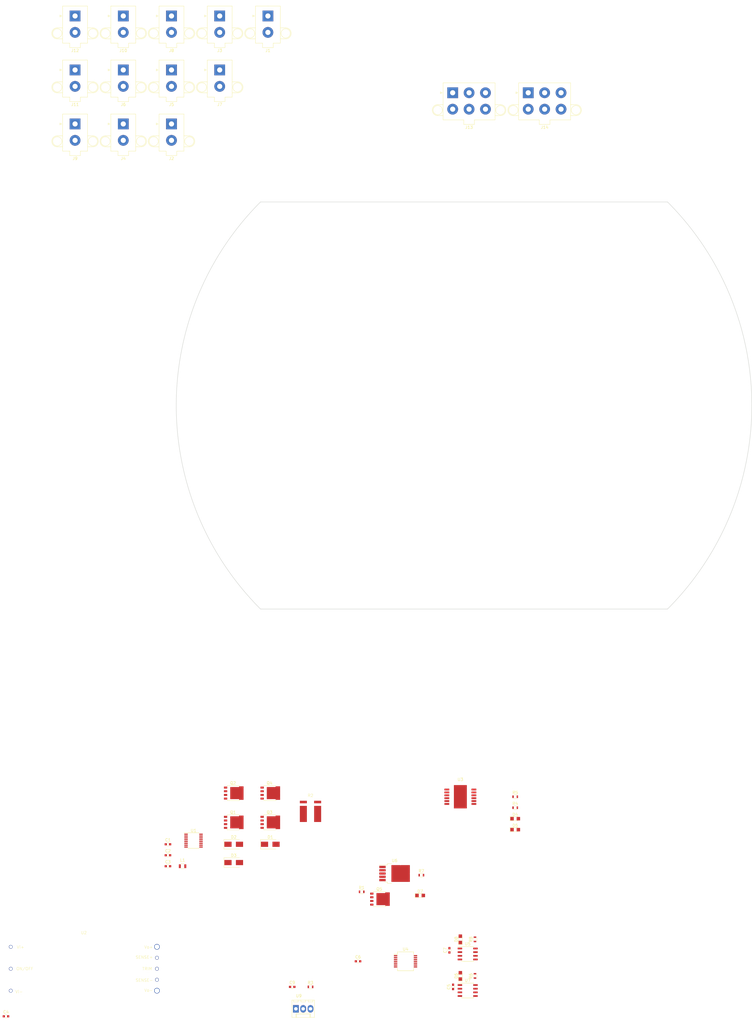
<source format=kicad_pcb>
(kicad_pcb (version 4) (host pcbnew 4.0.6)

  (general
    (links 194)
    (no_connects 138)
    (area 13.97 13.97 249.825001 152.895)
    (thickness 1.6)
    (drawings 4)
    (tracks 0)
    (zones 0)
    (modules 52)
    (nets 54)
  )

  (page A4)
  (title_block
    (title "Power Distribution Board")
    (date 2017-07-22)
    (rev 0.1)
    (company CAUV)
  )

  (layers
    (0 F.Cu signal)
    (31 B.Cu signal)
    (32 B.Adhes user)
    (33 F.Adhes user)
    (34 B.Paste user)
    (35 F.Paste user)
    (36 B.SilkS user)
    (37 F.SilkS user)
    (38 B.Mask user)
    (39 F.Mask user)
    (40 Dwgs.User user)
    (41 Cmts.User user)
    (42 Eco1.User user)
    (43 Eco2.User user)
    (44 Edge.Cuts user)
    (45 Margin user)
    (46 B.CrtYd user)
    (47 F.CrtYd user)
    (48 B.Fab user)
    (49 F.Fab user)
  )

  (setup
    (last_trace_width 0.2)
    (trace_clearance 0.2)
    (zone_clearance 0.508)
    (zone_45_only no)
    (trace_min 0.15)
    (segment_width 0.2)
    (edge_width 0.15)
    (via_size 0.6)
    (via_drill 0.4)
    (via_min_size 0.4)
    (via_min_drill 0.2)
    (uvia_size 0.3)
    (uvia_drill 0.1)
    (uvias_allowed no)
    (uvia_min_size 0.2)
    (uvia_min_drill 0.1)
    (pcb_text_width 0.3)
    (pcb_text_size 1.5 1.5)
    (mod_edge_width 0.15)
    (mod_text_size 1 1)
    (mod_text_width 0.15)
    (pad_size 1.524 1.524)
    (pad_drill 0.762)
    (pad_to_mask_clearance 0.2)
    (aux_axis_origin 0 0)
    (visible_elements FFFFFF7F)
    (pcbplotparams
      (layerselection 0x00030_80000001)
      (usegerberextensions false)
      (excludeedgelayer true)
      (linewidth 0.100000)
      (plotframeref false)
      (viasonmask false)
      (mode 1)
      (useauxorigin false)
      (hpglpennumber 1)
      (hpglpenspeed 20)
      (hpglpendiameter 15)
      (hpglpenoverlay 2)
      (psnegative false)
      (psa4output false)
      (plotreference true)
      (plotvalue true)
      (plotinvisibletext false)
      (padsonsilk false)
      (subtractmaskfromsilk false)
      (outputformat 1)
      (mirror false)
      (drillshape 1)
      (scaleselection 1)
      (outputdirectory ""))
  )

  (net 0 "")
  (net 1 "Net-(C1-Pad1)")
  (net 2 GND)
  (net 3 "Net-(C2-Pad1)")
  (net 4 "Net-(C3-Pad1)")
  (net 5 "/Power Switch Bank/BAT_PWR_IN")
  (net 6 VCC)
  (net 7 "/Input Power Switch/PWR_IN_1")
  (net 8 "/Input Power Switch/PWR_IN_2")
  (net 9 "/Power Switch Bank/Dual Power Switch/PWR_OUT_1")
  (net 10 "Net-(D4-Pad1)")
  (net 11 "/Power Switch Bank/Dual Power Switch/PWR_OUT_2")
  (net 12 "Net-(D5-Pad1)")
  (net 13 "Net-(D6-Pad2)")
  (net 14 "Net-(D7-Pad2)")
  (net 15 "Net-(D8-Pad2)")
  (net 16 "/Power Switch Bank/High Power Switch/PWR_OUT")
  (net 17 "/Power Switch Bank/5V Power Switch A/PWR_OUT")
  (net 18 "/Power Switch Bank/5V Power Switch B/PWR_OUT")
  (net 19 "Net-(J13-Pad1)")
  (net 20 "Net-(J13-Pad3)")
  (net 21 "Net-(J13-Pad5)")
  (net 22 "Net-(J14-Pad1)")
  (net 23 "Net-(J14-Pad3)")
  (net 24 "Net-(J14-Pad5)")
  (net 25 "Net-(L1-Pad2)")
  (net 26 "Net-(Q1-Pad1)")
  (net 27 "Net-(Q1-Pad4)")
  (net 28 "Net-(Q2-Pad5)")
  (net 29 "Net-(Q2-Pad4)")
  (net 30 "Net-(Q3-Pad1)")
  (net 31 "Net-(Q3-Pad4)")
  (net 32 "Net-(Q4-Pad4)")
  (net 33 "/Power Switch Bank/ENABLE")
  (net 34 "Net-(Q5-Pad1)")
  (net 35 "Net-(R1-Pad1)")
  (net 36 "Net-(R2-Pad2)")
  (net 37 "Net-(R2-Pad3)")
  (net 38 "Net-(U2-Pad6)")
  (net 39 "/Power Switch Bank/Dual Power Switch/PWR_IN")
  (net 40 "Net-(U3-Pad11)")
  (net 41 "Net-(U3-Pad3)")
  (net 42 "Net-(U3-Pad9)")
  (net 43 "Net-(U3-Pad5)")
  (net 44 "Net-(U3-Pad7)")
  (net 45 "Net-(U4-Pad2)")
  (net 46 "Net-(U4-Pad4)")
  (net 47 "Net-(U4-Pad6)")
  (net 48 "Net-(U4-Pad8)")
  (net 49 "Net-(U4-Pad10)")
  (net 50 "Net-(U4-Pad12)")
  (net 51 "Net-(U5-Pad5)")
  (net 52 "Net-(U6-Pad4)")
  (net 53 "Net-(U7-Pad5)")

  (net_class Default "This is the default net class."
    (clearance 0.2)
    (trace_width 0.2)
    (via_dia 0.6)
    (via_drill 0.4)
    (uvia_dia 0.3)
    (uvia_drill 0.1)
    (add_net "/Input Power Switch/PWR_IN_1")
    (add_net "/Input Power Switch/PWR_IN_2")
    (add_net "/Power Switch Bank/5V Power Switch A/PWR_OUT")
    (add_net "/Power Switch Bank/5V Power Switch B/PWR_OUT")
    (add_net "/Power Switch Bank/BAT_PWR_IN")
    (add_net "/Power Switch Bank/Dual Power Switch/PWR_IN")
    (add_net "/Power Switch Bank/Dual Power Switch/PWR_OUT_1")
    (add_net "/Power Switch Bank/Dual Power Switch/PWR_OUT_2")
    (add_net "/Power Switch Bank/ENABLE")
    (add_net "/Power Switch Bank/High Power Switch/PWR_OUT")
    (add_net GND)
    (add_net "Net-(C1-Pad1)")
    (add_net "Net-(C2-Pad1)")
    (add_net "Net-(C3-Pad1)")
    (add_net "Net-(D4-Pad1)")
    (add_net "Net-(D5-Pad1)")
    (add_net "Net-(D6-Pad2)")
    (add_net "Net-(D7-Pad2)")
    (add_net "Net-(D8-Pad2)")
    (add_net "Net-(J13-Pad1)")
    (add_net "Net-(J13-Pad3)")
    (add_net "Net-(J13-Pad5)")
    (add_net "Net-(J14-Pad1)")
    (add_net "Net-(J14-Pad3)")
    (add_net "Net-(J14-Pad5)")
    (add_net "Net-(L1-Pad2)")
    (add_net "Net-(Q1-Pad1)")
    (add_net "Net-(Q1-Pad4)")
    (add_net "Net-(Q2-Pad4)")
    (add_net "Net-(Q2-Pad5)")
    (add_net "Net-(Q3-Pad1)")
    (add_net "Net-(Q3-Pad4)")
    (add_net "Net-(Q4-Pad4)")
    (add_net "Net-(Q5-Pad1)")
    (add_net "Net-(R1-Pad1)")
    (add_net "Net-(R2-Pad2)")
    (add_net "Net-(R2-Pad3)")
    (add_net "Net-(U2-Pad6)")
    (add_net "Net-(U3-Pad11)")
    (add_net "Net-(U3-Pad3)")
    (add_net "Net-(U3-Pad5)")
    (add_net "Net-(U3-Pad7)")
    (add_net "Net-(U3-Pad9)")
    (add_net "Net-(U4-Pad10)")
    (add_net "Net-(U4-Pad12)")
    (add_net "Net-(U4-Pad2)")
    (add_net "Net-(U4-Pad4)")
    (add_net "Net-(U4-Pad6)")
    (add_net "Net-(U4-Pad8)")
    (add_net "Net-(U5-Pad5)")
    (add_net "Net-(U6-Pad4)")
    (add_net "Net-(U7-Pad5)")
    (add_net VCC)
  )

  (module Capacitors_SMD:C_0603 (layer F.Cu) (tedit 58AA844E) (tstamp 596B7AFF)
    (at 45.72 242.57)
    (descr "Capacitor SMD 0603, reflow soldering, AVX (see smccp.pdf)")
    (tags "capacitor 0603")
    (path /5957A7A6/595A40ED)
    (attr smd)
    (fp_text reference C1 (at 0 -1.5) (layer F.SilkS)
      (effects (font (size 1 1) (thickness 0.15)))
    )
    (fp_text value 47n (at 0 1.5) (layer F.Fab)
      (effects (font (size 1 1) (thickness 0.15)))
    )
    (fp_text user %R (at 0 -1.5) (layer F.Fab)
      (effects (font (size 1 1) (thickness 0.15)))
    )
    (fp_line (start -0.8 0.4) (end -0.8 -0.4) (layer F.Fab) (width 0.1))
    (fp_line (start 0.8 0.4) (end -0.8 0.4) (layer F.Fab) (width 0.1))
    (fp_line (start 0.8 -0.4) (end 0.8 0.4) (layer F.Fab) (width 0.1))
    (fp_line (start -0.8 -0.4) (end 0.8 -0.4) (layer F.Fab) (width 0.1))
    (fp_line (start -0.35 -0.6) (end 0.35 -0.6) (layer F.SilkS) (width 0.12))
    (fp_line (start 0.35 0.6) (end -0.35 0.6) (layer F.SilkS) (width 0.12))
    (fp_line (start -1.4 -0.65) (end 1.4 -0.65) (layer F.CrtYd) (width 0.05))
    (fp_line (start -1.4 -0.65) (end -1.4 0.65) (layer F.CrtYd) (width 0.05))
    (fp_line (start 1.4 0.65) (end 1.4 -0.65) (layer F.CrtYd) (width 0.05))
    (fp_line (start 1.4 0.65) (end -1.4 0.65) (layer F.CrtYd) (width 0.05))
    (pad 1 smd rect (at -0.75 0) (size 0.8 0.75) (layers F.Cu F.Paste F.Mask)
      (net 1 "Net-(C1-Pad1)"))
    (pad 2 smd rect (at 0.75 0) (size 0.8 0.75) (layers F.Cu F.Paste F.Mask)
      (net 2 GND))
    (model Capacitors_SMD.3dshapes/C_0603.wrl
      (at (xyz 0 0 0))
      (scale (xyz 1 1 1))
      (rotate (xyz 0 0 0))
    )
  )

  (module Capacitors_SMD:C_0603 (layer F.Cu) (tedit 58AA844E) (tstamp 596B7B05)
    (at 45.72 246.38)
    (descr "Capacitor SMD 0603, reflow soldering, AVX (see smccp.pdf)")
    (tags "capacitor 0603")
    (path /5957A7A6/595A4651)
    (attr smd)
    (fp_text reference C2 (at 0 -1.5) (layer F.SilkS)
      (effects (font (size 1 1) (thickness 0.15)))
    )
    (fp_text value 1μ (at 0 1.5) (layer F.Fab)
      (effects (font (size 1 1) (thickness 0.15)))
    )
    (fp_text user %R (at 0 -1.5) (layer F.Fab)
      (effects (font (size 1 1) (thickness 0.15)))
    )
    (fp_line (start -0.8 0.4) (end -0.8 -0.4) (layer F.Fab) (width 0.1))
    (fp_line (start 0.8 0.4) (end -0.8 0.4) (layer F.Fab) (width 0.1))
    (fp_line (start 0.8 -0.4) (end 0.8 0.4) (layer F.Fab) (width 0.1))
    (fp_line (start -0.8 -0.4) (end 0.8 -0.4) (layer F.Fab) (width 0.1))
    (fp_line (start -0.35 -0.6) (end 0.35 -0.6) (layer F.SilkS) (width 0.12))
    (fp_line (start 0.35 0.6) (end -0.35 0.6) (layer F.SilkS) (width 0.12))
    (fp_line (start -1.4 -0.65) (end 1.4 -0.65) (layer F.CrtYd) (width 0.05))
    (fp_line (start -1.4 -0.65) (end -1.4 0.65) (layer F.CrtYd) (width 0.05))
    (fp_line (start 1.4 0.65) (end 1.4 -0.65) (layer F.CrtYd) (width 0.05))
    (fp_line (start 1.4 0.65) (end -1.4 0.65) (layer F.CrtYd) (width 0.05))
    (pad 1 smd rect (at -0.75 0) (size 0.8 0.75) (layers F.Cu F.Paste F.Mask)
      (net 3 "Net-(C2-Pad1)"))
    (pad 2 smd rect (at 0.75 0) (size 0.8 0.75) (layers F.Cu F.Paste F.Mask)
      (net 2 GND))
    (model Capacitors_SMD.3dshapes/C_0603.wrl
      (at (xyz 0 0 0))
      (scale (xyz 1 1 1))
      (rotate (xyz 0 0 0))
    )
  )

  (module Capacitors_SMD:C_0603 (layer F.Cu) (tedit 58AA844E) (tstamp 596B7B0B)
    (at 45.72 250.19)
    (descr "Capacitor SMD 0603, reflow soldering, AVX (see smccp.pdf)")
    (tags "capacitor 0603")
    (path /5957A7A6/595A4DC4)
    (attr smd)
    (fp_text reference C3 (at 0 -1.5) (layer F.SilkS)
      (effects (font (size 1 1) (thickness 0.15)))
    )
    (fp_text value 1μ (at 0 1.5) (layer F.Fab)
      (effects (font (size 1 1) (thickness 0.15)))
    )
    (fp_text user %R (at 0 -1.5) (layer F.Fab)
      (effects (font (size 1 1) (thickness 0.15)))
    )
    (fp_line (start -0.8 0.4) (end -0.8 -0.4) (layer F.Fab) (width 0.1))
    (fp_line (start 0.8 0.4) (end -0.8 0.4) (layer F.Fab) (width 0.1))
    (fp_line (start 0.8 -0.4) (end 0.8 0.4) (layer F.Fab) (width 0.1))
    (fp_line (start -0.8 -0.4) (end 0.8 -0.4) (layer F.Fab) (width 0.1))
    (fp_line (start -0.35 -0.6) (end 0.35 -0.6) (layer F.SilkS) (width 0.12))
    (fp_line (start 0.35 0.6) (end -0.35 0.6) (layer F.SilkS) (width 0.12))
    (fp_line (start -1.4 -0.65) (end 1.4 -0.65) (layer F.CrtYd) (width 0.05))
    (fp_line (start -1.4 -0.65) (end -1.4 0.65) (layer F.CrtYd) (width 0.05))
    (fp_line (start 1.4 0.65) (end 1.4 -0.65) (layer F.CrtYd) (width 0.05))
    (fp_line (start 1.4 0.65) (end -1.4 0.65) (layer F.CrtYd) (width 0.05))
    (pad 1 smd rect (at -0.75 0) (size 0.8 0.75) (layers F.Cu F.Paste F.Mask)
      (net 4 "Net-(C3-Pad1)"))
    (pad 2 smd rect (at 0.75 0) (size 0.8 0.75) (layers F.Cu F.Paste F.Mask)
      (net 2 GND))
    (model Capacitors_SMD.3dshapes/C_0603.wrl
      (at (xyz 0 0 0))
      (scale (xyz 1 1 1))
      (rotate (xyz 0 0 0))
    )
  )

  (module Capacitors_SMD:C_0603 (layer F.Cu) (tedit 58AA844E) (tstamp 596B7B11)
    (at -10.547619 302.325)
    (descr "Capacitor SMD 0603, reflow soldering, AVX (see smccp.pdf)")
    (tags "capacitor 0603")
    (path /5957B5E7/595CAFFF)
    (attr smd)
    (fp_text reference C4 (at 0 -1.5) (layer F.SilkS)
      (effects (font (size 1 1) (thickness 0.15)))
    )
    (fp_text value 100μ (at 0 1.5) (layer F.Fab)
      (effects (font (size 1 1) (thickness 0.15)))
    )
    (fp_text user %R (at 0 -1.5) (layer F.Fab)
      (effects (font (size 1 1) (thickness 0.15)))
    )
    (fp_line (start -0.8 0.4) (end -0.8 -0.4) (layer F.Fab) (width 0.1))
    (fp_line (start 0.8 0.4) (end -0.8 0.4) (layer F.Fab) (width 0.1))
    (fp_line (start 0.8 -0.4) (end 0.8 0.4) (layer F.Fab) (width 0.1))
    (fp_line (start -0.8 -0.4) (end 0.8 -0.4) (layer F.Fab) (width 0.1))
    (fp_line (start -0.35 -0.6) (end 0.35 -0.6) (layer F.SilkS) (width 0.12))
    (fp_line (start 0.35 0.6) (end -0.35 0.6) (layer F.SilkS) (width 0.12))
    (fp_line (start -1.4 -0.65) (end 1.4 -0.65) (layer F.CrtYd) (width 0.05))
    (fp_line (start -1.4 -0.65) (end -1.4 0.65) (layer F.CrtYd) (width 0.05))
    (fp_line (start 1.4 0.65) (end 1.4 -0.65) (layer F.CrtYd) (width 0.05))
    (fp_line (start 1.4 0.65) (end -1.4 0.65) (layer F.CrtYd) (width 0.05))
    (pad 1 smd rect (at -0.75 0) (size 0.8 0.75) (layers F.Cu F.Paste F.Mask)
      (net 5 "/Power Switch Bank/BAT_PWR_IN"))
    (pad 2 smd rect (at 0.75 0) (size 0.8 0.75) (layers F.Cu F.Paste F.Mask)
      (net 2 GND))
    (model Capacitors_SMD.3dshapes/C_0603.wrl
      (at (xyz 0 0 0))
      (scale (xyz 1 1 1))
      (rotate (xyz 0 0 0))
    )
  )

  (module Capacitors_SMD:C_0603 (layer F.Cu) (tedit 58AA844E) (tstamp 596B7B17)
    (at 144.78 292.1 90)
    (descr "Capacitor SMD 0603, reflow soldering, AVX (see smccp.pdf)")
    (tags "capacitor 0603")
    (path /5957D255/59616167/59616CE6)
    (attr smd)
    (fp_text reference C5 (at 0 -1.5 90) (layer F.SilkS)
      (effects (font (size 1 1) (thickness 0.15)))
    )
    (fp_text value 0.1μ (at 0 1.5 90) (layer F.Fab)
      (effects (font (size 1 1) (thickness 0.15)))
    )
    (fp_text user %R (at 0 -1.5 90) (layer F.Fab)
      (effects (font (size 1 1) (thickness 0.15)))
    )
    (fp_line (start -0.8 0.4) (end -0.8 -0.4) (layer F.Fab) (width 0.1))
    (fp_line (start 0.8 0.4) (end -0.8 0.4) (layer F.Fab) (width 0.1))
    (fp_line (start 0.8 -0.4) (end 0.8 0.4) (layer F.Fab) (width 0.1))
    (fp_line (start -0.8 -0.4) (end 0.8 -0.4) (layer F.Fab) (width 0.1))
    (fp_line (start -0.35 -0.6) (end 0.35 -0.6) (layer F.SilkS) (width 0.12))
    (fp_line (start 0.35 0.6) (end -0.35 0.6) (layer F.SilkS) (width 0.12))
    (fp_line (start -1.4 -0.65) (end 1.4 -0.65) (layer F.CrtYd) (width 0.05))
    (fp_line (start -1.4 -0.65) (end -1.4 0.65) (layer F.CrtYd) (width 0.05))
    (fp_line (start 1.4 0.65) (end 1.4 -0.65) (layer F.CrtYd) (width 0.05))
    (fp_line (start 1.4 0.65) (end -1.4 0.65) (layer F.CrtYd) (width 0.05))
    (pad 1 smd rect (at -0.75 0 90) (size 0.8 0.75) (layers F.Cu F.Paste F.Mask)
      (net 6 VCC))
    (pad 2 smd rect (at 0.75 0 90) (size 0.8 0.75) (layers F.Cu F.Paste F.Mask)
      (net 2 GND))
    (model Capacitors_SMD.3dshapes/C_0603.wrl
      (at (xyz 0 0 0))
      (scale (xyz 1 1 1))
      (rotate (xyz 0 0 0))
    )
  )

  (module Capacitors_SMD:C_0603 (layer F.Cu) (tedit 58AA844E) (tstamp 596B7B1D)
    (at 111.76 283.21)
    (descr "Capacitor SMD 0603, reflow soldering, AVX (see smccp.pdf)")
    (tags "capacitor 0603")
    (path /5957D255/59616167/596AC9B6)
    (attr smd)
    (fp_text reference C6 (at 0 -1.5) (layer F.SilkS)
      (effects (font (size 1 1) (thickness 0.15)))
    )
    (fp_text value 0.1μ (at 0 1.5) (layer F.Fab)
      (effects (font (size 1 1) (thickness 0.15)))
    )
    (fp_text user %R (at 0 -1.5) (layer F.Fab)
      (effects (font (size 1 1) (thickness 0.15)))
    )
    (fp_line (start -0.8 0.4) (end -0.8 -0.4) (layer F.Fab) (width 0.1))
    (fp_line (start 0.8 0.4) (end -0.8 0.4) (layer F.Fab) (width 0.1))
    (fp_line (start 0.8 -0.4) (end 0.8 0.4) (layer F.Fab) (width 0.1))
    (fp_line (start -0.8 -0.4) (end 0.8 -0.4) (layer F.Fab) (width 0.1))
    (fp_line (start -0.35 -0.6) (end 0.35 -0.6) (layer F.SilkS) (width 0.12))
    (fp_line (start 0.35 0.6) (end -0.35 0.6) (layer F.SilkS) (width 0.12))
    (fp_line (start -1.4 -0.65) (end 1.4 -0.65) (layer F.CrtYd) (width 0.05))
    (fp_line (start -1.4 -0.65) (end -1.4 0.65) (layer F.CrtYd) (width 0.05))
    (fp_line (start 1.4 0.65) (end 1.4 -0.65) (layer F.CrtYd) (width 0.05))
    (fp_line (start 1.4 0.65) (end -1.4 0.65) (layer F.CrtYd) (width 0.05))
    (pad 1 smd rect (at -0.75 0) (size 0.8 0.75) (layers F.Cu F.Paste F.Mask)
      (net 6 VCC))
    (pad 2 smd rect (at 0.75 0) (size 0.8 0.75) (layers F.Cu F.Paste F.Mask)
      (net 2 GND))
    (model Capacitors_SMD.3dshapes/C_0603.wrl
      (at (xyz 0 0 0))
      (scale (xyz 1 1 1))
      (rotate (xyz 0 0 0))
    )
  )

  (module Capacitors_SMD:C_0603 (layer F.Cu) (tedit 58AA844E) (tstamp 596B7B23)
    (at 143.51 279.4 90)
    (descr "Capacitor SMD 0603, reflow soldering, AVX (see smccp.pdf)")
    (tags "capacitor 0603")
    (path /5957D255/596B47A2/596B6213)
    (attr smd)
    (fp_text reference C7 (at 0 -1.5 90) (layer F.SilkS)
      (effects (font (size 1 1) (thickness 0.15)))
    )
    (fp_text value 0.1μ (at 0 1.5 90) (layer F.Fab)
      (effects (font (size 1 1) (thickness 0.15)))
    )
    (fp_text user %R (at 0 -1.5 90) (layer F.Fab)
      (effects (font (size 1 1) (thickness 0.15)))
    )
    (fp_line (start -0.8 0.4) (end -0.8 -0.4) (layer F.Fab) (width 0.1))
    (fp_line (start 0.8 0.4) (end -0.8 0.4) (layer F.Fab) (width 0.1))
    (fp_line (start 0.8 -0.4) (end 0.8 0.4) (layer F.Fab) (width 0.1))
    (fp_line (start -0.8 -0.4) (end 0.8 -0.4) (layer F.Fab) (width 0.1))
    (fp_line (start -0.35 -0.6) (end 0.35 -0.6) (layer F.SilkS) (width 0.12))
    (fp_line (start 0.35 0.6) (end -0.35 0.6) (layer F.SilkS) (width 0.12))
    (fp_line (start -1.4 -0.65) (end 1.4 -0.65) (layer F.CrtYd) (width 0.05))
    (fp_line (start -1.4 -0.65) (end -1.4 0.65) (layer F.CrtYd) (width 0.05))
    (fp_line (start 1.4 0.65) (end 1.4 -0.65) (layer F.CrtYd) (width 0.05))
    (fp_line (start 1.4 0.65) (end -1.4 0.65) (layer F.CrtYd) (width 0.05))
    (pad 1 smd rect (at -0.75 0 90) (size 0.8 0.75) (layers F.Cu F.Paste F.Mask)
      (net 6 VCC))
    (pad 2 smd rect (at 0.75 0 90) (size 0.8 0.75) (layers F.Cu F.Paste F.Mask)
      (net 2 GND))
    (model Capacitors_SMD.3dshapes/C_0603.wrl
      (at (xyz 0 0 0))
      (scale (xyz 1 1 1))
      (rotate (xyz 0 0 0))
    )
  )

  (module Capacitors_SMD:C_0603 (layer F.Cu) (tedit 58AA844E) (tstamp 596B7B29)
    (at 88.9 292.1)
    (descr "Capacitor SMD 0603, reflow soldering, AVX (see smccp.pdf)")
    (tags "capacitor 0603")
    (path /5959022D/595CBDEE)
    (attr smd)
    (fp_text reference C9 (at 0 -1.5) (layer F.SilkS)
      (effects (font (size 1 1) (thickness 0.15)))
    )
    (fp_text value 0.1μ (at 0 1.5) (layer F.Fab)
      (effects (font (size 1 1) (thickness 0.15)))
    )
    (fp_text user %R (at 0 -1.5) (layer F.Fab)
      (effects (font (size 1 1) (thickness 0.15)))
    )
    (fp_line (start -0.8 0.4) (end -0.8 -0.4) (layer F.Fab) (width 0.1))
    (fp_line (start 0.8 0.4) (end -0.8 0.4) (layer F.Fab) (width 0.1))
    (fp_line (start 0.8 -0.4) (end 0.8 0.4) (layer F.Fab) (width 0.1))
    (fp_line (start -0.8 -0.4) (end 0.8 -0.4) (layer F.Fab) (width 0.1))
    (fp_line (start -0.35 -0.6) (end 0.35 -0.6) (layer F.SilkS) (width 0.12))
    (fp_line (start 0.35 0.6) (end -0.35 0.6) (layer F.SilkS) (width 0.12))
    (fp_line (start -1.4 -0.65) (end 1.4 -0.65) (layer F.CrtYd) (width 0.05))
    (fp_line (start -1.4 -0.65) (end -1.4 0.65) (layer F.CrtYd) (width 0.05))
    (fp_line (start 1.4 0.65) (end 1.4 -0.65) (layer F.CrtYd) (width 0.05))
    (fp_line (start 1.4 0.65) (end -1.4 0.65) (layer F.CrtYd) (width 0.05))
    (pad 1 smd rect (at -0.75 0) (size 0.8 0.75) (layers F.Cu F.Paste F.Mask)
      (net 6 VCC))
    (pad 2 smd rect (at 0.75 0) (size 0.8 0.75) (layers F.Cu F.Paste F.Mask)
      (net 2 GND))
    (model Capacitors_SMD.3dshapes/C_0603.wrl
      (at (xyz 0 0 0))
      (scale (xyz 1 1 1))
      (rotate (xyz 0 0 0))
    )
  )

  (module Diodes_SMD:D_SMA (layer F.Cu) (tedit 586432E5) (tstamp 596B7B2F)
    (at 81.28 242.57)
    (descr "Diode SMA (DO-214AC)")
    (tags "Diode SMA (DO-214AC)")
    (path /5957A7A6/595A723B)
    (attr smd)
    (fp_text reference D1 (at 0 -2.5) (layer F.SilkS)
      (effects (font (size 1 1) (thickness 0.15)))
    )
    (fp_text value 50V (at 0 2.6) (layer F.Fab)
      (effects (font (size 1 1) (thickness 0.15)))
    )
    (fp_text user %R (at 0 -2.5) (layer F.Fab)
      (effects (font (size 1 1) (thickness 0.15)))
    )
    (fp_line (start -3.4 -1.65) (end -3.4 1.65) (layer F.SilkS) (width 0.12))
    (fp_line (start 2.3 1.5) (end -2.3 1.5) (layer F.Fab) (width 0.1))
    (fp_line (start -2.3 1.5) (end -2.3 -1.5) (layer F.Fab) (width 0.1))
    (fp_line (start 2.3 -1.5) (end 2.3 1.5) (layer F.Fab) (width 0.1))
    (fp_line (start 2.3 -1.5) (end -2.3 -1.5) (layer F.Fab) (width 0.1))
    (fp_line (start -3.5 -1.75) (end 3.5 -1.75) (layer F.CrtYd) (width 0.05))
    (fp_line (start 3.5 -1.75) (end 3.5 1.75) (layer F.CrtYd) (width 0.05))
    (fp_line (start 3.5 1.75) (end -3.5 1.75) (layer F.CrtYd) (width 0.05))
    (fp_line (start -3.5 1.75) (end -3.5 -1.75) (layer F.CrtYd) (width 0.05))
    (fp_line (start -0.64944 0.00102) (end -1.55114 0.00102) (layer F.Fab) (width 0.1))
    (fp_line (start 0.50118 0.00102) (end 1.4994 0.00102) (layer F.Fab) (width 0.1))
    (fp_line (start -0.64944 -0.79908) (end -0.64944 0.80112) (layer F.Fab) (width 0.1))
    (fp_line (start 0.50118 0.75032) (end 0.50118 -0.79908) (layer F.Fab) (width 0.1))
    (fp_line (start -0.64944 0.00102) (end 0.50118 0.75032) (layer F.Fab) (width 0.1))
    (fp_line (start -0.64944 0.00102) (end 0.50118 -0.79908) (layer F.Fab) (width 0.1))
    (fp_line (start -3.4 1.65) (end 2 1.65) (layer F.SilkS) (width 0.12))
    (fp_line (start -3.4 -1.65) (end 2 -1.65) (layer F.SilkS) (width 0.12))
    (pad 1 smd rect (at -2 0) (size 2.5 1.8) (layers F.Cu F.Paste F.Mask)
      (net 4 "Net-(C3-Pad1)"))
    (pad 2 smd rect (at 2 0) (size 2.5 1.8) (layers F.Cu F.Paste F.Mask)
      (net 7 "/Input Power Switch/PWR_IN_1"))
    (model ${KISYS3DMOD}/Diodes_SMD.3dshapes/D_SMA.wrl
      (at (xyz 0 0 0))
      (scale (xyz 1 1 1))
      (rotate (xyz 0 0 0))
    )
  )

  (module Diodes_SMD:D_SMA (layer F.Cu) (tedit 586432E5) (tstamp 596B7B35)
    (at 68.58 242.57)
    (descr "Diode SMA (DO-214AC)")
    (tags "Diode SMA (DO-214AC)")
    (path /5957A7A6/595A71D4)
    (attr smd)
    (fp_text reference D2 (at 0 -2.5) (layer F.SilkS)
      (effects (font (size 1 1) (thickness 0.15)))
    )
    (fp_text value 50V (at 0 2.6) (layer F.Fab)
      (effects (font (size 1 1) (thickness 0.15)))
    )
    (fp_text user %R (at 0 -2.5) (layer F.Fab)
      (effects (font (size 1 1) (thickness 0.15)))
    )
    (fp_line (start -3.4 -1.65) (end -3.4 1.65) (layer F.SilkS) (width 0.12))
    (fp_line (start 2.3 1.5) (end -2.3 1.5) (layer F.Fab) (width 0.1))
    (fp_line (start -2.3 1.5) (end -2.3 -1.5) (layer F.Fab) (width 0.1))
    (fp_line (start 2.3 -1.5) (end 2.3 1.5) (layer F.Fab) (width 0.1))
    (fp_line (start 2.3 -1.5) (end -2.3 -1.5) (layer F.Fab) (width 0.1))
    (fp_line (start -3.5 -1.75) (end 3.5 -1.75) (layer F.CrtYd) (width 0.05))
    (fp_line (start 3.5 -1.75) (end 3.5 1.75) (layer F.CrtYd) (width 0.05))
    (fp_line (start 3.5 1.75) (end -3.5 1.75) (layer F.CrtYd) (width 0.05))
    (fp_line (start -3.5 1.75) (end -3.5 -1.75) (layer F.CrtYd) (width 0.05))
    (fp_line (start -0.64944 0.00102) (end -1.55114 0.00102) (layer F.Fab) (width 0.1))
    (fp_line (start 0.50118 0.00102) (end 1.4994 0.00102) (layer F.Fab) (width 0.1))
    (fp_line (start -0.64944 -0.79908) (end -0.64944 0.80112) (layer F.Fab) (width 0.1))
    (fp_line (start 0.50118 0.75032) (end 0.50118 -0.79908) (layer F.Fab) (width 0.1))
    (fp_line (start -0.64944 0.00102) (end 0.50118 0.75032) (layer F.Fab) (width 0.1))
    (fp_line (start -0.64944 0.00102) (end 0.50118 -0.79908) (layer F.Fab) (width 0.1))
    (fp_line (start -3.4 1.65) (end 2 1.65) (layer F.SilkS) (width 0.12))
    (fp_line (start -3.4 -1.65) (end 2 -1.65) (layer F.SilkS) (width 0.12))
    (pad 1 smd rect (at -2 0) (size 2.5 1.8) (layers F.Cu F.Paste F.Mask)
      (net 4 "Net-(C3-Pad1)"))
    (pad 2 smd rect (at 2 0) (size 2.5 1.8) (layers F.Cu F.Paste F.Mask)
      (net 8 "/Input Power Switch/PWR_IN_2"))
    (model ${KISYS3DMOD}/Diodes_SMD.3dshapes/D_SMA.wrl
      (at (xyz 0 0 0))
      (scale (xyz 1 1 1))
      (rotate (xyz 0 0 0))
    )
  )

  (module Diodes_SMD:D_SMA (layer F.Cu) (tedit 586432E5) (tstamp 596B7B3B)
    (at 68.58 248.92)
    (descr "Diode SMA (DO-214AC)")
    (tags "Diode SMA (DO-214AC)")
    (path /5957A7A6/595A4FB7)
    (attr smd)
    (fp_text reference D3 (at 0 -2.5) (layer F.SilkS)
      (effects (font (size 1 1) (thickness 0.15)))
    )
    (fp_text value 50V (at 0 2.6) (layer F.Fab)
      (effects (font (size 1 1) (thickness 0.15)))
    )
    (fp_text user %R (at 0 -2.5) (layer F.Fab)
      (effects (font (size 1 1) (thickness 0.15)))
    )
    (fp_line (start -3.4 -1.65) (end -3.4 1.65) (layer F.SilkS) (width 0.12))
    (fp_line (start 2.3 1.5) (end -2.3 1.5) (layer F.Fab) (width 0.1))
    (fp_line (start -2.3 1.5) (end -2.3 -1.5) (layer F.Fab) (width 0.1))
    (fp_line (start 2.3 -1.5) (end 2.3 1.5) (layer F.Fab) (width 0.1))
    (fp_line (start 2.3 -1.5) (end -2.3 -1.5) (layer F.Fab) (width 0.1))
    (fp_line (start -3.5 -1.75) (end 3.5 -1.75) (layer F.CrtYd) (width 0.05))
    (fp_line (start 3.5 -1.75) (end 3.5 1.75) (layer F.CrtYd) (width 0.05))
    (fp_line (start 3.5 1.75) (end -3.5 1.75) (layer F.CrtYd) (width 0.05))
    (fp_line (start -3.5 1.75) (end -3.5 -1.75) (layer F.CrtYd) (width 0.05))
    (fp_line (start -0.64944 0.00102) (end -1.55114 0.00102) (layer F.Fab) (width 0.1))
    (fp_line (start 0.50118 0.00102) (end 1.4994 0.00102) (layer F.Fab) (width 0.1))
    (fp_line (start -0.64944 -0.79908) (end -0.64944 0.80112) (layer F.Fab) (width 0.1))
    (fp_line (start 0.50118 0.75032) (end 0.50118 -0.79908) (layer F.Fab) (width 0.1))
    (fp_line (start -0.64944 0.00102) (end 0.50118 0.75032) (layer F.Fab) (width 0.1))
    (fp_line (start -0.64944 0.00102) (end 0.50118 -0.79908) (layer F.Fab) (width 0.1))
    (fp_line (start -3.4 1.65) (end 2 1.65) (layer F.SilkS) (width 0.12))
    (fp_line (start -3.4 -1.65) (end 2 -1.65) (layer F.SilkS) (width 0.12))
    (pad 1 smd rect (at -2 0) (size 2.5 1.8) (layers F.Cu F.Paste F.Mask)
      (net 4 "Net-(C3-Pad1)"))
    (pad 2 smd rect (at 2 0) (size 2.5 1.8) (layers F.Cu F.Paste F.Mask)
      (net 2 GND))
    (model ${KISYS3DMOD}/Diodes_SMD.3dshapes/D_SMA.wrl
      (at (xyz 0 0 0))
      (scale (xyz 1 1 1))
      (rotate (xyz 0 0 0))
    )
  )

  (module LEDs:LED_0805 (layer F.Cu) (tedit 57FE93EC) (tstamp 596B7B41)
    (at 166.37 233.68)
    (descr "LED 0805 smd package")
    (tags "LED led 0805 SMD smd SMT smt smdled SMDLED smtled SMTLED")
    (path /5957D255/59613F99/596A4D7C)
    (attr smd)
    (fp_text reference D4 (at 0 -1.45) (layer F.SilkS)
      (effects (font (size 1 1) (thickness 0.15)))
    )
    (fp_text value LED (at 0 1.55) (layer F.Fab)
      (effects (font (size 1 1) (thickness 0.15)))
    )
    (fp_line (start -1.8 -0.7) (end -1.8 0.7) (layer F.SilkS) (width 0.12))
    (fp_line (start -0.4 -0.4) (end -0.4 0.4) (layer F.Fab) (width 0.1))
    (fp_line (start -0.4 0) (end 0.2 -0.4) (layer F.Fab) (width 0.1))
    (fp_line (start 0.2 0.4) (end -0.4 0) (layer F.Fab) (width 0.1))
    (fp_line (start 0.2 -0.4) (end 0.2 0.4) (layer F.Fab) (width 0.1))
    (fp_line (start 1 0.6) (end -1 0.6) (layer F.Fab) (width 0.1))
    (fp_line (start 1 -0.6) (end 1 0.6) (layer F.Fab) (width 0.1))
    (fp_line (start -1 -0.6) (end 1 -0.6) (layer F.Fab) (width 0.1))
    (fp_line (start -1 0.6) (end -1 -0.6) (layer F.Fab) (width 0.1))
    (fp_line (start -1.8 0.7) (end 1 0.7) (layer F.SilkS) (width 0.12))
    (fp_line (start -1.8 -0.7) (end 1 -0.7) (layer F.SilkS) (width 0.12))
    (fp_line (start 1.95 -0.85) (end 1.95 0.85) (layer F.CrtYd) (width 0.05))
    (fp_line (start 1.95 0.85) (end -1.95 0.85) (layer F.CrtYd) (width 0.05))
    (fp_line (start -1.95 0.85) (end -1.95 -0.85) (layer F.CrtYd) (width 0.05))
    (fp_line (start -1.95 -0.85) (end 1.95 -0.85) (layer F.CrtYd) (width 0.05))
    (pad 2 smd rect (at 1.1 0 180) (size 1.2 1.2) (layers F.Cu F.Paste F.Mask)
      (net 9 "/Power Switch Bank/Dual Power Switch/PWR_OUT_1"))
    (pad 1 smd rect (at -1.1 0 180) (size 1.2 1.2) (layers F.Cu F.Paste F.Mask)
      (net 10 "Net-(D4-Pad1)"))
    (model ${KISYS3DMOD}/LEDs.3dshapes/LED_0805.wrl
      (at (xyz 0 0 0))
      (scale (xyz 1 1 1))
      (rotate (xyz 0 0 180))
    )
  )

  (module LEDs:LED_0805 (layer F.Cu) (tedit 57FE93EC) (tstamp 596B7B47)
    (at 166.37 237.49)
    (descr "LED 0805 smd package")
    (tags "LED led 0805 SMD smd SMT smt smdled SMDLED smtled SMTLED")
    (path /5957D255/59613F99/596A4DFA)
    (attr smd)
    (fp_text reference D5 (at 0 -1.45) (layer F.SilkS)
      (effects (font (size 1 1) (thickness 0.15)))
    )
    (fp_text value LED (at 0 1.55) (layer F.Fab)
      (effects (font (size 1 1) (thickness 0.15)))
    )
    (fp_line (start -1.8 -0.7) (end -1.8 0.7) (layer F.SilkS) (width 0.12))
    (fp_line (start -0.4 -0.4) (end -0.4 0.4) (layer F.Fab) (width 0.1))
    (fp_line (start -0.4 0) (end 0.2 -0.4) (layer F.Fab) (width 0.1))
    (fp_line (start 0.2 0.4) (end -0.4 0) (layer F.Fab) (width 0.1))
    (fp_line (start 0.2 -0.4) (end 0.2 0.4) (layer F.Fab) (width 0.1))
    (fp_line (start 1 0.6) (end -1 0.6) (layer F.Fab) (width 0.1))
    (fp_line (start 1 -0.6) (end 1 0.6) (layer F.Fab) (width 0.1))
    (fp_line (start -1 -0.6) (end 1 -0.6) (layer F.Fab) (width 0.1))
    (fp_line (start -1 0.6) (end -1 -0.6) (layer F.Fab) (width 0.1))
    (fp_line (start -1.8 0.7) (end 1 0.7) (layer F.SilkS) (width 0.12))
    (fp_line (start -1.8 -0.7) (end 1 -0.7) (layer F.SilkS) (width 0.12))
    (fp_line (start 1.95 -0.85) (end 1.95 0.85) (layer F.CrtYd) (width 0.05))
    (fp_line (start 1.95 0.85) (end -1.95 0.85) (layer F.CrtYd) (width 0.05))
    (fp_line (start -1.95 0.85) (end -1.95 -0.85) (layer F.CrtYd) (width 0.05))
    (fp_line (start -1.95 -0.85) (end 1.95 -0.85) (layer F.CrtYd) (width 0.05))
    (pad 2 smd rect (at 1.1 0 180) (size 1.2 1.2) (layers F.Cu F.Paste F.Mask)
      (net 11 "/Power Switch Bank/Dual Power Switch/PWR_OUT_2"))
    (pad 1 smd rect (at -1.1 0 180) (size 1.2 1.2) (layers F.Cu F.Paste F.Mask)
      (net 12 "Net-(D5-Pad1)"))
    (model ${KISYS3DMOD}/LEDs.3dshapes/LED_0805.wrl
      (at (xyz 0 0 0))
      (scale (xyz 1 1 1))
      (rotate (xyz 0 0 180))
    )
  )

  (module LEDs:LED_0805 (layer F.Cu) (tedit 57FE93EC) (tstamp 596B7B4D)
    (at 147.32 288.29 90)
    (descr "LED 0805 smd package")
    (tags "LED led 0805 SMD smd SMT smt smdled SMDLED smtled SMTLED")
    (path /5957D255/59616167/596A60ED)
    (attr smd)
    (fp_text reference D6 (at 0 -1.45 90) (layer F.SilkS)
      (effects (font (size 1 1) (thickness 0.15)))
    )
    (fp_text value LED (at 0 1.55 90) (layer F.Fab)
      (effects (font (size 1 1) (thickness 0.15)))
    )
    (fp_line (start -1.8 -0.7) (end -1.8 0.7) (layer F.SilkS) (width 0.12))
    (fp_line (start -0.4 -0.4) (end -0.4 0.4) (layer F.Fab) (width 0.1))
    (fp_line (start -0.4 0) (end 0.2 -0.4) (layer F.Fab) (width 0.1))
    (fp_line (start 0.2 0.4) (end -0.4 0) (layer F.Fab) (width 0.1))
    (fp_line (start 0.2 -0.4) (end 0.2 0.4) (layer F.Fab) (width 0.1))
    (fp_line (start 1 0.6) (end -1 0.6) (layer F.Fab) (width 0.1))
    (fp_line (start 1 -0.6) (end 1 0.6) (layer F.Fab) (width 0.1))
    (fp_line (start -1 -0.6) (end 1 -0.6) (layer F.Fab) (width 0.1))
    (fp_line (start -1 0.6) (end -1 -0.6) (layer F.Fab) (width 0.1))
    (fp_line (start -1.8 0.7) (end 1 0.7) (layer F.SilkS) (width 0.12))
    (fp_line (start -1.8 -0.7) (end 1 -0.7) (layer F.SilkS) (width 0.12))
    (fp_line (start 1.95 -0.85) (end 1.95 0.85) (layer F.CrtYd) (width 0.05))
    (fp_line (start 1.95 0.85) (end -1.95 0.85) (layer F.CrtYd) (width 0.05))
    (fp_line (start -1.95 0.85) (end -1.95 -0.85) (layer F.CrtYd) (width 0.05))
    (fp_line (start -1.95 -0.85) (end 1.95 -0.85) (layer F.CrtYd) (width 0.05))
    (pad 2 smd rect (at 1.1 0 270) (size 1.2 1.2) (layers F.Cu F.Paste F.Mask)
      (net 13 "Net-(D6-Pad2)"))
    (pad 1 smd rect (at -1.1 0 270) (size 1.2 1.2) (layers F.Cu F.Paste F.Mask)
      (net 2 GND))
    (model ${KISYS3DMOD}/LEDs.3dshapes/LED_0805.wrl
      (at (xyz 0 0 0))
      (scale (xyz 1 1 1))
      (rotate (xyz 0 0 180))
    )
  )

  (module LEDs:LED_0805 (layer F.Cu) (tedit 57FE93EC) (tstamp 596B7B53)
    (at 133.35 260.35)
    (descr "LED 0805 smd package")
    (tags "LED led 0805 SMD smd SMT smt smdled SMDLED smtled SMTLED")
    (path /5957D255/596398D9/596A6916)
    (attr smd)
    (fp_text reference D7 (at 0 -1.45) (layer F.SilkS)
      (effects (font (size 1 1) (thickness 0.15)))
    )
    (fp_text value LED (at 0 1.55) (layer F.Fab)
      (effects (font (size 1 1) (thickness 0.15)))
    )
    (fp_line (start -1.8 -0.7) (end -1.8 0.7) (layer F.SilkS) (width 0.12))
    (fp_line (start -0.4 -0.4) (end -0.4 0.4) (layer F.Fab) (width 0.1))
    (fp_line (start -0.4 0) (end 0.2 -0.4) (layer F.Fab) (width 0.1))
    (fp_line (start 0.2 0.4) (end -0.4 0) (layer F.Fab) (width 0.1))
    (fp_line (start 0.2 -0.4) (end 0.2 0.4) (layer F.Fab) (width 0.1))
    (fp_line (start 1 0.6) (end -1 0.6) (layer F.Fab) (width 0.1))
    (fp_line (start 1 -0.6) (end 1 0.6) (layer F.Fab) (width 0.1))
    (fp_line (start -1 -0.6) (end 1 -0.6) (layer F.Fab) (width 0.1))
    (fp_line (start -1 0.6) (end -1 -0.6) (layer F.Fab) (width 0.1))
    (fp_line (start -1.8 0.7) (end 1 0.7) (layer F.SilkS) (width 0.12))
    (fp_line (start -1.8 -0.7) (end 1 -0.7) (layer F.SilkS) (width 0.12))
    (fp_line (start 1.95 -0.85) (end 1.95 0.85) (layer F.CrtYd) (width 0.05))
    (fp_line (start 1.95 0.85) (end -1.95 0.85) (layer F.CrtYd) (width 0.05))
    (fp_line (start -1.95 0.85) (end -1.95 -0.85) (layer F.CrtYd) (width 0.05))
    (fp_line (start -1.95 -0.85) (end 1.95 -0.85) (layer F.CrtYd) (width 0.05))
    (pad 2 smd rect (at 1.1 0 180) (size 1.2 1.2) (layers F.Cu F.Paste F.Mask)
      (net 14 "Net-(D7-Pad2)"))
    (pad 1 smd rect (at -1.1 0 180) (size 1.2 1.2) (layers F.Cu F.Paste F.Mask)
      (net 2 GND))
    (model ${KISYS3DMOD}/LEDs.3dshapes/LED_0805.wrl
      (at (xyz 0 0 0))
      (scale (xyz 1 1 1))
      (rotate (xyz 0 0 180))
    )
  )

  (module LEDs:LED_0805 (layer F.Cu) (tedit 57FE93EC) (tstamp 596B7B59)
    (at 147.32 275.59 90)
    (descr "LED 0805 smd package")
    (tags "LED led 0805 SMD smd SMT smt smdled SMDLED smtled SMTLED")
    (path /5957D255/596B47A2/596B6251)
    (attr smd)
    (fp_text reference D8 (at 0 -1.45 90) (layer F.SilkS)
      (effects (font (size 1 1) (thickness 0.15)))
    )
    (fp_text value LED (at 0 1.55 90) (layer F.Fab)
      (effects (font (size 1 1) (thickness 0.15)))
    )
    (fp_line (start -1.8 -0.7) (end -1.8 0.7) (layer F.SilkS) (width 0.12))
    (fp_line (start -0.4 -0.4) (end -0.4 0.4) (layer F.Fab) (width 0.1))
    (fp_line (start -0.4 0) (end 0.2 -0.4) (layer F.Fab) (width 0.1))
    (fp_line (start 0.2 0.4) (end -0.4 0) (layer F.Fab) (width 0.1))
    (fp_line (start 0.2 -0.4) (end 0.2 0.4) (layer F.Fab) (width 0.1))
    (fp_line (start 1 0.6) (end -1 0.6) (layer F.Fab) (width 0.1))
    (fp_line (start 1 -0.6) (end 1 0.6) (layer F.Fab) (width 0.1))
    (fp_line (start -1 -0.6) (end 1 -0.6) (layer F.Fab) (width 0.1))
    (fp_line (start -1 0.6) (end -1 -0.6) (layer F.Fab) (width 0.1))
    (fp_line (start -1.8 0.7) (end 1 0.7) (layer F.SilkS) (width 0.12))
    (fp_line (start -1.8 -0.7) (end 1 -0.7) (layer F.SilkS) (width 0.12))
    (fp_line (start 1.95 -0.85) (end 1.95 0.85) (layer F.CrtYd) (width 0.05))
    (fp_line (start 1.95 0.85) (end -1.95 0.85) (layer F.CrtYd) (width 0.05))
    (fp_line (start -1.95 0.85) (end -1.95 -0.85) (layer F.CrtYd) (width 0.05))
    (fp_line (start -1.95 -0.85) (end 1.95 -0.85) (layer F.CrtYd) (width 0.05))
    (pad 2 smd rect (at 1.1 0 270) (size 1.2 1.2) (layers F.Cu F.Paste F.Mask)
      (net 15 "Net-(D8-Pad2)"))
    (pad 1 smd rect (at -1.1 0 270) (size 1.2 1.2) (layers F.Cu F.Paste F.Mask)
      (net 2 GND))
    (model ${KISYS3DMOD}/LEDs.3dshapes/LED_0805.wrl
      (at (xyz 0 0 0))
      (scale (xyz 1 1 1))
      (rotate (xyz 0 0 180))
    )
  )

  (module Connectors_Molex:Molex_MegaFit_2x01x5.70mm_Straight (layer F.Cu) (tedit 58A2870C) (tstamp 596B7B61)
    (at 80.455001 -45.125)
    (descr "Molex MegaFit, dual row, top entry type, through hole")
    (tags "connector molex mega-fit")
    (path /5957D255/5964ACFE)
    (fp_text reference J1 (at 0 12) (layer F.SilkS)
      (effects (font (size 1 1) (thickness 0.15)))
    )
    (fp_text value CONN_02X01 (at 0 -4.7) (layer F.Fab)
      (effects (font (size 1 1) (thickness 0.15)))
    )
    (fp_arc (start -6.175 6.03) (end -6.175 7.93625) (angle 180) (layer F.SilkS) (width 0.12))
    (fp_arc (start 6.175 6.03) (end 6.175 4.12375) (angle 180) (layer F.SilkS) (width 0.12))
    (fp_circle (center -6.175 6.03) (end -4.575 6.03) (layer F.SilkS) (width 0.12))
    (fp_circle (center 6.175 6.03) (end 7.775 6.03) (layer F.SilkS) (width 0.12))
    (fp_line (start -4.175 -3.29) (end -4.175 9.29) (layer F.Fab) (width 0.1))
    (fp_line (start -4.175 9.29) (end 4.175 9.29) (layer F.Fab) (width 0.1))
    (fp_line (start 4.175 9.29) (end 4.175 -3.29) (layer F.Fab) (width 0.1))
    (fp_line (start 4.175 -3.29) (end -4.175 -3.29) (layer F.Fab) (width 0.1))
    (fp_line (start -1.7 9.29) (end -1.7 10.84) (layer F.Fab) (width 0.1))
    (fp_line (start -1.7 10.84) (end 1.7 10.84) (layer F.Fab) (width 0.1))
    (fp_line (start 1.7 10.84) (end 1.7 9.29) (layer F.Fab) (width 0.1))
    (fp_line (start 0 -3.44) (end -4.325 -3.44) (layer F.SilkS) (width 0.12))
    (fp_line (start -4.325 -3.44) (end -4.325 9.44) (layer F.SilkS) (width 0.12))
    (fp_line (start -4.325 9.44) (end -1.85 9.44) (layer F.SilkS) (width 0.12))
    (fp_line (start -1.85 9.44) (end -1.85 10.99) (layer F.SilkS) (width 0.12))
    (fp_line (start -1.85 10.99) (end 0 10.99) (layer F.SilkS) (width 0.12))
    (fp_line (start 0 -3.44) (end 4.325 -3.44) (layer F.SilkS) (width 0.12))
    (fp_line (start 4.325 -3.44) (end 4.325 9.44) (layer F.SilkS) (width 0.12))
    (fp_line (start 4.325 9.44) (end 1.85 9.44) (layer F.SilkS) (width 0.12))
    (fp_line (start 1.85 9.44) (end 1.85 10.99) (layer F.SilkS) (width 0.12))
    (fp_line (start 1.85 10.99) (end 0 10.99) (layer F.SilkS) (width 0.12))
    (fp_line (start -6.175 4.12375) (end -4.325 4.12375) (layer F.SilkS) (width 0.12))
    (fp_line (start -6.175 7.93625) (end -4.325 7.93625) (layer F.SilkS) (width 0.12))
    (fp_line (start 6.175 4.12375) (end 4.325 4.12375) (layer F.SilkS) (width 0.12))
    (fp_line (start 6.175 7.93625) (end 4.325 7.93625) (layer F.SilkS) (width 0.12))
    (fp_line (start -2.28 -2.28) (end -2.28 2.28) (layer F.Fab) (width 0.1))
    (fp_line (start -2.28 2.28) (end 2.28 2.28) (layer F.Fab) (width 0.1))
    (fp_line (start 2.28 2.28) (end 2.28 -2.28) (layer F.Fab) (width 0.1))
    (fp_line (start 2.28 -2.28) (end -2.28 -2.28) (layer F.Fab) (width 0.1))
    (fp_line (start -2.28 3.42) (end -2.28 7.98) (layer F.Fab) (width 0.1))
    (fp_line (start -2.28 7.98) (end 2.28 7.98) (layer F.Fab) (width 0.1))
    (fp_line (start 2.28 7.98) (end 2.28 3.42) (layer F.Fab) (width 0.1))
    (fp_line (start 2.28 3.42) (end -2.28 3.42) (layer F.Fab) (width 0.1))
    (fp_line (start -4.675 0) (end -5.275 0.3) (layer F.SilkS) (width 0.12))
    (fp_line (start -5.275 0.3) (end -5.275 -0.3) (layer F.SilkS) (width 0.12))
    (fp_line (start -5.275 -0.3) (end -4.675 0) (layer F.SilkS) (width 0.12))
    (fp_line (start -4.675 0) (end -5.275 0.3) (layer F.Fab) (width 0.1))
    (fp_line (start -5.275 0.3) (end -5.275 -0.3) (layer F.Fab) (width 0.1))
    (fp_line (start -5.275 -0.3) (end -4.675 0) (layer F.Fab) (width 0.1))
    (fp_line (start -8.15 -3.75) (end -8.15 11.3) (layer F.CrtYd) (width 0.05))
    (fp_line (start -8.15 11.3) (end 8.15 11.3) (layer F.CrtYd) (width 0.05))
    (fp_line (start 8.15 11.3) (end 8.15 -3.75) (layer F.CrtYd) (width 0.05))
    (fp_line (start 8.15 -3.75) (end -8.15 -3.75) (layer F.CrtYd) (width 0.05))
    (fp_text user %R (at 0 12) (layer F.Fab)
      (effects (font (size 1 1) (thickness 0.15)))
    )
    (pad 1 thru_hole rect (at 0 0) (size 3.75 3.75) (drill 1.8) (layers *.Cu *.Mask)
      (net 16 "/Power Switch Bank/High Power Switch/PWR_OUT"))
    (pad 2 thru_hole circle (at 0 5.7) (size 3.75 3.75) (drill 1.8) (layers *.Cu *.Mask)
      (net 2 GND))
    (pad "" np_thru_hole circle (at -6.175 6.03) (size 3 3) (drill 3) (layers *.Cu *.Mask))
    (pad "" np_thru_hole circle (at 6.175 6.03) (size 3 3) (drill 3) (layers *.Cu *.Mask))
    (model ${KISYS3DMOD}/Connectors_Molex.3dshapes/Molex_MegaFit_2x01x5.70mm_Straight.wrl
      (at (xyz 0 0 0))
      (scale (xyz 1 1 1))
      (rotate (xyz 0 0 0))
    )
  )

  (module Connectors_Molex:Molex_MegaFit_2x01x5.70mm_Straight (layer F.Cu) (tedit 58A2870C) (tstamp 596B7B69)
    (at 46.955001 -7.625)
    (descr "Molex MegaFit, dual row, top entry type, through hole")
    (tags "connector molex mega-fit")
    (path /5957D255/5964AE5F)
    (fp_text reference J2 (at 0 12) (layer F.SilkS)
      (effects (font (size 1 1) (thickness 0.15)))
    )
    (fp_text value CONN_02X01 (at 0 -4.7) (layer F.Fab)
      (effects (font (size 1 1) (thickness 0.15)))
    )
    (fp_arc (start -6.175 6.03) (end -6.175 7.93625) (angle 180) (layer F.SilkS) (width 0.12))
    (fp_arc (start 6.175 6.03) (end 6.175 4.12375) (angle 180) (layer F.SilkS) (width 0.12))
    (fp_circle (center -6.175 6.03) (end -4.575 6.03) (layer F.SilkS) (width 0.12))
    (fp_circle (center 6.175 6.03) (end 7.775 6.03) (layer F.SilkS) (width 0.12))
    (fp_line (start -4.175 -3.29) (end -4.175 9.29) (layer F.Fab) (width 0.1))
    (fp_line (start -4.175 9.29) (end 4.175 9.29) (layer F.Fab) (width 0.1))
    (fp_line (start 4.175 9.29) (end 4.175 -3.29) (layer F.Fab) (width 0.1))
    (fp_line (start 4.175 -3.29) (end -4.175 -3.29) (layer F.Fab) (width 0.1))
    (fp_line (start -1.7 9.29) (end -1.7 10.84) (layer F.Fab) (width 0.1))
    (fp_line (start -1.7 10.84) (end 1.7 10.84) (layer F.Fab) (width 0.1))
    (fp_line (start 1.7 10.84) (end 1.7 9.29) (layer F.Fab) (width 0.1))
    (fp_line (start 0 -3.44) (end -4.325 -3.44) (layer F.SilkS) (width 0.12))
    (fp_line (start -4.325 -3.44) (end -4.325 9.44) (layer F.SilkS) (width 0.12))
    (fp_line (start -4.325 9.44) (end -1.85 9.44) (layer F.SilkS) (width 0.12))
    (fp_line (start -1.85 9.44) (end -1.85 10.99) (layer F.SilkS) (width 0.12))
    (fp_line (start -1.85 10.99) (end 0 10.99) (layer F.SilkS) (width 0.12))
    (fp_line (start 0 -3.44) (end 4.325 -3.44) (layer F.SilkS) (width 0.12))
    (fp_line (start 4.325 -3.44) (end 4.325 9.44) (layer F.SilkS) (width 0.12))
    (fp_line (start 4.325 9.44) (end 1.85 9.44) (layer F.SilkS) (width 0.12))
    (fp_line (start 1.85 9.44) (end 1.85 10.99) (layer F.SilkS) (width 0.12))
    (fp_line (start 1.85 10.99) (end 0 10.99) (layer F.SilkS) (width 0.12))
    (fp_line (start -6.175 4.12375) (end -4.325 4.12375) (layer F.SilkS) (width 0.12))
    (fp_line (start -6.175 7.93625) (end -4.325 7.93625) (layer F.SilkS) (width 0.12))
    (fp_line (start 6.175 4.12375) (end 4.325 4.12375) (layer F.SilkS) (width 0.12))
    (fp_line (start 6.175 7.93625) (end 4.325 7.93625) (layer F.SilkS) (width 0.12))
    (fp_line (start -2.28 -2.28) (end -2.28 2.28) (layer F.Fab) (width 0.1))
    (fp_line (start -2.28 2.28) (end 2.28 2.28) (layer F.Fab) (width 0.1))
    (fp_line (start 2.28 2.28) (end 2.28 -2.28) (layer F.Fab) (width 0.1))
    (fp_line (start 2.28 -2.28) (end -2.28 -2.28) (layer F.Fab) (width 0.1))
    (fp_line (start -2.28 3.42) (end -2.28 7.98) (layer F.Fab) (width 0.1))
    (fp_line (start -2.28 7.98) (end 2.28 7.98) (layer F.Fab) (width 0.1))
    (fp_line (start 2.28 7.98) (end 2.28 3.42) (layer F.Fab) (width 0.1))
    (fp_line (start 2.28 3.42) (end -2.28 3.42) (layer F.Fab) (width 0.1))
    (fp_line (start -4.675 0) (end -5.275 0.3) (layer F.SilkS) (width 0.12))
    (fp_line (start -5.275 0.3) (end -5.275 -0.3) (layer F.SilkS) (width 0.12))
    (fp_line (start -5.275 -0.3) (end -4.675 0) (layer F.SilkS) (width 0.12))
    (fp_line (start -4.675 0) (end -5.275 0.3) (layer F.Fab) (width 0.1))
    (fp_line (start -5.275 0.3) (end -5.275 -0.3) (layer F.Fab) (width 0.1))
    (fp_line (start -5.275 -0.3) (end -4.675 0) (layer F.Fab) (width 0.1))
    (fp_line (start -8.15 -3.75) (end -8.15 11.3) (layer F.CrtYd) (width 0.05))
    (fp_line (start -8.15 11.3) (end 8.15 11.3) (layer F.CrtYd) (width 0.05))
    (fp_line (start 8.15 11.3) (end 8.15 -3.75) (layer F.CrtYd) (width 0.05))
    (fp_line (start 8.15 -3.75) (end -8.15 -3.75) (layer F.CrtYd) (width 0.05))
    (fp_text user %R (at 0 12) (layer F.Fab)
      (effects (font (size 1 1) (thickness 0.15)))
    )
    (pad 1 thru_hole rect (at 0 0) (size 3.75 3.75) (drill 1.8) (layers *.Cu *.Mask)
      (net 16 "/Power Switch Bank/High Power Switch/PWR_OUT"))
    (pad 2 thru_hole circle (at 0 5.7) (size 3.75 3.75) (drill 1.8) (layers *.Cu *.Mask)
      (net 2 GND))
    (pad "" np_thru_hole circle (at -6.175 6.03) (size 3 3) (drill 3) (layers *.Cu *.Mask))
    (pad "" np_thru_hole circle (at 6.175 6.03) (size 3 3) (drill 3) (layers *.Cu *.Mask))
    (model ${KISYS3DMOD}/Connectors_Molex.3dshapes/Molex_MegaFit_2x01x5.70mm_Straight.wrl
      (at (xyz 0 0 0))
      (scale (xyz 1 1 1))
      (rotate (xyz 0 0 0))
    )
  )

  (module Connectors_Molex:Molex_MegaFit_2x01x5.70mm_Straight (layer F.Cu) (tedit 58A2870C) (tstamp 596B7B71)
    (at 63.705001 -45.125)
    (descr "Molex MegaFit, dual row, top entry type, through hole")
    (tags "connector molex mega-fit")
    (path /5957D255/5964AEC7)
    (fp_text reference J3 (at 0 12) (layer F.SilkS)
      (effects (font (size 1 1) (thickness 0.15)))
    )
    (fp_text value CONN_02X01 (at 0 -4.7) (layer F.Fab)
      (effects (font (size 1 1) (thickness 0.15)))
    )
    (fp_arc (start -6.175 6.03) (end -6.175 7.93625) (angle 180) (layer F.SilkS) (width 0.12))
    (fp_arc (start 6.175 6.03) (end 6.175 4.12375) (angle 180) (layer F.SilkS) (width 0.12))
    (fp_circle (center -6.175 6.03) (end -4.575 6.03) (layer F.SilkS) (width 0.12))
    (fp_circle (center 6.175 6.03) (end 7.775 6.03) (layer F.SilkS) (width 0.12))
    (fp_line (start -4.175 -3.29) (end -4.175 9.29) (layer F.Fab) (width 0.1))
    (fp_line (start -4.175 9.29) (end 4.175 9.29) (layer F.Fab) (width 0.1))
    (fp_line (start 4.175 9.29) (end 4.175 -3.29) (layer F.Fab) (width 0.1))
    (fp_line (start 4.175 -3.29) (end -4.175 -3.29) (layer F.Fab) (width 0.1))
    (fp_line (start -1.7 9.29) (end -1.7 10.84) (layer F.Fab) (width 0.1))
    (fp_line (start -1.7 10.84) (end 1.7 10.84) (layer F.Fab) (width 0.1))
    (fp_line (start 1.7 10.84) (end 1.7 9.29) (layer F.Fab) (width 0.1))
    (fp_line (start 0 -3.44) (end -4.325 -3.44) (layer F.SilkS) (width 0.12))
    (fp_line (start -4.325 -3.44) (end -4.325 9.44) (layer F.SilkS) (width 0.12))
    (fp_line (start -4.325 9.44) (end -1.85 9.44) (layer F.SilkS) (width 0.12))
    (fp_line (start -1.85 9.44) (end -1.85 10.99) (layer F.SilkS) (width 0.12))
    (fp_line (start -1.85 10.99) (end 0 10.99) (layer F.SilkS) (width 0.12))
    (fp_line (start 0 -3.44) (end 4.325 -3.44) (layer F.SilkS) (width 0.12))
    (fp_line (start 4.325 -3.44) (end 4.325 9.44) (layer F.SilkS) (width 0.12))
    (fp_line (start 4.325 9.44) (end 1.85 9.44) (layer F.SilkS) (width 0.12))
    (fp_line (start 1.85 9.44) (end 1.85 10.99) (layer F.SilkS) (width 0.12))
    (fp_line (start 1.85 10.99) (end 0 10.99) (layer F.SilkS) (width 0.12))
    (fp_line (start -6.175 4.12375) (end -4.325 4.12375) (layer F.SilkS) (width 0.12))
    (fp_line (start -6.175 7.93625) (end -4.325 7.93625) (layer F.SilkS) (width 0.12))
    (fp_line (start 6.175 4.12375) (end 4.325 4.12375) (layer F.SilkS) (width 0.12))
    (fp_line (start 6.175 7.93625) (end 4.325 7.93625) (layer F.SilkS) (width 0.12))
    (fp_line (start -2.28 -2.28) (end -2.28 2.28) (layer F.Fab) (width 0.1))
    (fp_line (start -2.28 2.28) (end 2.28 2.28) (layer F.Fab) (width 0.1))
    (fp_line (start 2.28 2.28) (end 2.28 -2.28) (layer F.Fab) (width 0.1))
    (fp_line (start 2.28 -2.28) (end -2.28 -2.28) (layer F.Fab) (width 0.1))
    (fp_line (start -2.28 3.42) (end -2.28 7.98) (layer F.Fab) (width 0.1))
    (fp_line (start -2.28 7.98) (end 2.28 7.98) (layer F.Fab) (width 0.1))
    (fp_line (start 2.28 7.98) (end 2.28 3.42) (layer F.Fab) (width 0.1))
    (fp_line (start 2.28 3.42) (end -2.28 3.42) (layer F.Fab) (width 0.1))
    (fp_line (start -4.675 0) (end -5.275 0.3) (layer F.SilkS) (width 0.12))
    (fp_line (start -5.275 0.3) (end -5.275 -0.3) (layer F.SilkS) (width 0.12))
    (fp_line (start -5.275 -0.3) (end -4.675 0) (layer F.SilkS) (width 0.12))
    (fp_line (start -4.675 0) (end -5.275 0.3) (layer F.Fab) (width 0.1))
    (fp_line (start -5.275 0.3) (end -5.275 -0.3) (layer F.Fab) (width 0.1))
    (fp_line (start -5.275 -0.3) (end -4.675 0) (layer F.Fab) (width 0.1))
    (fp_line (start -8.15 -3.75) (end -8.15 11.3) (layer F.CrtYd) (width 0.05))
    (fp_line (start -8.15 11.3) (end 8.15 11.3) (layer F.CrtYd) (width 0.05))
    (fp_line (start 8.15 11.3) (end 8.15 -3.75) (layer F.CrtYd) (width 0.05))
    (fp_line (start 8.15 -3.75) (end -8.15 -3.75) (layer F.CrtYd) (width 0.05))
    (fp_text user %R (at 0 12) (layer F.Fab)
      (effects (font (size 1 1) (thickness 0.15)))
    )
    (pad 1 thru_hole rect (at 0 0) (size 3.75 3.75) (drill 1.8) (layers *.Cu *.Mask)
      (net 16 "/Power Switch Bank/High Power Switch/PWR_OUT"))
    (pad 2 thru_hole circle (at 0 5.7) (size 3.75 3.75) (drill 1.8) (layers *.Cu *.Mask)
      (net 2 GND))
    (pad "" np_thru_hole circle (at -6.175 6.03) (size 3 3) (drill 3) (layers *.Cu *.Mask))
    (pad "" np_thru_hole circle (at 6.175 6.03) (size 3 3) (drill 3) (layers *.Cu *.Mask))
    (model ${KISYS3DMOD}/Connectors_Molex.3dshapes/Molex_MegaFit_2x01x5.70mm_Straight.wrl
      (at (xyz 0 0 0))
      (scale (xyz 1 1 1))
      (rotate (xyz 0 0 0))
    )
  )

  (module Connectors_Molex:Molex_MegaFit_2x01x5.70mm_Straight (layer F.Cu) (tedit 58A2870C) (tstamp 596B7B79)
    (at 30.205001 -7.625)
    (descr "Molex MegaFit, dual row, top entry type, through hole")
    (tags "connector molex mega-fit")
    (path /5957D255/5964AF26)
    (fp_text reference J4 (at 0 12) (layer F.SilkS)
      (effects (font (size 1 1) (thickness 0.15)))
    )
    (fp_text value CONN_02X01 (at 0 -4.7) (layer F.Fab)
      (effects (font (size 1 1) (thickness 0.15)))
    )
    (fp_arc (start -6.175 6.03) (end -6.175 7.93625) (angle 180) (layer F.SilkS) (width 0.12))
    (fp_arc (start 6.175 6.03) (end 6.175 4.12375) (angle 180) (layer F.SilkS) (width 0.12))
    (fp_circle (center -6.175 6.03) (end -4.575 6.03) (layer F.SilkS) (width 0.12))
    (fp_circle (center 6.175 6.03) (end 7.775 6.03) (layer F.SilkS) (width 0.12))
    (fp_line (start -4.175 -3.29) (end -4.175 9.29) (layer F.Fab) (width 0.1))
    (fp_line (start -4.175 9.29) (end 4.175 9.29) (layer F.Fab) (width 0.1))
    (fp_line (start 4.175 9.29) (end 4.175 -3.29) (layer F.Fab) (width 0.1))
    (fp_line (start 4.175 -3.29) (end -4.175 -3.29) (layer F.Fab) (width 0.1))
    (fp_line (start -1.7 9.29) (end -1.7 10.84) (layer F.Fab) (width 0.1))
    (fp_line (start -1.7 10.84) (end 1.7 10.84) (layer F.Fab) (width 0.1))
    (fp_line (start 1.7 10.84) (end 1.7 9.29) (layer F.Fab) (width 0.1))
    (fp_line (start 0 -3.44) (end -4.325 -3.44) (layer F.SilkS) (width 0.12))
    (fp_line (start -4.325 -3.44) (end -4.325 9.44) (layer F.SilkS) (width 0.12))
    (fp_line (start -4.325 9.44) (end -1.85 9.44) (layer F.SilkS) (width 0.12))
    (fp_line (start -1.85 9.44) (end -1.85 10.99) (layer F.SilkS) (width 0.12))
    (fp_line (start -1.85 10.99) (end 0 10.99) (layer F.SilkS) (width 0.12))
    (fp_line (start 0 -3.44) (end 4.325 -3.44) (layer F.SilkS) (width 0.12))
    (fp_line (start 4.325 -3.44) (end 4.325 9.44) (layer F.SilkS) (width 0.12))
    (fp_line (start 4.325 9.44) (end 1.85 9.44) (layer F.SilkS) (width 0.12))
    (fp_line (start 1.85 9.44) (end 1.85 10.99) (layer F.SilkS) (width 0.12))
    (fp_line (start 1.85 10.99) (end 0 10.99) (layer F.SilkS) (width 0.12))
    (fp_line (start -6.175 4.12375) (end -4.325 4.12375) (layer F.SilkS) (width 0.12))
    (fp_line (start -6.175 7.93625) (end -4.325 7.93625) (layer F.SilkS) (width 0.12))
    (fp_line (start 6.175 4.12375) (end 4.325 4.12375) (layer F.SilkS) (width 0.12))
    (fp_line (start 6.175 7.93625) (end 4.325 7.93625) (layer F.SilkS) (width 0.12))
    (fp_line (start -2.28 -2.28) (end -2.28 2.28) (layer F.Fab) (width 0.1))
    (fp_line (start -2.28 2.28) (end 2.28 2.28) (layer F.Fab) (width 0.1))
    (fp_line (start 2.28 2.28) (end 2.28 -2.28) (layer F.Fab) (width 0.1))
    (fp_line (start 2.28 -2.28) (end -2.28 -2.28) (layer F.Fab) (width 0.1))
    (fp_line (start -2.28 3.42) (end -2.28 7.98) (layer F.Fab) (width 0.1))
    (fp_line (start -2.28 7.98) (end 2.28 7.98) (layer F.Fab) (width 0.1))
    (fp_line (start 2.28 7.98) (end 2.28 3.42) (layer F.Fab) (width 0.1))
    (fp_line (start 2.28 3.42) (end -2.28 3.42) (layer F.Fab) (width 0.1))
    (fp_line (start -4.675 0) (end -5.275 0.3) (layer F.SilkS) (width 0.12))
    (fp_line (start -5.275 0.3) (end -5.275 -0.3) (layer F.SilkS) (width 0.12))
    (fp_line (start -5.275 -0.3) (end -4.675 0) (layer F.SilkS) (width 0.12))
    (fp_line (start -4.675 0) (end -5.275 0.3) (layer F.Fab) (width 0.1))
    (fp_line (start -5.275 0.3) (end -5.275 -0.3) (layer F.Fab) (width 0.1))
    (fp_line (start -5.275 -0.3) (end -4.675 0) (layer F.Fab) (width 0.1))
    (fp_line (start -8.15 -3.75) (end -8.15 11.3) (layer F.CrtYd) (width 0.05))
    (fp_line (start -8.15 11.3) (end 8.15 11.3) (layer F.CrtYd) (width 0.05))
    (fp_line (start 8.15 11.3) (end 8.15 -3.75) (layer F.CrtYd) (width 0.05))
    (fp_line (start 8.15 -3.75) (end -8.15 -3.75) (layer F.CrtYd) (width 0.05))
    (fp_text user %R (at 0 12) (layer F.Fab)
      (effects (font (size 1 1) (thickness 0.15)))
    )
    (pad 1 thru_hole rect (at 0 0) (size 3.75 3.75) (drill 1.8) (layers *.Cu *.Mask)
      (net 16 "/Power Switch Bank/High Power Switch/PWR_OUT"))
    (pad 2 thru_hole circle (at 0 5.7) (size 3.75 3.75) (drill 1.8) (layers *.Cu *.Mask)
      (net 2 GND))
    (pad "" np_thru_hole circle (at -6.175 6.03) (size 3 3) (drill 3) (layers *.Cu *.Mask))
    (pad "" np_thru_hole circle (at 6.175 6.03) (size 3 3) (drill 3) (layers *.Cu *.Mask))
    (model ${KISYS3DMOD}/Connectors_Molex.3dshapes/Molex_MegaFit_2x01x5.70mm_Straight.wrl
      (at (xyz 0 0 0))
      (scale (xyz 1 1 1))
      (rotate (xyz 0 0 0))
    )
  )

  (module Connectors_Molex:Molex_MegaFit_2x01x5.70mm_Straight (layer F.Cu) (tedit 58A2870C) (tstamp 596B7B81)
    (at 46.955001 -26.375)
    (descr "Molex MegaFit, dual row, top entry type, through hole")
    (tags "connector molex mega-fit")
    (path /5957D255/5964AF84)
    (fp_text reference J5 (at 0 12) (layer F.SilkS)
      (effects (font (size 1 1) (thickness 0.15)))
    )
    (fp_text value CONN_02X01 (at 0 -4.7) (layer F.Fab)
      (effects (font (size 1 1) (thickness 0.15)))
    )
    (fp_arc (start -6.175 6.03) (end -6.175 7.93625) (angle 180) (layer F.SilkS) (width 0.12))
    (fp_arc (start 6.175 6.03) (end 6.175 4.12375) (angle 180) (layer F.SilkS) (width 0.12))
    (fp_circle (center -6.175 6.03) (end -4.575 6.03) (layer F.SilkS) (width 0.12))
    (fp_circle (center 6.175 6.03) (end 7.775 6.03) (layer F.SilkS) (width 0.12))
    (fp_line (start -4.175 -3.29) (end -4.175 9.29) (layer F.Fab) (width 0.1))
    (fp_line (start -4.175 9.29) (end 4.175 9.29) (layer F.Fab) (width 0.1))
    (fp_line (start 4.175 9.29) (end 4.175 -3.29) (layer F.Fab) (width 0.1))
    (fp_line (start 4.175 -3.29) (end -4.175 -3.29) (layer F.Fab) (width 0.1))
    (fp_line (start -1.7 9.29) (end -1.7 10.84) (layer F.Fab) (width 0.1))
    (fp_line (start -1.7 10.84) (end 1.7 10.84) (layer F.Fab) (width 0.1))
    (fp_line (start 1.7 10.84) (end 1.7 9.29) (layer F.Fab) (width 0.1))
    (fp_line (start 0 -3.44) (end -4.325 -3.44) (layer F.SilkS) (width 0.12))
    (fp_line (start -4.325 -3.44) (end -4.325 9.44) (layer F.SilkS) (width 0.12))
    (fp_line (start -4.325 9.44) (end -1.85 9.44) (layer F.SilkS) (width 0.12))
    (fp_line (start -1.85 9.44) (end -1.85 10.99) (layer F.SilkS) (width 0.12))
    (fp_line (start -1.85 10.99) (end 0 10.99) (layer F.SilkS) (width 0.12))
    (fp_line (start 0 -3.44) (end 4.325 -3.44) (layer F.SilkS) (width 0.12))
    (fp_line (start 4.325 -3.44) (end 4.325 9.44) (layer F.SilkS) (width 0.12))
    (fp_line (start 4.325 9.44) (end 1.85 9.44) (layer F.SilkS) (width 0.12))
    (fp_line (start 1.85 9.44) (end 1.85 10.99) (layer F.SilkS) (width 0.12))
    (fp_line (start 1.85 10.99) (end 0 10.99) (layer F.SilkS) (width 0.12))
    (fp_line (start -6.175 4.12375) (end -4.325 4.12375) (layer F.SilkS) (width 0.12))
    (fp_line (start -6.175 7.93625) (end -4.325 7.93625) (layer F.SilkS) (width 0.12))
    (fp_line (start 6.175 4.12375) (end 4.325 4.12375) (layer F.SilkS) (width 0.12))
    (fp_line (start 6.175 7.93625) (end 4.325 7.93625) (layer F.SilkS) (width 0.12))
    (fp_line (start -2.28 -2.28) (end -2.28 2.28) (layer F.Fab) (width 0.1))
    (fp_line (start -2.28 2.28) (end 2.28 2.28) (layer F.Fab) (width 0.1))
    (fp_line (start 2.28 2.28) (end 2.28 -2.28) (layer F.Fab) (width 0.1))
    (fp_line (start 2.28 -2.28) (end -2.28 -2.28) (layer F.Fab) (width 0.1))
    (fp_line (start -2.28 3.42) (end -2.28 7.98) (layer F.Fab) (width 0.1))
    (fp_line (start -2.28 7.98) (end 2.28 7.98) (layer F.Fab) (width 0.1))
    (fp_line (start 2.28 7.98) (end 2.28 3.42) (layer F.Fab) (width 0.1))
    (fp_line (start 2.28 3.42) (end -2.28 3.42) (layer F.Fab) (width 0.1))
    (fp_line (start -4.675 0) (end -5.275 0.3) (layer F.SilkS) (width 0.12))
    (fp_line (start -5.275 0.3) (end -5.275 -0.3) (layer F.SilkS) (width 0.12))
    (fp_line (start -5.275 -0.3) (end -4.675 0) (layer F.SilkS) (width 0.12))
    (fp_line (start -4.675 0) (end -5.275 0.3) (layer F.Fab) (width 0.1))
    (fp_line (start -5.275 0.3) (end -5.275 -0.3) (layer F.Fab) (width 0.1))
    (fp_line (start -5.275 -0.3) (end -4.675 0) (layer F.Fab) (width 0.1))
    (fp_line (start -8.15 -3.75) (end -8.15 11.3) (layer F.CrtYd) (width 0.05))
    (fp_line (start -8.15 11.3) (end 8.15 11.3) (layer F.CrtYd) (width 0.05))
    (fp_line (start 8.15 11.3) (end 8.15 -3.75) (layer F.CrtYd) (width 0.05))
    (fp_line (start 8.15 -3.75) (end -8.15 -3.75) (layer F.CrtYd) (width 0.05))
    (fp_text user %R (at 0 12) (layer F.Fab)
      (effects (font (size 1 1) (thickness 0.15)))
    )
    (pad 1 thru_hole rect (at 0 0) (size 3.75 3.75) (drill 1.8) (layers *.Cu *.Mask)
      (net 16 "/Power Switch Bank/High Power Switch/PWR_OUT"))
    (pad 2 thru_hole circle (at 0 5.7) (size 3.75 3.75) (drill 1.8) (layers *.Cu *.Mask)
      (net 2 GND))
    (pad "" np_thru_hole circle (at -6.175 6.03) (size 3 3) (drill 3) (layers *.Cu *.Mask))
    (pad "" np_thru_hole circle (at 6.175 6.03) (size 3 3) (drill 3) (layers *.Cu *.Mask))
    (model ${KISYS3DMOD}/Connectors_Molex.3dshapes/Molex_MegaFit_2x01x5.70mm_Straight.wrl
      (at (xyz 0 0 0))
      (scale (xyz 1 1 1))
      (rotate (xyz 0 0 0))
    )
  )

  (module Connectors_Molex:Molex_MegaFit_2x01x5.70mm_Straight (layer F.Cu) (tedit 58A2870C) (tstamp 596B7B89)
    (at 30.205001 -26.375)
    (descr "Molex MegaFit, dual row, top entry type, through hole")
    (tags "connector molex mega-fit")
    (path /5957D255/5964AFE5)
    (fp_text reference J6 (at 0 12) (layer F.SilkS)
      (effects (font (size 1 1) (thickness 0.15)))
    )
    (fp_text value CONN_02X01 (at 0 -4.7) (layer F.Fab)
      (effects (font (size 1 1) (thickness 0.15)))
    )
    (fp_arc (start -6.175 6.03) (end -6.175 7.93625) (angle 180) (layer F.SilkS) (width 0.12))
    (fp_arc (start 6.175 6.03) (end 6.175 4.12375) (angle 180) (layer F.SilkS) (width 0.12))
    (fp_circle (center -6.175 6.03) (end -4.575 6.03) (layer F.SilkS) (width 0.12))
    (fp_circle (center 6.175 6.03) (end 7.775 6.03) (layer F.SilkS) (width 0.12))
    (fp_line (start -4.175 -3.29) (end -4.175 9.29) (layer F.Fab) (width 0.1))
    (fp_line (start -4.175 9.29) (end 4.175 9.29) (layer F.Fab) (width 0.1))
    (fp_line (start 4.175 9.29) (end 4.175 -3.29) (layer F.Fab) (width 0.1))
    (fp_line (start 4.175 -3.29) (end -4.175 -3.29) (layer F.Fab) (width 0.1))
    (fp_line (start -1.7 9.29) (end -1.7 10.84) (layer F.Fab) (width 0.1))
    (fp_line (start -1.7 10.84) (end 1.7 10.84) (layer F.Fab) (width 0.1))
    (fp_line (start 1.7 10.84) (end 1.7 9.29) (layer F.Fab) (width 0.1))
    (fp_line (start 0 -3.44) (end -4.325 -3.44) (layer F.SilkS) (width 0.12))
    (fp_line (start -4.325 -3.44) (end -4.325 9.44) (layer F.SilkS) (width 0.12))
    (fp_line (start -4.325 9.44) (end -1.85 9.44) (layer F.SilkS) (width 0.12))
    (fp_line (start -1.85 9.44) (end -1.85 10.99) (layer F.SilkS) (width 0.12))
    (fp_line (start -1.85 10.99) (end 0 10.99) (layer F.SilkS) (width 0.12))
    (fp_line (start 0 -3.44) (end 4.325 -3.44) (layer F.SilkS) (width 0.12))
    (fp_line (start 4.325 -3.44) (end 4.325 9.44) (layer F.SilkS) (width 0.12))
    (fp_line (start 4.325 9.44) (end 1.85 9.44) (layer F.SilkS) (width 0.12))
    (fp_line (start 1.85 9.44) (end 1.85 10.99) (layer F.SilkS) (width 0.12))
    (fp_line (start 1.85 10.99) (end 0 10.99) (layer F.SilkS) (width 0.12))
    (fp_line (start -6.175 4.12375) (end -4.325 4.12375) (layer F.SilkS) (width 0.12))
    (fp_line (start -6.175 7.93625) (end -4.325 7.93625) (layer F.SilkS) (width 0.12))
    (fp_line (start 6.175 4.12375) (end 4.325 4.12375) (layer F.SilkS) (width 0.12))
    (fp_line (start 6.175 7.93625) (end 4.325 7.93625) (layer F.SilkS) (width 0.12))
    (fp_line (start -2.28 -2.28) (end -2.28 2.28) (layer F.Fab) (width 0.1))
    (fp_line (start -2.28 2.28) (end 2.28 2.28) (layer F.Fab) (width 0.1))
    (fp_line (start 2.28 2.28) (end 2.28 -2.28) (layer F.Fab) (width 0.1))
    (fp_line (start 2.28 -2.28) (end -2.28 -2.28) (layer F.Fab) (width 0.1))
    (fp_line (start -2.28 3.42) (end -2.28 7.98) (layer F.Fab) (width 0.1))
    (fp_line (start -2.28 7.98) (end 2.28 7.98) (layer F.Fab) (width 0.1))
    (fp_line (start 2.28 7.98) (end 2.28 3.42) (layer F.Fab) (width 0.1))
    (fp_line (start 2.28 3.42) (end -2.28 3.42) (layer F.Fab) (width 0.1))
    (fp_line (start -4.675 0) (end -5.275 0.3) (layer F.SilkS) (width 0.12))
    (fp_line (start -5.275 0.3) (end -5.275 -0.3) (layer F.SilkS) (width 0.12))
    (fp_line (start -5.275 -0.3) (end -4.675 0) (layer F.SilkS) (width 0.12))
    (fp_line (start -4.675 0) (end -5.275 0.3) (layer F.Fab) (width 0.1))
    (fp_line (start -5.275 0.3) (end -5.275 -0.3) (layer F.Fab) (width 0.1))
    (fp_line (start -5.275 -0.3) (end -4.675 0) (layer F.Fab) (width 0.1))
    (fp_line (start -8.15 -3.75) (end -8.15 11.3) (layer F.CrtYd) (width 0.05))
    (fp_line (start -8.15 11.3) (end 8.15 11.3) (layer F.CrtYd) (width 0.05))
    (fp_line (start 8.15 11.3) (end 8.15 -3.75) (layer F.CrtYd) (width 0.05))
    (fp_line (start 8.15 -3.75) (end -8.15 -3.75) (layer F.CrtYd) (width 0.05))
    (fp_text user %R (at 0 12) (layer F.Fab)
      (effects (font (size 1 1) (thickness 0.15)))
    )
    (pad 1 thru_hole rect (at 0 0) (size 3.75 3.75) (drill 1.8) (layers *.Cu *.Mask)
      (net 16 "/Power Switch Bank/High Power Switch/PWR_OUT"))
    (pad 2 thru_hole circle (at 0 5.7) (size 3.75 3.75) (drill 1.8) (layers *.Cu *.Mask)
      (net 2 GND))
    (pad "" np_thru_hole circle (at -6.175 6.03) (size 3 3) (drill 3) (layers *.Cu *.Mask))
    (pad "" np_thru_hole circle (at 6.175 6.03) (size 3 3) (drill 3) (layers *.Cu *.Mask))
    (model ${KISYS3DMOD}/Connectors_Molex.3dshapes/Molex_MegaFit_2x01x5.70mm_Straight.wrl
      (at (xyz 0 0 0))
      (scale (xyz 1 1 1))
      (rotate (xyz 0 0 0))
    )
  )

  (module Connectors_Molex:Molex_MegaFit_2x01x5.70mm_Straight (layer F.Cu) (tedit 58A2870C) (tstamp 596B7B91)
    (at 63.705001 -26.375)
    (descr "Molex MegaFit, dual row, top entry type, through hole")
    (tags "connector molex mega-fit")
    (path /5957D255/596418C8)
    (fp_text reference J7 (at 0 12) (layer F.SilkS)
      (effects (font (size 1 1) (thickness 0.15)))
    )
    (fp_text value CONN_02X01 (at 0 -4.7) (layer F.Fab)
      (effects (font (size 1 1) (thickness 0.15)))
    )
    (fp_arc (start -6.175 6.03) (end -6.175 7.93625) (angle 180) (layer F.SilkS) (width 0.12))
    (fp_arc (start 6.175 6.03) (end 6.175 4.12375) (angle 180) (layer F.SilkS) (width 0.12))
    (fp_circle (center -6.175 6.03) (end -4.575 6.03) (layer F.SilkS) (width 0.12))
    (fp_circle (center 6.175 6.03) (end 7.775 6.03) (layer F.SilkS) (width 0.12))
    (fp_line (start -4.175 -3.29) (end -4.175 9.29) (layer F.Fab) (width 0.1))
    (fp_line (start -4.175 9.29) (end 4.175 9.29) (layer F.Fab) (width 0.1))
    (fp_line (start 4.175 9.29) (end 4.175 -3.29) (layer F.Fab) (width 0.1))
    (fp_line (start 4.175 -3.29) (end -4.175 -3.29) (layer F.Fab) (width 0.1))
    (fp_line (start -1.7 9.29) (end -1.7 10.84) (layer F.Fab) (width 0.1))
    (fp_line (start -1.7 10.84) (end 1.7 10.84) (layer F.Fab) (width 0.1))
    (fp_line (start 1.7 10.84) (end 1.7 9.29) (layer F.Fab) (width 0.1))
    (fp_line (start 0 -3.44) (end -4.325 -3.44) (layer F.SilkS) (width 0.12))
    (fp_line (start -4.325 -3.44) (end -4.325 9.44) (layer F.SilkS) (width 0.12))
    (fp_line (start -4.325 9.44) (end -1.85 9.44) (layer F.SilkS) (width 0.12))
    (fp_line (start -1.85 9.44) (end -1.85 10.99) (layer F.SilkS) (width 0.12))
    (fp_line (start -1.85 10.99) (end 0 10.99) (layer F.SilkS) (width 0.12))
    (fp_line (start 0 -3.44) (end 4.325 -3.44) (layer F.SilkS) (width 0.12))
    (fp_line (start 4.325 -3.44) (end 4.325 9.44) (layer F.SilkS) (width 0.12))
    (fp_line (start 4.325 9.44) (end 1.85 9.44) (layer F.SilkS) (width 0.12))
    (fp_line (start 1.85 9.44) (end 1.85 10.99) (layer F.SilkS) (width 0.12))
    (fp_line (start 1.85 10.99) (end 0 10.99) (layer F.SilkS) (width 0.12))
    (fp_line (start -6.175 4.12375) (end -4.325 4.12375) (layer F.SilkS) (width 0.12))
    (fp_line (start -6.175 7.93625) (end -4.325 7.93625) (layer F.SilkS) (width 0.12))
    (fp_line (start 6.175 4.12375) (end 4.325 4.12375) (layer F.SilkS) (width 0.12))
    (fp_line (start 6.175 7.93625) (end 4.325 7.93625) (layer F.SilkS) (width 0.12))
    (fp_line (start -2.28 -2.28) (end -2.28 2.28) (layer F.Fab) (width 0.1))
    (fp_line (start -2.28 2.28) (end 2.28 2.28) (layer F.Fab) (width 0.1))
    (fp_line (start 2.28 2.28) (end 2.28 -2.28) (layer F.Fab) (width 0.1))
    (fp_line (start 2.28 -2.28) (end -2.28 -2.28) (layer F.Fab) (width 0.1))
    (fp_line (start -2.28 3.42) (end -2.28 7.98) (layer F.Fab) (width 0.1))
    (fp_line (start -2.28 7.98) (end 2.28 7.98) (layer F.Fab) (width 0.1))
    (fp_line (start 2.28 7.98) (end 2.28 3.42) (layer F.Fab) (width 0.1))
    (fp_line (start 2.28 3.42) (end -2.28 3.42) (layer F.Fab) (width 0.1))
    (fp_line (start -4.675 0) (end -5.275 0.3) (layer F.SilkS) (width 0.12))
    (fp_line (start -5.275 0.3) (end -5.275 -0.3) (layer F.SilkS) (width 0.12))
    (fp_line (start -5.275 -0.3) (end -4.675 0) (layer F.SilkS) (width 0.12))
    (fp_line (start -4.675 0) (end -5.275 0.3) (layer F.Fab) (width 0.1))
    (fp_line (start -5.275 0.3) (end -5.275 -0.3) (layer F.Fab) (width 0.1))
    (fp_line (start -5.275 -0.3) (end -4.675 0) (layer F.Fab) (width 0.1))
    (fp_line (start -8.15 -3.75) (end -8.15 11.3) (layer F.CrtYd) (width 0.05))
    (fp_line (start -8.15 11.3) (end 8.15 11.3) (layer F.CrtYd) (width 0.05))
    (fp_line (start 8.15 11.3) (end 8.15 -3.75) (layer F.CrtYd) (width 0.05))
    (fp_line (start 8.15 -3.75) (end -8.15 -3.75) (layer F.CrtYd) (width 0.05))
    (fp_text user %R (at 0 12) (layer F.Fab)
      (effects (font (size 1 1) (thickness 0.15)))
    )
    (pad 1 thru_hole rect (at 0 0) (size 3.75 3.75) (drill 1.8) (layers *.Cu *.Mask)
      (net 9 "/Power Switch Bank/Dual Power Switch/PWR_OUT_1"))
    (pad 2 thru_hole circle (at 0 5.7) (size 3.75 3.75) (drill 1.8) (layers *.Cu *.Mask)
      (net 2 GND))
    (pad "" np_thru_hole circle (at -6.175 6.03) (size 3 3) (drill 3) (layers *.Cu *.Mask))
    (pad "" np_thru_hole circle (at 6.175 6.03) (size 3 3) (drill 3) (layers *.Cu *.Mask))
    (model ${KISYS3DMOD}/Connectors_Molex.3dshapes/Molex_MegaFit_2x01x5.70mm_Straight.wrl
      (at (xyz 0 0 0))
      (scale (xyz 1 1 1))
      (rotate (xyz 0 0 0))
    )
  )

  (module Connectors_Molex:Molex_MegaFit_2x01x5.70mm_Straight (layer F.Cu) (tedit 58A2870C) (tstamp 596B7B99)
    (at 46.955001 -45.125)
    (descr "Molex MegaFit, dual row, top entry type, through hole")
    (tags "connector molex mega-fit")
    (path /5957D255/5964217E)
    (fp_text reference J8 (at 0 12) (layer F.SilkS)
      (effects (font (size 1 1) (thickness 0.15)))
    )
    (fp_text value CONN_02X01 (at 0 -4.7) (layer F.Fab)
      (effects (font (size 1 1) (thickness 0.15)))
    )
    (fp_arc (start -6.175 6.03) (end -6.175 7.93625) (angle 180) (layer F.SilkS) (width 0.12))
    (fp_arc (start 6.175 6.03) (end 6.175 4.12375) (angle 180) (layer F.SilkS) (width 0.12))
    (fp_circle (center -6.175 6.03) (end -4.575 6.03) (layer F.SilkS) (width 0.12))
    (fp_circle (center 6.175 6.03) (end 7.775 6.03) (layer F.SilkS) (width 0.12))
    (fp_line (start -4.175 -3.29) (end -4.175 9.29) (layer F.Fab) (width 0.1))
    (fp_line (start -4.175 9.29) (end 4.175 9.29) (layer F.Fab) (width 0.1))
    (fp_line (start 4.175 9.29) (end 4.175 -3.29) (layer F.Fab) (width 0.1))
    (fp_line (start 4.175 -3.29) (end -4.175 -3.29) (layer F.Fab) (width 0.1))
    (fp_line (start -1.7 9.29) (end -1.7 10.84) (layer F.Fab) (width 0.1))
    (fp_line (start -1.7 10.84) (end 1.7 10.84) (layer F.Fab) (width 0.1))
    (fp_line (start 1.7 10.84) (end 1.7 9.29) (layer F.Fab) (width 0.1))
    (fp_line (start 0 -3.44) (end -4.325 -3.44) (layer F.SilkS) (width 0.12))
    (fp_line (start -4.325 -3.44) (end -4.325 9.44) (layer F.SilkS) (width 0.12))
    (fp_line (start -4.325 9.44) (end -1.85 9.44) (layer F.SilkS) (width 0.12))
    (fp_line (start -1.85 9.44) (end -1.85 10.99) (layer F.SilkS) (width 0.12))
    (fp_line (start -1.85 10.99) (end 0 10.99) (layer F.SilkS) (width 0.12))
    (fp_line (start 0 -3.44) (end 4.325 -3.44) (layer F.SilkS) (width 0.12))
    (fp_line (start 4.325 -3.44) (end 4.325 9.44) (layer F.SilkS) (width 0.12))
    (fp_line (start 4.325 9.44) (end 1.85 9.44) (layer F.SilkS) (width 0.12))
    (fp_line (start 1.85 9.44) (end 1.85 10.99) (layer F.SilkS) (width 0.12))
    (fp_line (start 1.85 10.99) (end 0 10.99) (layer F.SilkS) (width 0.12))
    (fp_line (start -6.175 4.12375) (end -4.325 4.12375) (layer F.SilkS) (width 0.12))
    (fp_line (start -6.175 7.93625) (end -4.325 7.93625) (layer F.SilkS) (width 0.12))
    (fp_line (start 6.175 4.12375) (end 4.325 4.12375) (layer F.SilkS) (width 0.12))
    (fp_line (start 6.175 7.93625) (end 4.325 7.93625) (layer F.SilkS) (width 0.12))
    (fp_line (start -2.28 -2.28) (end -2.28 2.28) (layer F.Fab) (width 0.1))
    (fp_line (start -2.28 2.28) (end 2.28 2.28) (layer F.Fab) (width 0.1))
    (fp_line (start 2.28 2.28) (end 2.28 -2.28) (layer F.Fab) (width 0.1))
    (fp_line (start 2.28 -2.28) (end -2.28 -2.28) (layer F.Fab) (width 0.1))
    (fp_line (start -2.28 3.42) (end -2.28 7.98) (layer F.Fab) (width 0.1))
    (fp_line (start -2.28 7.98) (end 2.28 7.98) (layer F.Fab) (width 0.1))
    (fp_line (start 2.28 7.98) (end 2.28 3.42) (layer F.Fab) (width 0.1))
    (fp_line (start 2.28 3.42) (end -2.28 3.42) (layer F.Fab) (width 0.1))
    (fp_line (start -4.675 0) (end -5.275 0.3) (layer F.SilkS) (width 0.12))
    (fp_line (start -5.275 0.3) (end -5.275 -0.3) (layer F.SilkS) (width 0.12))
    (fp_line (start -5.275 -0.3) (end -4.675 0) (layer F.SilkS) (width 0.12))
    (fp_line (start -4.675 0) (end -5.275 0.3) (layer F.Fab) (width 0.1))
    (fp_line (start -5.275 0.3) (end -5.275 -0.3) (layer F.Fab) (width 0.1))
    (fp_line (start -5.275 -0.3) (end -4.675 0) (layer F.Fab) (width 0.1))
    (fp_line (start -8.15 -3.75) (end -8.15 11.3) (layer F.CrtYd) (width 0.05))
    (fp_line (start -8.15 11.3) (end 8.15 11.3) (layer F.CrtYd) (width 0.05))
    (fp_line (start 8.15 11.3) (end 8.15 -3.75) (layer F.CrtYd) (width 0.05))
    (fp_line (start 8.15 -3.75) (end -8.15 -3.75) (layer F.CrtYd) (width 0.05))
    (fp_text user %R (at 0 12) (layer F.Fab)
      (effects (font (size 1 1) (thickness 0.15)))
    )
    (pad 1 thru_hole rect (at 0 0) (size 3.75 3.75) (drill 1.8) (layers *.Cu *.Mask)
      (net 11 "/Power Switch Bank/Dual Power Switch/PWR_OUT_2"))
    (pad 2 thru_hole circle (at 0 5.7) (size 3.75 3.75) (drill 1.8) (layers *.Cu *.Mask)
      (net 2 GND))
    (pad "" np_thru_hole circle (at -6.175 6.03) (size 3 3) (drill 3) (layers *.Cu *.Mask))
    (pad "" np_thru_hole circle (at 6.175 6.03) (size 3 3) (drill 3) (layers *.Cu *.Mask))
    (model ${KISYS3DMOD}/Connectors_Molex.3dshapes/Molex_MegaFit_2x01x5.70mm_Straight.wrl
      (at (xyz 0 0 0))
      (scale (xyz 1 1 1))
      (rotate (xyz 0 0 0))
    )
  )

  (module Connectors_Molex:Molex_MegaFit_2x01x5.70mm_Straight (layer F.Cu) (tedit 58A2870C) (tstamp 596B7BA1)
    (at 13.455001 -7.625)
    (descr "Molex MegaFit, dual row, top entry type, through hole")
    (tags "connector molex mega-fit")
    (path /5957D255/5964D475)
    (fp_text reference J9 (at 0 12) (layer F.SilkS)
      (effects (font (size 1 1) (thickness 0.15)))
    )
    (fp_text value CONN_02X01 (at 0 -4.7) (layer F.Fab)
      (effects (font (size 1 1) (thickness 0.15)))
    )
    (fp_arc (start -6.175 6.03) (end -6.175 7.93625) (angle 180) (layer F.SilkS) (width 0.12))
    (fp_arc (start 6.175 6.03) (end 6.175 4.12375) (angle 180) (layer F.SilkS) (width 0.12))
    (fp_circle (center -6.175 6.03) (end -4.575 6.03) (layer F.SilkS) (width 0.12))
    (fp_circle (center 6.175 6.03) (end 7.775 6.03) (layer F.SilkS) (width 0.12))
    (fp_line (start -4.175 -3.29) (end -4.175 9.29) (layer F.Fab) (width 0.1))
    (fp_line (start -4.175 9.29) (end 4.175 9.29) (layer F.Fab) (width 0.1))
    (fp_line (start 4.175 9.29) (end 4.175 -3.29) (layer F.Fab) (width 0.1))
    (fp_line (start 4.175 -3.29) (end -4.175 -3.29) (layer F.Fab) (width 0.1))
    (fp_line (start -1.7 9.29) (end -1.7 10.84) (layer F.Fab) (width 0.1))
    (fp_line (start -1.7 10.84) (end 1.7 10.84) (layer F.Fab) (width 0.1))
    (fp_line (start 1.7 10.84) (end 1.7 9.29) (layer F.Fab) (width 0.1))
    (fp_line (start 0 -3.44) (end -4.325 -3.44) (layer F.SilkS) (width 0.12))
    (fp_line (start -4.325 -3.44) (end -4.325 9.44) (layer F.SilkS) (width 0.12))
    (fp_line (start -4.325 9.44) (end -1.85 9.44) (layer F.SilkS) (width 0.12))
    (fp_line (start -1.85 9.44) (end -1.85 10.99) (layer F.SilkS) (width 0.12))
    (fp_line (start -1.85 10.99) (end 0 10.99) (layer F.SilkS) (width 0.12))
    (fp_line (start 0 -3.44) (end 4.325 -3.44) (layer F.SilkS) (width 0.12))
    (fp_line (start 4.325 -3.44) (end 4.325 9.44) (layer F.SilkS) (width 0.12))
    (fp_line (start 4.325 9.44) (end 1.85 9.44) (layer F.SilkS) (width 0.12))
    (fp_line (start 1.85 9.44) (end 1.85 10.99) (layer F.SilkS) (width 0.12))
    (fp_line (start 1.85 10.99) (end 0 10.99) (layer F.SilkS) (width 0.12))
    (fp_line (start -6.175 4.12375) (end -4.325 4.12375) (layer F.SilkS) (width 0.12))
    (fp_line (start -6.175 7.93625) (end -4.325 7.93625) (layer F.SilkS) (width 0.12))
    (fp_line (start 6.175 4.12375) (end 4.325 4.12375) (layer F.SilkS) (width 0.12))
    (fp_line (start 6.175 7.93625) (end 4.325 7.93625) (layer F.SilkS) (width 0.12))
    (fp_line (start -2.28 -2.28) (end -2.28 2.28) (layer F.Fab) (width 0.1))
    (fp_line (start -2.28 2.28) (end 2.28 2.28) (layer F.Fab) (width 0.1))
    (fp_line (start 2.28 2.28) (end 2.28 -2.28) (layer F.Fab) (width 0.1))
    (fp_line (start 2.28 -2.28) (end -2.28 -2.28) (layer F.Fab) (width 0.1))
    (fp_line (start -2.28 3.42) (end -2.28 7.98) (layer F.Fab) (width 0.1))
    (fp_line (start -2.28 7.98) (end 2.28 7.98) (layer F.Fab) (width 0.1))
    (fp_line (start 2.28 7.98) (end 2.28 3.42) (layer F.Fab) (width 0.1))
    (fp_line (start 2.28 3.42) (end -2.28 3.42) (layer F.Fab) (width 0.1))
    (fp_line (start -4.675 0) (end -5.275 0.3) (layer F.SilkS) (width 0.12))
    (fp_line (start -5.275 0.3) (end -5.275 -0.3) (layer F.SilkS) (width 0.12))
    (fp_line (start -5.275 -0.3) (end -4.675 0) (layer F.SilkS) (width 0.12))
    (fp_line (start -4.675 0) (end -5.275 0.3) (layer F.Fab) (width 0.1))
    (fp_line (start -5.275 0.3) (end -5.275 -0.3) (layer F.Fab) (width 0.1))
    (fp_line (start -5.275 -0.3) (end -4.675 0) (layer F.Fab) (width 0.1))
    (fp_line (start -8.15 -3.75) (end -8.15 11.3) (layer F.CrtYd) (width 0.05))
    (fp_line (start -8.15 11.3) (end 8.15 11.3) (layer F.CrtYd) (width 0.05))
    (fp_line (start 8.15 11.3) (end 8.15 -3.75) (layer F.CrtYd) (width 0.05))
    (fp_line (start 8.15 -3.75) (end -8.15 -3.75) (layer F.CrtYd) (width 0.05))
    (fp_text user %R (at 0 12) (layer F.Fab)
      (effects (font (size 1 1) (thickness 0.15)))
    )
    (pad 1 thru_hole rect (at 0 0) (size 3.75 3.75) (drill 1.8) (layers *.Cu *.Mask)
      (net 17 "/Power Switch Bank/5V Power Switch A/PWR_OUT"))
    (pad 2 thru_hole circle (at 0 5.7) (size 3.75 3.75) (drill 1.8) (layers *.Cu *.Mask)
      (net 2 GND))
    (pad "" np_thru_hole circle (at -6.175 6.03) (size 3 3) (drill 3) (layers *.Cu *.Mask))
    (pad "" np_thru_hole circle (at 6.175 6.03) (size 3 3) (drill 3) (layers *.Cu *.Mask))
    (model ${KISYS3DMOD}/Connectors_Molex.3dshapes/Molex_MegaFit_2x01x5.70mm_Straight.wrl
      (at (xyz 0 0 0))
      (scale (xyz 1 1 1))
      (rotate (xyz 0 0 0))
    )
  )

  (module Connectors_Molex:Molex_MegaFit_2x01x5.70mm_Straight (layer F.Cu) (tedit 58A2870C) (tstamp 596B7BA9)
    (at 30.205001 -45.125)
    (descr "Molex MegaFit, dual row, top entry type, through hole")
    (tags "connector molex mega-fit")
    (path /5957D255/5964D5CC)
    (fp_text reference J10 (at 0 12) (layer F.SilkS)
      (effects (font (size 1 1) (thickness 0.15)))
    )
    (fp_text value CONN_02X01 (at 0 -4.7) (layer F.Fab)
      (effects (font (size 1 1) (thickness 0.15)))
    )
    (fp_arc (start -6.175 6.03) (end -6.175 7.93625) (angle 180) (layer F.SilkS) (width 0.12))
    (fp_arc (start 6.175 6.03) (end 6.175 4.12375) (angle 180) (layer F.SilkS) (width 0.12))
    (fp_circle (center -6.175 6.03) (end -4.575 6.03) (layer F.SilkS) (width 0.12))
    (fp_circle (center 6.175 6.03) (end 7.775 6.03) (layer F.SilkS) (width 0.12))
    (fp_line (start -4.175 -3.29) (end -4.175 9.29) (layer F.Fab) (width 0.1))
    (fp_line (start -4.175 9.29) (end 4.175 9.29) (layer F.Fab) (width 0.1))
    (fp_line (start 4.175 9.29) (end 4.175 -3.29) (layer F.Fab) (width 0.1))
    (fp_line (start 4.175 -3.29) (end -4.175 -3.29) (layer F.Fab) (width 0.1))
    (fp_line (start -1.7 9.29) (end -1.7 10.84) (layer F.Fab) (width 0.1))
    (fp_line (start -1.7 10.84) (end 1.7 10.84) (layer F.Fab) (width 0.1))
    (fp_line (start 1.7 10.84) (end 1.7 9.29) (layer F.Fab) (width 0.1))
    (fp_line (start 0 -3.44) (end -4.325 -3.44) (layer F.SilkS) (width 0.12))
    (fp_line (start -4.325 -3.44) (end -4.325 9.44) (layer F.SilkS) (width 0.12))
    (fp_line (start -4.325 9.44) (end -1.85 9.44) (layer F.SilkS) (width 0.12))
    (fp_line (start -1.85 9.44) (end -1.85 10.99) (layer F.SilkS) (width 0.12))
    (fp_line (start -1.85 10.99) (end 0 10.99) (layer F.SilkS) (width 0.12))
    (fp_line (start 0 -3.44) (end 4.325 -3.44) (layer F.SilkS) (width 0.12))
    (fp_line (start 4.325 -3.44) (end 4.325 9.44) (layer F.SilkS) (width 0.12))
    (fp_line (start 4.325 9.44) (end 1.85 9.44) (layer F.SilkS) (width 0.12))
    (fp_line (start 1.85 9.44) (end 1.85 10.99) (layer F.SilkS) (width 0.12))
    (fp_line (start 1.85 10.99) (end 0 10.99) (layer F.SilkS) (width 0.12))
    (fp_line (start -6.175 4.12375) (end -4.325 4.12375) (layer F.SilkS) (width 0.12))
    (fp_line (start -6.175 7.93625) (end -4.325 7.93625) (layer F.SilkS) (width 0.12))
    (fp_line (start 6.175 4.12375) (end 4.325 4.12375) (layer F.SilkS) (width 0.12))
    (fp_line (start 6.175 7.93625) (end 4.325 7.93625) (layer F.SilkS) (width 0.12))
    (fp_line (start -2.28 -2.28) (end -2.28 2.28) (layer F.Fab) (width 0.1))
    (fp_line (start -2.28 2.28) (end 2.28 2.28) (layer F.Fab) (width 0.1))
    (fp_line (start 2.28 2.28) (end 2.28 -2.28) (layer F.Fab) (width 0.1))
    (fp_line (start 2.28 -2.28) (end -2.28 -2.28) (layer F.Fab) (width 0.1))
    (fp_line (start -2.28 3.42) (end -2.28 7.98) (layer F.Fab) (width 0.1))
    (fp_line (start -2.28 7.98) (end 2.28 7.98) (layer F.Fab) (width 0.1))
    (fp_line (start 2.28 7.98) (end 2.28 3.42) (layer F.Fab) (width 0.1))
    (fp_line (start 2.28 3.42) (end -2.28 3.42) (layer F.Fab) (width 0.1))
    (fp_line (start -4.675 0) (end -5.275 0.3) (layer F.SilkS) (width 0.12))
    (fp_line (start -5.275 0.3) (end -5.275 -0.3) (layer F.SilkS) (width 0.12))
    (fp_line (start -5.275 -0.3) (end -4.675 0) (layer F.SilkS) (width 0.12))
    (fp_line (start -4.675 0) (end -5.275 0.3) (layer F.Fab) (width 0.1))
    (fp_line (start -5.275 0.3) (end -5.275 -0.3) (layer F.Fab) (width 0.1))
    (fp_line (start -5.275 -0.3) (end -4.675 0) (layer F.Fab) (width 0.1))
    (fp_line (start -8.15 -3.75) (end -8.15 11.3) (layer F.CrtYd) (width 0.05))
    (fp_line (start -8.15 11.3) (end 8.15 11.3) (layer F.CrtYd) (width 0.05))
    (fp_line (start 8.15 11.3) (end 8.15 -3.75) (layer F.CrtYd) (width 0.05))
    (fp_line (start 8.15 -3.75) (end -8.15 -3.75) (layer F.CrtYd) (width 0.05))
    (fp_text user %R (at 0 12) (layer F.Fab)
      (effects (font (size 1 1) (thickness 0.15)))
    )
    (pad 1 thru_hole rect (at 0 0) (size 3.75 3.75) (drill 1.8) (layers *.Cu *.Mask)
      (net 17 "/Power Switch Bank/5V Power Switch A/PWR_OUT"))
    (pad 2 thru_hole circle (at 0 5.7) (size 3.75 3.75) (drill 1.8) (layers *.Cu *.Mask)
      (net 2 GND))
    (pad "" np_thru_hole circle (at -6.175 6.03) (size 3 3) (drill 3) (layers *.Cu *.Mask))
    (pad "" np_thru_hole circle (at 6.175 6.03) (size 3 3) (drill 3) (layers *.Cu *.Mask))
    (model ${KISYS3DMOD}/Connectors_Molex.3dshapes/Molex_MegaFit_2x01x5.70mm_Straight.wrl
      (at (xyz 0 0 0))
      (scale (xyz 1 1 1))
      (rotate (xyz 0 0 0))
    )
  )

  (module Connectors_Molex:Molex_MegaFit_2x01x5.70mm_Straight (layer F.Cu) (tedit 58A2870C) (tstamp 596B7BB1)
    (at 13.455001 -26.375)
    (descr "Molex MegaFit, dual row, top entry type, through hole")
    (tags "connector molex mega-fit")
    (path /5957D255/59655A0B)
    (fp_text reference J11 (at 0 12) (layer F.SilkS)
      (effects (font (size 1 1) (thickness 0.15)))
    )
    (fp_text value CONN_02X01 (at 0 -4.7) (layer F.Fab)
      (effects (font (size 1 1) (thickness 0.15)))
    )
    (fp_arc (start -6.175 6.03) (end -6.175 7.93625) (angle 180) (layer F.SilkS) (width 0.12))
    (fp_arc (start 6.175 6.03) (end 6.175 4.12375) (angle 180) (layer F.SilkS) (width 0.12))
    (fp_circle (center -6.175 6.03) (end -4.575 6.03) (layer F.SilkS) (width 0.12))
    (fp_circle (center 6.175 6.03) (end 7.775 6.03) (layer F.SilkS) (width 0.12))
    (fp_line (start -4.175 -3.29) (end -4.175 9.29) (layer F.Fab) (width 0.1))
    (fp_line (start -4.175 9.29) (end 4.175 9.29) (layer F.Fab) (width 0.1))
    (fp_line (start 4.175 9.29) (end 4.175 -3.29) (layer F.Fab) (width 0.1))
    (fp_line (start 4.175 -3.29) (end -4.175 -3.29) (layer F.Fab) (width 0.1))
    (fp_line (start -1.7 9.29) (end -1.7 10.84) (layer F.Fab) (width 0.1))
    (fp_line (start -1.7 10.84) (end 1.7 10.84) (layer F.Fab) (width 0.1))
    (fp_line (start 1.7 10.84) (end 1.7 9.29) (layer F.Fab) (width 0.1))
    (fp_line (start 0 -3.44) (end -4.325 -3.44) (layer F.SilkS) (width 0.12))
    (fp_line (start -4.325 -3.44) (end -4.325 9.44) (layer F.SilkS) (width 0.12))
    (fp_line (start -4.325 9.44) (end -1.85 9.44) (layer F.SilkS) (width 0.12))
    (fp_line (start -1.85 9.44) (end -1.85 10.99) (layer F.SilkS) (width 0.12))
    (fp_line (start -1.85 10.99) (end 0 10.99) (layer F.SilkS) (width 0.12))
    (fp_line (start 0 -3.44) (end 4.325 -3.44) (layer F.SilkS) (width 0.12))
    (fp_line (start 4.325 -3.44) (end 4.325 9.44) (layer F.SilkS) (width 0.12))
    (fp_line (start 4.325 9.44) (end 1.85 9.44) (layer F.SilkS) (width 0.12))
    (fp_line (start 1.85 9.44) (end 1.85 10.99) (layer F.SilkS) (width 0.12))
    (fp_line (start 1.85 10.99) (end 0 10.99) (layer F.SilkS) (width 0.12))
    (fp_line (start -6.175 4.12375) (end -4.325 4.12375) (layer F.SilkS) (width 0.12))
    (fp_line (start -6.175 7.93625) (end -4.325 7.93625) (layer F.SilkS) (width 0.12))
    (fp_line (start 6.175 4.12375) (end 4.325 4.12375) (layer F.SilkS) (width 0.12))
    (fp_line (start 6.175 7.93625) (end 4.325 7.93625) (layer F.SilkS) (width 0.12))
    (fp_line (start -2.28 -2.28) (end -2.28 2.28) (layer F.Fab) (width 0.1))
    (fp_line (start -2.28 2.28) (end 2.28 2.28) (layer F.Fab) (width 0.1))
    (fp_line (start 2.28 2.28) (end 2.28 -2.28) (layer F.Fab) (width 0.1))
    (fp_line (start 2.28 -2.28) (end -2.28 -2.28) (layer F.Fab) (width 0.1))
    (fp_line (start -2.28 3.42) (end -2.28 7.98) (layer F.Fab) (width 0.1))
    (fp_line (start -2.28 7.98) (end 2.28 7.98) (layer F.Fab) (width 0.1))
    (fp_line (start 2.28 7.98) (end 2.28 3.42) (layer F.Fab) (width 0.1))
    (fp_line (start 2.28 3.42) (end -2.28 3.42) (layer F.Fab) (width 0.1))
    (fp_line (start -4.675 0) (end -5.275 0.3) (layer F.SilkS) (width 0.12))
    (fp_line (start -5.275 0.3) (end -5.275 -0.3) (layer F.SilkS) (width 0.12))
    (fp_line (start -5.275 -0.3) (end -4.675 0) (layer F.SilkS) (width 0.12))
    (fp_line (start -4.675 0) (end -5.275 0.3) (layer F.Fab) (width 0.1))
    (fp_line (start -5.275 0.3) (end -5.275 -0.3) (layer F.Fab) (width 0.1))
    (fp_line (start -5.275 -0.3) (end -4.675 0) (layer F.Fab) (width 0.1))
    (fp_line (start -8.15 -3.75) (end -8.15 11.3) (layer F.CrtYd) (width 0.05))
    (fp_line (start -8.15 11.3) (end 8.15 11.3) (layer F.CrtYd) (width 0.05))
    (fp_line (start 8.15 11.3) (end 8.15 -3.75) (layer F.CrtYd) (width 0.05))
    (fp_line (start 8.15 -3.75) (end -8.15 -3.75) (layer F.CrtYd) (width 0.05))
    (fp_text user %R (at 0 12) (layer F.Fab)
      (effects (font (size 1 1) (thickness 0.15)))
    )
    (pad 1 thru_hole rect (at 0 0) (size 3.75 3.75) (drill 1.8) (layers *.Cu *.Mask)
      (net 18 "/Power Switch Bank/5V Power Switch B/PWR_OUT"))
    (pad 2 thru_hole circle (at 0 5.7) (size 3.75 3.75) (drill 1.8) (layers *.Cu *.Mask)
      (net 2 GND))
    (pad "" np_thru_hole circle (at -6.175 6.03) (size 3 3) (drill 3) (layers *.Cu *.Mask))
    (pad "" np_thru_hole circle (at 6.175 6.03) (size 3 3) (drill 3) (layers *.Cu *.Mask))
    (model ${KISYS3DMOD}/Connectors_Molex.3dshapes/Molex_MegaFit_2x01x5.70mm_Straight.wrl
      (at (xyz 0 0 0))
      (scale (xyz 1 1 1))
      (rotate (xyz 0 0 0))
    )
  )

  (module Connectors_Molex:Molex_MegaFit_2x01x5.70mm_Straight (layer F.Cu) (tedit 58A2870C) (tstamp 596B7BB9)
    (at 13.455001 -45.125)
    (descr "Molex MegaFit, dual row, top entry type, through hole")
    (tags "connector molex mega-fit")
    (path /5957D255/59655B0A)
    (fp_text reference J12 (at 0 12) (layer F.SilkS)
      (effects (font (size 1 1) (thickness 0.15)))
    )
    (fp_text value CONN_02X01 (at 0 -4.7) (layer F.Fab)
      (effects (font (size 1 1) (thickness 0.15)))
    )
    (fp_arc (start -6.175 6.03) (end -6.175 7.93625) (angle 180) (layer F.SilkS) (width 0.12))
    (fp_arc (start 6.175 6.03) (end 6.175 4.12375) (angle 180) (layer F.SilkS) (width 0.12))
    (fp_circle (center -6.175 6.03) (end -4.575 6.03) (layer F.SilkS) (width 0.12))
    (fp_circle (center 6.175 6.03) (end 7.775 6.03) (layer F.SilkS) (width 0.12))
    (fp_line (start -4.175 -3.29) (end -4.175 9.29) (layer F.Fab) (width 0.1))
    (fp_line (start -4.175 9.29) (end 4.175 9.29) (layer F.Fab) (width 0.1))
    (fp_line (start 4.175 9.29) (end 4.175 -3.29) (layer F.Fab) (width 0.1))
    (fp_line (start 4.175 -3.29) (end -4.175 -3.29) (layer F.Fab) (width 0.1))
    (fp_line (start -1.7 9.29) (end -1.7 10.84) (layer F.Fab) (width 0.1))
    (fp_line (start -1.7 10.84) (end 1.7 10.84) (layer F.Fab) (width 0.1))
    (fp_line (start 1.7 10.84) (end 1.7 9.29) (layer F.Fab) (width 0.1))
    (fp_line (start 0 -3.44) (end -4.325 -3.44) (layer F.SilkS) (width 0.12))
    (fp_line (start -4.325 -3.44) (end -4.325 9.44) (layer F.SilkS) (width 0.12))
    (fp_line (start -4.325 9.44) (end -1.85 9.44) (layer F.SilkS) (width 0.12))
    (fp_line (start -1.85 9.44) (end -1.85 10.99) (layer F.SilkS) (width 0.12))
    (fp_line (start -1.85 10.99) (end 0 10.99) (layer F.SilkS) (width 0.12))
    (fp_line (start 0 -3.44) (end 4.325 -3.44) (layer F.SilkS) (width 0.12))
    (fp_line (start 4.325 -3.44) (end 4.325 9.44) (layer F.SilkS) (width 0.12))
    (fp_line (start 4.325 9.44) (end 1.85 9.44) (layer F.SilkS) (width 0.12))
    (fp_line (start 1.85 9.44) (end 1.85 10.99) (layer F.SilkS) (width 0.12))
    (fp_line (start 1.85 10.99) (end 0 10.99) (layer F.SilkS) (width 0.12))
    (fp_line (start -6.175 4.12375) (end -4.325 4.12375) (layer F.SilkS) (width 0.12))
    (fp_line (start -6.175 7.93625) (end -4.325 7.93625) (layer F.SilkS) (width 0.12))
    (fp_line (start 6.175 4.12375) (end 4.325 4.12375) (layer F.SilkS) (width 0.12))
    (fp_line (start 6.175 7.93625) (end 4.325 7.93625) (layer F.SilkS) (width 0.12))
    (fp_line (start -2.28 -2.28) (end -2.28 2.28) (layer F.Fab) (width 0.1))
    (fp_line (start -2.28 2.28) (end 2.28 2.28) (layer F.Fab) (width 0.1))
    (fp_line (start 2.28 2.28) (end 2.28 -2.28) (layer F.Fab) (width 0.1))
    (fp_line (start 2.28 -2.28) (end -2.28 -2.28) (layer F.Fab) (width 0.1))
    (fp_line (start -2.28 3.42) (end -2.28 7.98) (layer F.Fab) (width 0.1))
    (fp_line (start -2.28 7.98) (end 2.28 7.98) (layer F.Fab) (width 0.1))
    (fp_line (start 2.28 7.98) (end 2.28 3.42) (layer F.Fab) (width 0.1))
    (fp_line (start 2.28 3.42) (end -2.28 3.42) (layer F.Fab) (width 0.1))
    (fp_line (start -4.675 0) (end -5.275 0.3) (layer F.SilkS) (width 0.12))
    (fp_line (start -5.275 0.3) (end -5.275 -0.3) (layer F.SilkS) (width 0.12))
    (fp_line (start -5.275 -0.3) (end -4.675 0) (layer F.SilkS) (width 0.12))
    (fp_line (start -4.675 0) (end -5.275 0.3) (layer F.Fab) (width 0.1))
    (fp_line (start -5.275 0.3) (end -5.275 -0.3) (layer F.Fab) (width 0.1))
    (fp_line (start -5.275 -0.3) (end -4.675 0) (layer F.Fab) (width 0.1))
    (fp_line (start -8.15 -3.75) (end -8.15 11.3) (layer F.CrtYd) (width 0.05))
    (fp_line (start -8.15 11.3) (end 8.15 11.3) (layer F.CrtYd) (width 0.05))
    (fp_line (start 8.15 11.3) (end 8.15 -3.75) (layer F.CrtYd) (width 0.05))
    (fp_line (start 8.15 -3.75) (end -8.15 -3.75) (layer F.CrtYd) (width 0.05))
    (fp_text user %R (at 0 12) (layer F.Fab)
      (effects (font (size 1 1) (thickness 0.15)))
    )
    (pad 1 thru_hole rect (at 0 0) (size 3.75 3.75) (drill 1.8) (layers *.Cu *.Mask)
      (net 18 "/Power Switch Bank/5V Power Switch B/PWR_OUT"))
    (pad 2 thru_hole circle (at 0 5.7) (size 3.75 3.75) (drill 1.8) (layers *.Cu *.Mask)
      (net 2 GND))
    (pad "" np_thru_hole circle (at -6.175 6.03) (size 3 3) (drill 3) (layers *.Cu *.Mask))
    (pad "" np_thru_hole circle (at 6.175 6.03) (size 3 3) (drill 3) (layers *.Cu *.Mask))
    (model ${KISYS3DMOD}/Connectors_Molex.3dshapes/Molex_MegaFit_2x01x5.70mm_Straight.wrl
      (at (xyz 0 0 0))
      (scale (xyz 1 1 1))
      (rotate (xyz 0 0 0))
    )
  )

  (module Connectors_Molex:Molex_MegaFit_2x03x5.70mm_Straight (layer F.Cu) (tedit 58A2870C) (tstamp 596B7BC5)
    (at 144.645001 -18.455)
    (descr "Molex MegaFit, dual row, top entry type, through hole")
    (tags "connector molex mega-fit")
    (path /59628D6F)
    (fp_text reference J13 (at 5.7 12) (layer F.SilkS)
      (effects (font (size 1 1) (thickness 0.15)))
    )
    (fp_text value CONN_02x03 (at 5.7 -4.7) (layer F.Fab)
      (effects (font (size 1 1) (thickness 0.15)))
    )
    (fp_arc (start -5.175 6.03) (end -5.175 7.93625) (angle 180) (layer F.SilkS) (width 0.12))
    (fp_arc (start 16.575 6.03) (end 16.575 4.12375) (angle 180) (layer F.SilkS) (width 0.12))
    (fp_circle (center -5.175 6.03) (end -3.575 6.03) (layer F.SilkS) (width 0.12))
    (fp_circle (center 16.575 6.03) (end 18.175 6.03) (layer F.SilkS) (width 0.12))
    (fp_line (start -3.175 -3.29) (end -3.175 9.29) (layer F.Fab) (width 0.1))
    (fp_line (start -3.175 9.29) (end 14.575 9.29) (layer F.Fab) (width 0.1))
    (fp_line (start 14.575 9.29) (end 14.575 -3.29) (layer F.Fab) (width 0.1))
    (fp_line (start 14.575 -3.29) (end -3.175 -3.29) (layer F.Fab) (width 0.1))
    (fp_line (start 4 9.29) (end 4 10.84) (layer F.Fab) (width 0.1))
    (fp_line (start 4 10.84) (end 7.4 10.84) (layer F.Fab) (width 0.1))
    (fp_line (start 7.4 10.84) (end 7.4 9.29) (layer F.Fab) (width 0.1))
    (fp_line (start 5.7 -3.44) (end -3.325 -3.44) (layer F.SilkS) (width 0.12))
    (fp_line (start -3.325 -3.44) (end -3.325 9.44) (layer F.SilkS) (width 0.12))
    (fp_line (start -3.325 9.44) (end 3.85 9.44) (layer F.SilkS) (width 0.12))
    (fp_line (start 3.85 9.44) (end 3.85 10.99) (layer F.SilkS) (width 0.12))
    (fp_line (start 3.85 10.99) (end 5.7 10.99) (layer F.SilkS) (width 0.12))
    (fp_line (start 5.7 -3.44) (end 14.725 -3.44) (layer F.SilkS) (width 0.12))
    (fp_line (start 14.725 -3.44) (end 14.725 9.44) (layer F.SilkS) (width 0.12))
    (fp_line (start 14.725 9.44) (end 7.55 9.44) (layer F.SilkS) (width 0.12))
    (fp_line (start 7.55 9.44) (end 7.55 10.99) (layer F.SilkS) (width 0.12))
    (fp_line (start 7.55 10.99) (end 5.7 10.99) (layer F.SilkS) (width 0.12))
    (fp_line (start -5.175 4.12375) (end -3.325 4.12375) (layer F.SilkS) (width 0.12))
    (fp_line (start -5.175 7.93625) (end -3.325 7.93625) (layer F.SilkS) (width 0.12))
    (fp_line (start 16.575 4.12375) (end 14.725 4.12375) (layer F.SilkS) (width 0.12))
    (fp_line (start 16.575 7.93625) (end 14.725 7.93625) (layer F.SilkS) (width 0.12))
    (fp_line (start -2.28 -2.28) (end -2.28 2.28) (layer F.Fab) (width 0.1))
    (fp_line (start -2.28 2.28) (end 2.28 2.28) (layer F.Fab) (width 0.1))
    (fp_line (start 2.28 2.28) (end 2.28 -2.28) (layer F.Fab) (width 0.1))
    (fp_line (start 2.28 -2.28) (end -2.28 -2.28) (layer F.Fab) (width 0.1))
    (fp_line (start -2.28 3.42) (end -2.28 7.98) (layer F.Fab) (width 0.1))
    (fp_line (start -2.28 7.98) (end 2.28 7.98) (layer F.Fab) (width 0.1))
    (fp_line (start 2.28 7.98) (end 2.28 3.42) (layer F.Fab) (width 0.1))
    (fp_line (start 2.28 3.42) (end -2.28 3.42) (layer F.Fab) (width 0.1))
    (fp_line (start 3.42 -2.28) (end 3.42 2.28) (layer F.Fab) (width 0.1))
    (fp_line (start 3.42 2.28) (end 7.98 2.28) (layer F.Fab) (width 0.1))
    (fp_line (start 7.98 2.28) (end 7.98 -2.28) (layer F.Fab) (width 0.1))
    (fp_line (start 7.98 -2.28) (end 3.42 -2.28) (layer F.Fab) (width 0.1))
    (fp_line (start 3.42 3.42) (end 3.42 7.98) (layer F.Fab) (width 0.1))
    (fp_line (start 3.42 7.98) (end 7.98 7.98) (layer F.Fab) (width 0.1))
    (fp_line (start 7.98 7.98) (end 7.98 3.42) (layer F.Fab) (width 0.1))
    (fp_line (start 7.98 3.42) (end 3.42 3.42) (layer F.Fab) (width 0.1))
    (fp_line (start 9.12 -2.28) (end 9.12 2.28) (layer F.Fab) (width 0.1))
    (fp_line (start 9.12 2.28) (end 13.68 2.28) (layer F.Fab) (width 0.1))
    (fp_line (start 13.68 2.28) (end 13.68 -2.28) (layer F.Fab) (width 0.1))
    (fp_line (start 13.68 -2.28) (end 9.12 -2.28) (layer F.Fab) (width 0.1))
    (fp_line (start 9.12 3.42) (end 9.12 7.98) (layer F.Fab) (width 0.1))
    (fp_line (start 9.12 7.98) (end 13.68 7.98) (layer F.Fab) (width 0.1))
    (fp_line (start 13.68 7.98) (end 13.68 3.42) (layer F.Fab) (width 0.1))
    (fp_line (start 13.68 3.42) (end 9.12 3.42) (layer F.Fab) (width 0.1))
    (fp_line (start -3.675 0) (end -4.275 0.3) (layer F.SilkS) (width 0.12))
    (fp_line (start -4.275 0.3) (end -4.275 -0.3) (layer F.SilkS) (width 0.12))
    (fp_line (start -4.275 -0.3) (end -3.675 0) (layer F.SilkS) (width 0.12))
    (fp_line (start -3.675 0) (end -4.275 0.3) (layer F.Fab) (width 0.1))
    (fp_line (start -4.275 0.3) (end -4.275 -0.3) (layer F.Fab) (width 0.1))
    (fp_line (start -4.275 -0.3) (end -3.675 0) (layer F.Fab) (width 0.1))
    (fp_line (start -7.2 -3.75) (end -7.2 11.3) (layer F.CrtYd) (width 0.05))
    (fp_line (start -7.2 11.3) (end 18.6 11.3) (layer F.CrtYd) (width 0.05))
    (fp_line (start 18.6 11.3) (end 18.6 -3.75) (layer F.CrtYd) (width 0.05))
    (fp_line (start 18.6 -3.75) (end -7.2 -3.75) (layer F.CrtYd) (width 0.05))
    (fp_text user %R (at 5.7 12) (layer F.Fab)
      (effects (font (size 1 1) (thickness 0.15)))
    )
    (pad 1 thru_hole rect (at 0 0) (size 3.75 3.75) (drill 1.8) (layers *.Cu *.Mask)
      (net 19 "Net-(J13-Pad1)"))
    (pad 2 thru_hole circle (at 5.7 0) (size 3.75 3.75) (drill 1.8) (layers *.Cu *.Mask)
      (net 7 "/Input Power Switch/PWR_IN_1"))
    (pad 3 thru_hole circle (at 11.4 0) (size 3.75 3.75) (drill 1.8) (layers *.Cu *.Mask)
      (net 20 "Net-(J13-Pad3)"))
    (pad 4 thru_hole circle (at 0 5.7) (size 3.75 3.75) (drill 1.8) (layers *.Cu *.Mask)
      (net 7 "/Input Power Switch/PWR_IN_1"))
    (pad 5 thru_hole circle (at 5.7 5.7) (size 3.75 3.75) (drill 1.8) (layers *.Cu *.Mask)
      (net 21 "Net-(J13-Pad5)"))
    (pad 6 thru_hole circle (at 11.4 5.7) (size 3.75 3.75) (drill 1.8) (layers *.Cu *.Mask)
      (net 7 "/Input Power Switch/PWR_IN_1"))
    (pad "" np_thru_hole circle (at -5.175 6.03) (size 3 3) (drill 3) (layers *.Cu *.Mask))
    (pad "" np_thru_hole circle (at 16.575 6.03) (size 3 3) (drill 3) (layers *.Cu *.Mask))
    (model ${KISYS3DMOD}/Connectors_Molex.3dshapes/Molex_MegaFit_2x03x5.70mm_Straight.wrl
      (at (xyz 0 0 0))
      (scale (xyz 1 1 1))
      (rotate (xyz 0 0 0))
    )
  )

  (module Connectors_Molex:Molex_MegaFit_2x03x5.70mm_Straight (layer F.Cu) (tedit 58A2870C) (tstamp 596B7BD1)
    (at 170.895001 -18.455)
    (descr "Molex MegaFit, dual row, top entry type, through hole")
    (tags "connector molex mega-fit")
    (path /59628CF7)
    (fp_text reference J14 (at 5.7 12) (layer F.SilkS)
      (effects (font (size 1 1) (thickness 0.15)))
    )
    (fp_text value CONN_02x03 (at 5.7 -4.7) (layer F.Fab)
      (effects (font (size 1 1) (thickness 0.15)))
    )
    (fp_arc (start -5.175 6.03) (end -5.175 7.93625) (angle 180) (layer F.SilkS) (width 0.12))
    (fp_arc (start 16.575 6.03) (end 16.575 4.12375) (angle 180) (layer F.SilkS) (width 0.12))
    (fp_circle (center -5.175 6.03) (end -3.575 6.03) (layer F.SilkS) (width 0.12))
    (fp_circle (center 16.575 6.03) (end 18.175 6.03) (layer F.SilkS) (width 0.12))
    (fp_line (start -3.175 -3.29) (end -3.175 9.29) (layer F.Fab) (width 0.1))
    (fp_line (start -3.175 9.29) (end 14.575 9.29) (layer F.Fab) (width 0.1))
    (fp_line (start 14.575 9.29) (end 14.575 -3.29) (layer F.Fab) (width 0.1))
    (fp_line (start 14.575 -3.29) (end -3.175 -3.29) (layer F.Fab) (width 0.1))
    (fp_line (start 4 9.29) (end 4 10.84) (layer F.Fab) (width 0.1))
    (fp_line (start 4 10.84) (end 7.4 10.84) (layer F.Fab) (width 0.1))
    (fp_line (start 7.4 10.84) (end 7.4 9.29) (layer F.Fab) (width 0.1))
    (fp_line (start 5.7 -3.44) (end -3.325 -3.44) (layer F.SilkS) (width 0.12))
    (fp_line (start -3.325 -3.44) (end -3.325 9.44) (layer F.SilkS) (width 0.12))
    (fp_line (start -3.325 9.44) (end 3.85 9.44) (layer F.SilkS) (width 0.12))
    (fp_line (start 3.85 9.44) (end 3.85 10.99) (layer F.SilkS) (width 0.12))
    (fp_line (start 3.85 10.99) (end 5.7 10.99) (layer F.SilkS) (width 0.12))
    (fp_line (start 5.7 -3.44) (end 14.725 -3.44) (layer F.SilkS) (width 0.12))
    (fp_line (start 14.725 -3.44) (end 14.725 9.44) (layer F.SilkS) (width 0.12))
    (fp_line (start 14.725 9.44) (end 7.55 9.44) (layer F.SilkS) (width 0.12))
    (fp_line (start 7.55 9.44) (end 7.55 10.99) (layer F.SilkS) (width 0.12))
    (fp_line (start 7.55 10.99) (end 5.7 10.99) (layer F.SilkS) (width 0.12))
    (fp_line (start -5.175 4.12375) (end -3.325 4.12375) (layer F.SilkS) (width 0.12))
    (fp_line (start -5.175 7.93625) (end -3.325 7.93625) (layer F.SilkS) (width 0.12))
    (fp_line (start 16.575 4.12375) (end 14.725 4.12375) (layer F.SilkS) (width 0.12))
    (fp_line (start 16.575 7.93625) (end 14.725 7.93625) (layer F.SilkS) (width 0.12))
    (fp_line (start -2.28 -2.28) (end -2.28 2.28) (layer F.Fab) (width 0.1))
    (fp_line (start -2.28 2.28) (end 2.28 2.28) (layer F.Fab) (width 0.1))
    (fp_line (start 2.28 2.28) (end 2.28 -2.28) (layer F.Fab) (width 0.1))
    (fp_line (start 2.28 -2.28) (end -2.28 -2.28) (layer F.Fab) (width 0.1))
    (fp_line (start -2.28 3.42) (end -2.28 7.98) (layer F.Fab) (width 0.1))
    (fp_line (start -2.28 7.98) (end 2.28 7.98) (layer F.Fab) (width 0.1))
    (fp_line (start 2.28 7.98) (end 2.28 3.42) (layer F.Fab) (width 0.1))
    (fp_line (start 2.28 3.42) (end -2.28 3.42) (layer F.Fab) (width 0.1))
    (fp_line (start 3.42 -2.28) (end 3.42 2.28) (layer F.Fab) (width 0.1))
    (fp_line (start 3.42 2.28) (end 7.98 2.28) (layer F.Fab) (width 0.1))
    (fp_line (start 7.98 2.28) (end 7.98 -2.28) (layer F.Fab) (width 0.1))
    (fp_line (start 7.98 -2.28) (end 3.42 -2.28) (layer F.Fab) (width 0.1))
    (fp_line (start 3.42 3.42) (end 3.42 7.98) (layer F.Fab) (width 0.1))
    (fp_line (start 3.42 7.98) (end 7.98 7.98) (layer F.Fab) (width 0.1))
    (fp_line (start 7.98 7.98) (end 7.98 3.42) (layer F.Fab) (width 0.1))
    (fp_line (start 7.98 3.42) (end 3.42 3.42) (layer F.Fab) (width 0.1))
    (fp_line (start 9.12 -2.28) (end 9.12 2.28) (layer F.Fab) (width 0.1))
    (fp_line (start 9.12 2.28) (end 13.68 2.28) (layer F.Fab) (width 0.1))
    (fp_line (start 13.68 2.28) (end 13.68 -2.28) (layer F.Fab) (width 0.1))
    (fp_line (start 13.68 -2.28) (end 9.12 -2.28) (layer F.Fab) (width 0.1))
    (fp_line (start 9.12 3.42) (end 9.12 7.98) (layer F.Fab) (width 0.1))
    (fp_line (start 9.12 7.98) (end 13.68 7.98) (layer F.Fab) (width 0.1))
    (fp_line (start 13.68 7.98) (end 13.68 3.42) (layer F.Fab) (width 0.1))
    (fp_line (start 13.68 3.42) (end 9.12 3.42) (layer F.Fab) (width 0.1))
    (fp_line (start -3.675 0) (end -4.275 0.3) (layer F.SilkS) (width 0.12))
    (fp_line (start -4.275 0.3) (end -4.275 -0.3) (layer F.SilkS) (width 0.12))
    (fp_line (start -4.275 -0.3) (end -3.675 0) (layer F.SilkS) (width 0.12))
    (fp_line (start -3.675 0) (end -4.275 0.3) (layer F.Fab) (width 0.1))
    (fp_line (start -4.275 0.3) (end -4.275 -0.3) (layer F.Fab) (width 0.1))
    (fp_line (start -4.275 -0.3) (end -3.675 0) (layer F.Fab) (width 0.1))
    (fp_line (start -7.2 -3.75) (end -7.2 11.3) (layer F.CrtYd) (width 0.05))
    (fp_line (start -7.2 11.3) (end 18.6 11.3) (layer F.CrtYd) (width 0.05))
    (fp_line (start 18.6 11.3) (end 18.6 -3.75) (layer F.CrtYd) (width 0.05))
    (fp_line (start 18.6 -3.75) (end -7.2 -3.75) (layer F.CrtYd) (width 0.05))
    (fp_text user %R (at 5.7 12) (layer F.Fab)
      (effects (font (size 1 1) (thickness 0.15)))
    )
    (pad 1 thru_hole rect (at 0 0) (size 3.75 3.75) (drill 1.8) (layers *.Cu *.Mask)
      (net 22 "Net-(J14-Pad1)"))
    (pad 2 thru_hole circle (at 5.7 0) (size 3.75 3.75) (drill 1.8) (layers *.Cu *.Mask)
      (net 8 "/Input Power Switch/PWR_IN_2"))
    (pad 3 thru_hole circle (at 11.4 0) (size 3.75 3.75) (drill 1.8) (layers *.Cu *.Mask)
      (net 23 "Net-(J14-Pad3)"))
    (pad 4 thru_hole circle (at 0 5.7) (size 3.75 3.75) (drill 1.8) (layers *.Cu *.Mask)
      (net 8 "/Input Power Switch/PWR_IN_2"))
    (pad 5 thru_hole circle (at 5.7 5.7) (size 3.75 3.75) (drill 1.8) (layers *.Cu *.Mask)
      (net 24 "Net-(J14-Pad5)"))
    (pad 6 thru_hole circle (at 11.4 5.7) (size 3.75 3.75) (drill 1.8) (layers *.Cu *.Mask)
      (net 8 "/Input Power Switch/PWR_IN_2"))
    (pad "" np_thru_hole circle (at -5.175 6.03) (size 3 3) (drill 3) (layers *.Cu *.Mask))
    (pad "" np_thru_hole circle (at 16.575 6.03) (size 3 3) (drill 3) (layers *.Cu *.Mask))
    (model ${KISYS3DMOD}/Connectors_Molex.3dshapes/Molex_MegaFit_2x03x5.70mm_Straight.wrl
      (at (xyz 0 0 0))
      (scale (xyz 1 1 1))
      (rotate (xyz 0 0 0))
    )
  )

  (module Inductors_SMD:L_0805 (layer F.Cu) (tedit 58307B54) (tstamp 596B7BD7)
    (at 50.8 250.19)
    (descr "Resistor SMD 0805, reflow soldering, Vishay (see dcrcw.pdf)")
    (tags "resistor 0805")
    (path /5957A7A6/595A448B)
    (attr smd)
    (fp_text reference L1 (at 0 -2.1) (layer F.SilkS)
      (effects (font (size 1 1) (thickness 0.15)))
    )
    (fp_text value 1m (at 0 2.1) (layer F.Fab)
      (effects (font (size 1 1) (thickness 0.15)))
    )
    (fp_line (start -1 0.62) (end -1 -0.62) (layer F.Fab) (width 0.1))
    (fp_line (start 1 0.62) (end -1 0.62) (layer F.Fab) (width 0.1))
    (fp_line (start 1 -0.62) (end 1 0.62) (layer F.Fab) (width 0.1))
    (fp_line (start -1 -0.62) (end 1 -0.62) (layer F.Fab) (width 0.1))
    (fp_line (start -1.6 -1) (end 1.6 -1) (layer F.CrtYd) (width 0.05))
    (fp_line (start -1.6 1) (end 1.6 1) (layer F.CrtYd) (width 0.05))
    (fp_line (start -1.6 -1) (end -1.6 1) (layer F.CrtYd) (width 0.05))
    (fp_line (start 1.6 -1) (end 1.6 1) (layer F.CrtYd) (width 0.05))
    (fp_line (start 0.6 0.88) (end -0.6 0.88) (layer F.SilkS) (width 0.12))
    (fp_line (start -0.6 -0.88) (end 0.6 -0.88) (layer F.SilkS) (width 0.12))
    (pad 1 smd rect (at -0.95 0) (size 0.7 1.3) (layers F.Cu F.Paste F.Mask)
      (net 4 "Net-(C3-Pad1)"))
    (pad 2 smd rect (at 0.95 0) (size 0.7 1.3) (layers F.Cu F.Paste F.Mask)
      (net 25 "Net-(L1-Pad2)"))
    (model Inductors_SMD.3dshapes\L_0805.wrl
      (at (xyz 0 0 0))
      (scale (xyz 1 1 1))
      (rotate (xyz 0 0 0))
    )
  )

  (module TO_SOT_Packages_SMD:SOT-669_LFPAK (layer F.Cu) (tedit 5919D982) (tstamp 596B7BEE)
    (at 68.58 234.95)
    (descr "LFPAK www.nxp.com/documents/leaflet/939775016838_LR.pdf")
    (tags "LFPAK SOT-669 Power-SO8")
    (path /5957A7A6/595AC07D)
    (solder_mask_margin 0.07)
    (solder_paste_margin -0.05)
    (attr smd)
    (fp_text reference Q1 (at -0.245 -3.48) (layer F.SilkS)
      (effects (font (size 1 1) (thickness 0.15)))
    )
    (fp_text value Q_NMOS_SSSGD (at -0.245 3.52) (layer F.Fab)
      (effects (font (size 1 1) (thickness 0.15)))
    )
    (fp_text user %R (at -0.015 0) (layer F.Fab)
      (effects (font (size 1 1) (thickness 0.15)))
    )
    (fp_line (start -2.315 2.4) (end -2.315 2.6) (layer F.SilkS) (width 0.12))
    (fp_line (start -2.315 2.6) (end 1.985 2.6) (layer F.SilkS) (width 0.12))
    (fp_line (start 1.985 2.6) (end 1.985 2.45) (layer F.SilkS) (width 0.12))
    (fp_line (start 1.985 -2.45) (end 1.985 -2.6) (layer F.SilkS) (width 0.12))
    (fp_line (start 1.985 -2.6) (end -2.315 -2.6) (layer F.SilkS) (width 0.12))
    (fp_line (start -2.315 -2.6) (end -2.315 -2.4) (layer F.SilkS) (width 0.12))
    (fp_line (start -2.215 1.7) (end -3.215 1.7) (layer F.Fab) (width 0.1))
    (fp_line (start -3.215 1.7) (end -3.215 2.15) (layer F.Fab) (width 0.1))
    (fp_line (start -3.215 2.15) (end -2.215 2.15) (layer F.Fab) (width 0.1))
    (fp_line (start -2.215 0.4) (end -3.215 0.4) (layer F.Fab) (width 0.1))
    (fp_line (start -3.215 0.4) (end -3.215 0.85) (layer F.Fab) (width 0.1))
    (fp_line (start -3.215 0.85) (end -2.215 0.85) (layer F.Fab) (width 0.1))
    (fp_line (start -2.215 -0.85) (end -3.215 -0.85) (layer F.Fab) (width 0.1))
    (fp_line (start -3.215 -0.85) (end -3.215 -0.4) (layer F.Fab) (width 0.1))
    (fp_line (start -3.215 -0.4) (end -2.215 -0.4) (layer F.Fab) (width 0.1))
    (fp_line (start -3.215 -2.15) (end -3.215 -1.65) (layer F.Fab) (width 0.1))
    (fp_line (start -3.215 -2.15) (end -2.215 -2.15) (layer F.Fab) (width 0.1))
    (fp_line (start -3.215 -1.65) (end -2.215 -1.65) (layer F.Fab) (width 0.1))
    (fp_line (start 3.185 -2.2) (end 3.185 2.2) (layer F.Fab) (width 0.1))
    (fp_line (start 3.185 2.2) (end 1.885 2.2) (layer F.Fab) (width 0.1))
    (fp_line (start 3.185 -2.2) (end 1.885 -2.2) (layer F.Fab) (width 0.1))
    (fp_line (start 1.885 -2.5) (end -2.215 -2.5) (layer F.Fab) (width 0.1))
    (fp_line (start -2.215 -2.5) (end -2.215 2.5) (layer F.Fab) (width 0.1))
    (fp_line (start -2.215 2.5) (end 1.885 2.5) (layer F.Fab) (width 0.1))
    (fp_line (start 1.885 2.5) (end 1.885 -2.5) (layer F.Fab) (width 0.1))
    (fp_line (start 3.67 -2.75) (end 3.67 2.75) (layer F.CrtYd) (width 0.05))
    (fp_line (start 3.67 -2.75) (end -3.67 -2.75) (layer F.CrtYd) (width 0.05))
    (fp_line (start -3.67 2.75) (end 3.67 2.75) (layer F.CrtYd) (width 0.05))
    (fp_line (start -3.67 2.75) (end -3.67 -2.75) (layer F.CrtYd) (width 0.05))
    (pad 5 smd rect (at 0.185 -1.15) (size 0.6 0.9) (layers F.Cu F.Paste F.Mask)
      (net 7 "/Input Power Switch/PWR_IN_1"))
    (pad 5 smd rect (at -0.665 -1.15) (size 0.6 0.9) (layers F.Cu F.Paste F.Mask)
      (net 7 "/Input Power Switch/PWR_IN_1"))
    (pad 5 smd rect (at 1.035 -1.15) (size 0.6 0.9) (layers F.Cu F.Paste F.Mask)
      (net 7 "/Input Power Switch/PWR_IN_1"))
    (pad 5 smd rect (at 0.185 1.15) (size 0.6 0.9) (layers F.Cu F.Paste F.Mask)
      (net 7 "/Input Power Switch/PWR_IN_1"))
    (pad 5 smd rect (at -0.665 1.15) (size 0.6 0.9) (layers F.Cu F.Paste F.Mask)
      (net 7 "/Input Power Switch/PWR_IN_1"))
    (pad 5 smd rect (at 1.035 1.15) (size 0.6 0.9) (layers F.Cu F.Paste F.Mask)
      (net 7 "/Input Power Switch/PWR_IN_1"))
    (pad 5 smd rect (at 1.035 0) (size 0.6 0.9) (layers F.Cu F.Paste F.Mask)
      (net 7 "/Input Power Switch/PWR_IN_1"))
    (pad 5 smd rect (at -0.665 0) (size 0.6 0.9) (layers F.Cu F.Paste F.Mask)
      (net 7 "/Input Power Switch/PWR_IN_1"))
    (pad 5 smd rect (at 2.885 -1.88 270) (size 0.6 0.9) (layers F.Cu F.Paste F.Mask)
      (net 7 "/Input Power Switch/PWR_IN_1"))
    (pad 5 smd rect (at 2.885 1.88 270) (size 0.6 0.9) (layers F.Cu F.Paste F.Mask)
      (net 7 "/Input Power Switch/PWR_IN_1"))
    (pad 5 smd rect (at 2.885 -0.6 270) (size 0.6 0.9) (layers F.Cu F.Paste F.Mask)
      (net 7 "/Input Power Switch/PWR_IN_1"))
    (pad 2 smd rect (at -2.835 -0.64 270) (size 0.7 1.15) (layers F.Cu F.Paste F.Mask)
      (net 26 "Net-(Q1-Pad1)") (solder_mask_margin 0.07) (solder_paste_margin -0.05))
    (pad 1 smd rect (at -2.835 -1.91 270) (size 0.7 1.15) (layers F.Cu F.Paste F.Mask)
      (net 26 "Net-(Q1-Pad1)") (solder_mask_margin 0.07) (solder_paste_margin -0.05))
    (pad 3 smd rect (at -2.835 0.64 270) (size 0.7 1.15) (layers F.Cu F.Paste F.Mask)
      (net 26 "Net-(Q1-Pad1)") (solder_mask_margin 0.07) (solder_paste_margin -0.05))
    (pad 5 smd rect (at 2.635 0 270) (size 4.7 1.55) (layers F.Cu F.Paste F.Mask)
      (net 7 "/Input Power Switch/PWR_IN_1") (solder_mask_margin 0.07))
    (pad 5 smd rect (at 0.435 0 270) (size 4.2 3.3) (layers F.Cu F.Paste F.Mask)
      (net 7 "/Input Power Switch/PWR_IN_1") (solder_mask_margin 0.07))
    (pad 4 smd rect (at -2.835 1.91 270) (size 0.7 1.15) (layers F.Cu F.Paste F.Mask)
      (net 27 "Net-(Q1-Pad4)") (solder_mask_margin 0.07) (solder_paste_margin -0.05))
    (pad 5 smd rect (at 2.885 0.6 270) (size 0.6 0.9) (layers F.Cu F.Paste F.Mask)
      (net 7 "/Input Power Switch/PWR_IN_1"))
    (pad 5 smd rect (at 0.185 0) (size 0.6 0.9) (layers F.Cu F.Paste F.Mask)
      (net 7 "/Input Power Switch/PWR_IN_1"))
    (model ${KISYS3DMOD}/TO_SOT_Packages_SMD.3dshapes/SOT-669_LFPAK.wrl
      (at (xyz 0 0 0))
      (scale (xyz 1 1 1))
      (rotate (xyz 0 0 0))
    )
  )

  (module TO_SOT_Packages_SMD:SOT-669_LFPAK (layer F.Cu) (tedit 5919D982) (tstamp 596B7C05)
    (at 68.58 224.79)
    (descr "LFPAK www.nxp.com/documents/leaflet/939775016838_LR.pdf")
    (tags "LFPAK SOT-669 Power-SO8")
    (path /5957A7A6/595AC083)
    (solder_mask_margin 0.07)
    (solder_paste_margin -0.05)
    (attr smd)
    (fp_text reference Q2 (at -0.245 -3.48) (layer F.SilkS)
      (effects (font (size 1 1) (thickness 0.15)))
    )
    (fp_text value Q_NMOS_SSSGD (at -0.245 3.52) (layer F.Fab)
      (effects (font (size 1 1) (thickness 0.15)))
    )
    (fp_text user %R (at -0.015 0) (layer F.Fab)
      (effects (font (size 1 1) (thickness 0.15)))
    )
    (fp_line (start -2.315 2.4) (end -2.315 2.6) (layer F.SilkS) (width 0.12))
    (fp_line (start -2.315 2.6) (end 1.985 2.6) (layer F.SilkS) (width 0.12))
    (fp_line (start 1.985 2.6) (end 1.985 2.45) (layer F.SilkS) (width 0.12))
    (fp_line (start 1.985 -2.45) (end 1.985 -2.6) (layer F.SilkS) (width 0.12))
    (fp_line (start 1.985 -2.6) (end -2.315 -2.6) (layer F.SilkS) (width 0.12))
    (fp_line (start -2.315 -2.6) (end -2.315 -2.4) (layer F.SilkS) (width 0.12))
    (fp_line (start -2.215 1.7) (end -3.215 1.7) (layer F.Fab) (width 0.1))
    (fp_line (start -3.215 1.7) (end -3.215 2.15) (layer F.Fab) (width 0.1))
    (fp_line (start -3.215 2.15) (end -2.215 2.15) (layer F.Fab) (width 0.1))
    (fp_line (start -2.215 0.4) (end -3.215 0.4) (layer F.Fab) (width 0.1))
    (fp_line (start -3.215 0.4) (end -3.215 0.85) (layer F.Fab) (width 0.1))
    (fp_line (start -3.215 0.85) (end -2.215 0.85) (layer F.Fab) (width 0.1))
    (fp_line (start -2.215 -0.85) (end -3.215 -0.85) (layer F.Fab) (width 0.1))
    (fp_line (start -3.215 -0.85) (end -3.215 -0.4) (layer F.Fab) (width 0.1))
    (fp_line (start -3.215 -0.4) (end -2.215 -0.4) (layer F.Fab) (width 0.1))
    (fp_line (start -3.215 -2.15) (end -3.215 -1.65) (layer F.Fab) (width 0.1))
    (fp_line (start -3.215 -2.15) (end -2.215 -2.15) (layer F.Fab) (width 0.1))
    (fp_line (start -3.215 -1.65) (end -2.215 -1.65) (layer F.Fab) (width 0.1))
    (fp_line (start 3.185 -2.2) (end 3.185 2.2) (layer F.Fab) (width 0.1))
    (fp_line (start 3.185 2.2) (end 1.885 2.2) (layer F.Fab) (width 0.1))
    (fp_line (start 3.185 -2.2) (end 1.885 -2.2) (layer F.Fab) (width 0.1))
    (fp_line (start 1.885 -2.5) (end -2.215 -2.5) (layer F.Fab) (width 0.1))
    (fp_line (start -2.215 -2.5) (end -2.215 2.5) (layer F.Fab) (width 0.1))
    (fp_line (start -2.215 2.5) (end 1.885 2.5) (layer F.Fab) (width 0.1))
    (fp_line (start 1.885 2.5) (end 1.885 -2.5) (layer F.Fab) (width 0.1))
    (fp_line (start 3.67 -2.75) (end 3.67 2.75) (layer F.CrtYd) (width 0.05))
    (fp_line (start 3.67 -2.75) (end -3.67 -2.75) (layer F.CrtYd) (width 0.05))
    (fp_line (start -3.67 2.75) (end 3.67 2.75) (layer F.CrtYd) (width 0.05))
    (fp_line (start -3.67 2.75) (end -3.67 -2.75) (layer F.CrtYd) (width 0.05))
    (pad 5 smd rect (at 0.185 -1.15) (size 0.6 0.9) (layers F.Cu F.Paste F.Mask)
      (net 28 "Net-(Q2-Pad5)"))
    (pad 5 smd rect (at -0.665 -1.15) (size 0.6 0.9) (layers F.Cu F.Paste F.Mask)
      (net 28 "Net-(Q2-Pad5)"))
    (pad 5 smd rect (at 1.035 -1.15) (size 0.6 0.9) (layers F.Cu F.Paste F.Mask)
      (net 28 "Net-(Q2-Pad5)"))
    (pad 5 smd rect (at 0.185 1.15) (size 0.6 0.9) (layers F.Cu F.Paste F.Mask)
      (net 28 "Net-(Q2-Pad5)"))
    (pad 5 smd rect (at -0.665 1.15) (size 0.6 0.9) (layers F.Cu F.Paste F.Mask)
      (net 28 "Net-(Q2-Pad5)"))
    (pad 5 smd rect (at 1.035 1.15) (size 0.6 0.9) (layers F.Cu F.Paste F.Mask)
      (net 28 "Net-(Q2-Pad5)"))
    (pad 5 smd rect (at 1.035 0) (size 0.6 0.9) (layers F.Cu F.Paste F.Mask)
      (net 28 "Net-(Q2-Pad5)"))
    (pad 5 smd rect (at -0.665 0) (size 0.6 0.9) (layers F.Cu F.Paste F.Mask)
      (net 28 "Net-(Q2-Pad5)"))
    (pad 5 smd rect (at 2.885 -1.88 270) (size 0.6 0.9) (layers F.Cu F.Paste F.Mask)
      (net 28 "Net-(Q2-Pad5)"))
    (pad 5 smd rect (at 2.885 1.88 270) (size 0.6 0.9) (layers F.Cu F.Paste F.Mask)
      (net 28 "Net-(Q2-Pad5)"))
    (pad 5 smd rect (at 2.885 -0.6 270) (size 0.6 0.9) (layers F.Cu F.Paste F.Mask)
      (net 28 "Net-(Q2-Pad5)"))
    (pad 2 smd rect (at -2.835 -0.64 270) (size 0.7 1.15) (layers F.Cu F.Paste F.Mask)
      (net 26 "Net-(Q1-Pad1)") (solder_mask_margin 0.07) (solder_paste_margin -0.05))
    (pad 1 smd rect (at -2.835 -1.91 270) (size 0.7 1.15) (layers F.Cu F.Paste F.Mask)
      (net 26 "Net-(Q1-Pad1)") (solder_mask_margin 0.07) (solder_paste_margin -0.05))
    (pad 3 smd rect (at -2.835 0.64 270) (size 0.7 1.15) (layers F.Cu F.Paste F.Mask)
      (net 26 "Net-(Q1-Pad1)") (solder_mask_margin 0.07) (solder_paste_margin -0.05))
    (pad 5 smd rect (at 2.635 0 270) (size 4.7 1.55) (layers F.Cu F.Paste F.Mask)
      (net 28 "Net-(Q2-Pad5)") (solder_mask_margin 0.07))
    (pad 5 smd rect (at 0.435 0 270) (size 4.2 3.3) (layers F.Cu F.Paste F.Mask)
      (net 28 "Net-(Q2-Pad5)") (solder_mask_margin 0.07))
    (pad 4 smd rect (at -2.835 1.91 270) (size 0.7 1.15) (layers F.Cu F.Paste F.Mask)
      (net 29 "Net-(Q2-Pad4)") (solder_mask_margin 0.07) (solder_paste_margin -0.05))
    (pad 5 smd rect (at 2.885 0.6 270) (size 0.6 0.9) (layers F.Cu F.Paste F.Mask)
      (net 28 "Net-(Q2-Pad5)"))
    (pad 5 smd rect (at 0.185 0) (size 0.6 0.9) (layers F.Cu F.Paste F.Mask)
      (net 28 "Net-(Q2-Pad5)"))
    (model ${KISYS3DMOD}/TO_SOT_Packages_SMD.3dshapes/SOT-669_LFPAK.wrl
      (at (xyz 0 0 0))
      (scale (xyz 1 1 1))
      (rotate (xyz 0 0 0))
    )
  )

  (module TO_SOT_Packages_SMD:SOT-669_LFPAK (layer F.Cu) (tedit 5919D982) (tstamp 596B7C1C)
    (at 81.28 234.95)
    (descr "LFPAK www.nxp.com/documents/leaflet/939775016838_LR.pdf")
    (tags "LFPAK SOT-669 Power-SO8")
    (path /5957A7A6/595B1F56)
    (solder_mask_margin 0.07)
    (solder_paste_margin -0.05)
    (attr smd)
    (fp_text reference Q3 (at -0.245 -3.48) (layer F.SilkS)
      (effects (font (size 1 1) (thickness 0.15)))
    )
    (fp_text value Q_NMOS_SSSGD (at -0.245 3.52) (layer F.Fab)
      (effects (font (size 1 1) (thickness 0.15)))
    )
    (fp_text user %R (at -0.015 0) (layer F.Fab)
      (effects (font (size 1 1) (thickness 0.15)))
    )
    (fp_line (start -2.315 2.4) (end -2.315 2.6) (layer F.SilkS) (width 0.12))
    (fp_line (start -2.315 2.6) (end 1.985 2.6) (layer F.SilkS) (width 0.12))
    (fp_line (start 1.985 2.6) (end 1.985 2.45) (layer F.SilkS) (width 0.12))
    (fp_line (start 1.985 -2.45) (end 1.985 -2.6) (layer F.SilkS) (width 0.12))
    (fp_line (start 1.985 -2.6) (end -2.315 -2.6) (layer F.SilkS) (width 0.12))
    (fp_line (start -2.315 -2.6) (end -2.315 -2.4) (layer F.SilkS) (width 0.12))
    (fp_line (start -2.215 1.7) (end -3.215 1.7) (layer F.Fab) (width 0.1))
    (fp_line (start -3.215 1.7) (end -3.215 2.15) (layer F.Fab) (width 0.1))
    (fp_line (start -3.215 2.15) (end -2.215 2.15) (layer F.Fab) (width 0.1))
    (fp_line (start -2.215 0.4) (end -3.215 0.4) (layer F.Fab) (width 0.1))
    (fp_line (start -3.215 0.4) (end -3.215 0.85) (layer F.Fab) (width 0.1))
    (fp_line (start -3.215 0.85) (end -2.215 0.85) (layer F.Fab) (width 0.1))
    (fp_line (start -2.215 -0.85) (end -3.215 -0.85) (layer F.Fab) (width 0.1))
    (fp_line (start -3.215 -0.85) (end -3.215 -0.4) (layer F.Fab) (width 0.1))
    (fp_line (start -3.215 -0.4) (end -2.215 -0.4) (layer F.Fab) (width 0.1))
    (fp_line (start -3.215 -2.15) (end -3.215 -1.65) (layer F.Fab) (width 0.1))
    (fp_line (start -3.215 -2.15) (end -2.215 -2.15) (layer F.Fab) (width 0.1))
    (fp_line (start -3.215 -1.65) (end -2.215 -1.65) (layer F.Fab) (width 0.1))
    (fp_line (start 3.185 -2.2) (end 3.185 2.2) (layer F.Fab) (width 0.1))
    (fp_line (start 3.185 2.2) (end 1.885 2.2) (layer F.Fab) (width 0.1))
    (fp_line (start 3.185 -2.2) (end 1.885 -2.2) (layer F.Fab) (width 0.1))
    (fp_line (start 1.885 -2.5) (end -2.215 -2.5) (layer F.Fab) (width 0.1))
    (fp_line (start -2.215 -2.5) (end -2.215 2.5) (layer F.Fab) (width 0.1))
    (fp_line (start -2.215 2.5) (end 1.885 2.5) (layer F.Fab) (width 0.1))
    (fp_line (start 1.885 2.5) (end 1.885 -2.5) (layer F.Fab) (width 0.1))
    (fp_line (start 3.67 -2.75) (end 3.67 2.75) (layer F.CrtYd) (width 0.05))
    (fp_line (start 3.67 -2.75) (end -3.67 -2.75) (layer F.CrtYd) (width 0.05))
    (fp_line (start -3.67 2.75) (end 3.67 2.75) (layer F.CrtYd) (width 0.05))
    (fp_line (start -3.67 2.75) (end -3.67 -2.75) (layer F.CrtYd) (width 0.05))
    (pad 5 smd rect (at 0.185 -1.15) (size 0.6 0.9) (layers F.Cu F.Paste F.Mask)
      (net 8 "/Input Power Switch/PWR_IN_2"))
    (pad 5 smd rect (at -0.665 -1.15) (size 0.6 0.9) (layers F.Cu F.Paste F.Mask)
      (net 8 "/Input Power Switch/PWR_IN_2"))
    (pad 5 smd rect (at 1.035 -1.15) (size 0.6 0.9) (layers F.Cu F.Paste F.Mask)
      (net 8 "/Input Power Switch/PWR_IN_2"))
    (pad 5 smd rect (at 0.185 1.15) (size 0.6 0.9) (layers F.Cu F.Paste F.Mask)
      (net 8 "/Input Power Switch/PWR_IN_2"))
    (pad 5 smd rect (at -0.665 1.15) (size 0.6 0.9) (layers F.Cu F.Paste F.Mask)
      (net 8 "/Input Power Switch/PWR_IN_2"))
    (pad 5 smd rect (at 1.035 1.15) (size 0.6 0.9) (layers F.Cu F.Paste F.Mask)
      (net 8 "/Input Power Switch/PWR_IN_2"))
    (pad 5 smd rect (at 1.035 0) (size 0.6 0.9) (layers F.Cu F.Paste F.Mask)
      (net 8 "/Input Power Switch/PWR_IN_2"))
    (pad 5 smd rect (at -0.665 0) (size 0.6 0.9) (layers F.Cu F.Paste F.Mask)
      (net 8 "/Input Power Switch/PWR_IN_2"))
    (pad 5 smd rect (at 2.885 -1.88 270) (size 0.6 0.9) (layers F.Cu F.Paste F.Mask)
      (net 8 "/Input Power Switch/PWR_IN_2"))
    (pad 5 smd rect (at 2.885 1.88 270) (size 0.6 0.9) (layers F.Cu F.Paste F.Mask)
      (net 8 "/Input Power Switch/PWR_IN_2"))
    (pad 5 smd rect (at 2.885 -0.6 270) (size 0.6 0.9) (layers F.Cu F.Paste F.Mask)
      (net 8 "/Input Power Switch/PWR_IN_2"))
    (pad 2 smd rect (at -2.835 -0.64 270) (size 0.7 1.15) (layers F.Cu F.Paste F.Mask)
      (net 30 "Net-(Q3-Pad1)") (solder_mask_margin 0.07) (solder_paste_margin -0.05))
    (pad 1 smd rect (at -2.835 -1.91 270) (size 0.7 1.15) (layers F.Cu F.Paste F.Mask)
      (net 30 "Net-(Q3-Pad1)") (solder_mask_margin 0.07) (solder_paste_margin -0.05))
    (pad 3 smd rect (at -2.835 0.64 270) (size 0.7 1.15) (layers F.Cu F.Paste F.Mask)
      (net 30 "Net-(Q3-Pad1)") (solder_mask_margin 0.07) (solder_paste_margin -0.05))
    (pad 5 smd rect (at 2.635 0 270) (size 4.7 1.55) (layers F.Cu F.Paste F.Mask)
      (net 8 "/Input Power Switch/PWR_IN_2") (solder_mask_margin 0.07))
    (pad 5 smd rect (at 0.435 0 270) (size 4.2 3.3) (layers F.Cu F.Paste F.Mask)
      (net 8 "/Input Power Switch/PWR_IN_2") (solder_mask_margin 0.07))
    (pad 4 smd rect (at -2.835 1.91 270) (size 0.7 1.15) (layers F.Cu F.Paste F.Mask)
      (net 31 "Net-(Q3-Pad4)") (solder_mask_margin 0.07) (solder_paste_margin -0.05))
    (pad 5 smd rect (at 2.885 0.6 270) (size 0.6 0.9) (layers F.Cu F.Paste F.Mask)
      (net 8 "/Input Power Switch/PWR_IN_2"))
    (pad 5 smd rect (at 0.185 0) (size 0.6 0.9) (layers F.Cu F.Paste F.Mask)
      (net 8 "/Input Power Switch/PWR_IN_2"))
    (model ${KISYS3DMOD}/TO_SOT_Packages_SMD.3dshapes/SOT-669_LFPAK.wrl
      (at (xyz 0 0 0))
      (scale (xyz 1 1 1))
      (rotate (xyz 0 0 0))
    )
  )

  (module TO_SOT_Packages_SMD:SOT-669_LFPAK (layer F.Cu) (tedit 5919D982) (tstamp 596B7C33)
    (at 81.28 224.79)
    (descr "LFPAK www.nxp.com/documents/leaflet/939775016838_LR.pdf")
    (tags "LFPAK SOT-669 Power-SO8")
    (path /5957A7A6/595B1F5C)
    (solder_mask_margin 0.07)
    (solder_paste_margin -0.05)
    (attr smd)
    (fp_text reference Q4 (at -0.245 -3.48) (layer F.SilkS)
      (effects (font (size 1 1) (thickness 0.15)))
    )
    (fp_text value Q_NMOS_SSSGD (at -0.245 3.52) (layer F.Fab)
      (effects (font (size 1 1) (thickness 0.15)))
    )
    (fp_text user %R (at -0.015 0) (layer F.Fab)
      (effects (font (size 1 1) (thickness 0.15)))
    )
    (fp_line (start -2.315 2.4) (end -2.315 2.6) (layer F.SilkS) (width 0.12))
    (fp_line (start -2.315 2.6) (end 1.985 2.6) (layer F.SilkS) (width 0.12))
    (fp_line (start 1.985 2.6) (end 1.985 2.45) (layer F.SilkS) (width 0.12))
    (fp_line (start 1.985 -2.45) (end 1.985 -2.6) (layer F.SilkS) (width 0.12))
    (fp_line (start 1.985 -2.6) (end -2.315 -2.6) (layer F.SilkS) (width 0.12))
    (fp_line (start -2.315 -2.6) (end -2.315 -2.4) (layer F.SilkS) (width 0.12))
    (fp_line (start -2.215 1.7) (end -3.215 1.7) (layer F.Fab) (width 0.1))
    (fp_line (start -3.215 1.7) (end -3.215 2.15) (layer F.Fab) (width 0.1))
    (fp_line (start -3.215 2.15) (end -2.215 2.15) (layer F.Fab) (width 0.1))
    (fp_line (start -2.215 0.4) (end -3.215 0.4) (layer F.Fab) (width 0.1))
    (fp_line (start -3.215 0.4) (end -3.215 0.85) (layer F.Fab) (width 0.1))
    (fp_line (start -3.215 0.85) (end -2.215 0.85) (layer F.Fab) (width 0.1))
    (fp_line (start -2.215 -0.85) (end -3.215 -0.85) (layer F.Fab) (width 0.1))
    (fp_line (start -3.215 -0.85) (end -3.215 -0.4) (layer F.Fab) (width 0.1))
    (fp_line (start -3.215 -0.4) (end -2.215 -0.4) (layer F.Fab) (width 0.1))
    (fp_line (start -3.215 -2.15) (end -3.215 -1.65) (layer F.Fab) (width 0.1))
    (fp_line (start -3.215 -2.15) (end -2.215 -2.15) (layer F.Fab) (width 0.1))
    (fp_line (start -3.215 -1.65) (end -2.215 -1.65) (layer F.Fab) (width 0.1))
    (fp_line (start 3.185 -2.2) (end 3.185 2.2) (layer F.Fab) (width 0.1))
    (fp_line (start 3.185 2.2) (end 1.885 2.2) (layer F.Fab) (width 0.1))
    (fp_line (start 3.185 -2.2) (end 1.885 -2.2) (layer F.Fab) (width 0.1))
    (fp_line (start 1.885 -2.5) (end -2.215 -2.5) (layer F.Fab) (width 0.1))
    (fp_line (start -2.215 -2.5) (end -2.215 2.5) (layer F.Fab) (width 0.1))
    (fp_line (start -2.215 2.5) (end 1.885 2.5) (layer F.Fab) (width 0.1))
    (fp_line (start 1.885 2.5) (end 1.885 -2.5) (layer F.Fab) (width 0.1))
    (fp_line (start 3.67 -2.75) (end 3.67 2.75) (layer F.CrtYd) (width 0.05))
    (fp_line (start 3.67 -2.75) (end -3.67 -2.75) (layer F.CrtYd) (width 0.05))
    (fp_line (start -3.67 2.75) (end 3.67 2.75) (layer F.CrtYd) (width 0.05))
    (fp_line (start -3.67 2.75) (end -3.67 -2.75) (layer F.CrtYd) (width 0.05))
    (pad 5 smd rect (at 0.185 -1.15) (size 0.6 0.9) (layers F.Cu F.Paste F.Mask)
      (net 28 "Net-(Q2-Pad5)"))
    (pad 5 smd rect (at -0.665 -1.15) (size 0.6 0.9) (layers F.Cu F.Paste F.Mask)
      (net 28 "Net-(Q2-Pad5)"))
    (pad 5 smd rect (at 1.035 -1.15) (size 0.6 0.9) (layers F.Cu F.Paste F.Mask)
      (net 28 "Net-(Q2-Pad5)"))
    (pad 5 smd rect (at 0.185 1.15) (size 0.6 0.9) (layers F.Cu F.Paste F.Mask)
      (net 28 "Net-(Q2-Pad5)"))
    (pad 5 smd rect (at -0.665 1.15) (size 0.6 0.9) (layers F.Cu F.Paste F.Mask)
      (net 28 "Net-(Q2-Pad5)"))
    (pad 5 smd rect (at 1.035 1.15) (size 0.6 0.9) (layers F.Cu F.Paste F.Mask)
      (net 28 "Net-(Q2-Pad5)"))
    (pad 5 smd rect (at 1.035 0) (size 0.6 0.9) (layers F.Cu F.Paste F.Mask)
      (net 28 "Net-(Q2-Pad5)"))
    (pad 5 smd rect (at -0.665 0) (size 0.6 0.9) (layers F.Cu F.Paste F.Mask)
      (net 28 "Net-(Q2-Pad5)"))
    (pad 5 smd rect (at 2.885 -1.88 270) (size 0.6 0.9) (layers F.Cu F.Paste F.Mask)
      (net 28 "Net-(Q2-Pad5)"))
    (pad 5 smd rect (at 2.885 1.88 270) (size 0.6 0.9) (layers F.Cu F.Paste F.Mask)
      (net 28 "Net-(Q2-Pad5)"))
    (pad 5 smd rect (at 2.885 -0.6 270) (size 0.6 0.9) (layers F.Cu F.Paste F.Mask)
      (net 28 "Net-(Q2-Pad5)"))
    (pad 2 smd rect (at -2.835 -0.64 270) (size 0.7 1.15) (layers F.Cu F.Paste F.Mask)
      (net 30 "Net-(Q3-Pad1)") (solder_mask_margin 0.07) (solder_paste_margin -0.05))
    (pad 1 smd rect (at -2.835 -1.91 270) (size 0.7 1.15) (layers F.Cu F.Paste F.Mask)
      (net 30 "Net-(Q3-Pad1)") (solder_mask_margin 0.07) (solder_paste_margin -0.05))
    (pad 3 smd rect (at -2.835 0.64 270) (size 0.7 1.15) (layers F.Cu F.Paste F.Mask)
      (net 30 "Net-(Q3-Pad1)") (solder_mask_margin 0.07) (solder_paste_margin -0.05))
    (pad 5 smd rect (at 2.635 0 270) (size 4.7 1.55) (layers F.Cu F.Paste F.Mask)
      (net 28 "Net-(Q2-Pad5)") (solder_mask_margin 0.07))
    (pad 5 smd rect (at 0.435 0 270) (size 4.2 3.3) (layers F.Cu F.Paste F.Mask)
      (net 28 "Net-(Q2-Pad5)") (solder_mask_margin 0.07))
    (pad 4 smd rect (at -2.835 1.91 270) (size 0.7 1.15) (layers F.Cu F.Paste F.Mask)
      (net 32 "Net-(Q4-Pad4)") (solder_mask_margin 0.07) (solder_paste_margin -0.05))
    (pad 5 smd rect (at 2.885 0.6 270) (size 0.6 0.9) (layers F.Cu F.Paste F.Mask)
      (net 28 "Net-(Q2-Pad5)"))
    (pad 5 smd rect (at 0.185 0) (size 0.6 0.9) (layers F.Cu F.Paste F.Mask)
      (net 28 "Net-(Q2-Pad5)"))
    (model ${KISYS3DMOD}/TO_SOT_Packages_SMD.3dshapes/SOT-669_LFPAK.wrl
      (at (xyz 0 0 0))
      (scale (xyz 1 1 1))
      (rotate (xyz 0 0 0))
    )
  )

  (module TO_SOT_Packages_SMD:SOT-669_LFPAK (layer F.Cu) (tedit 5919D982) (tstamp 596B7C4A)
    (at 119.38 261.62)
    (descr "LFPAK www.nxp.com/documents/leaflet/939775016838_LR.pdf")
    (tags "LFPAK SOT-669 Power-SO8")
    (path /5957D255/596398D9/59625A84)
    (solder_mask_margin 0.07)
    (solder_paste_margin -0.05)
    (attr smd)
    (fp_text reference Q5 (at -0.245 -3.48) (layer F.SilkS)
      (effects (font (size 1 1) (thickness 0.15)))
    )
    (fp_text value Q_NMOS_DGS (at -0.245 3.52) (layer F.Fab)
      (effects (font (size 1 1) (thickness 0.15)))
    )
    (fp_text user %R (at -0.015 0) (layer F.Fab)
      (effects (font (size 1 1) (thickness 0.15)))
    )
    (fp_line (start -2.315 2.4) (end -2.315 2.6) (layer F.SilkS) (width 0.12))
    (fp_line (start -2.315 2.6) (end 1.985 2.6) (layer F.SilkS) (width 0.12))
    (fp_line (start 1.985 2.6) (end 1.985 2.45) (layer F.SilkS) (width 0.12))
    (fp_line (start 1.985 -2.45) (end 1.985 -2.6) (layer F.SilkS) (width 0.12))
    (fp_line (start 1.985 -2.6) (end -2.315 -2.6) (layer F.SilkS) (width 0.12))
    (fp_line (start -2.315 -2.6) (end -2.315 -2.4) (layer F.SilkS) (width 0.12))
    (fp_line (start -2.215 1.7) (end -3.215 1.7) (layer F.Fab) (width 0.1))
    (fp_line (start -3.215 1.7) (end -3.215 2.15) (layer F.Fab) (width 0.1))
    (fp_line (start -3.215 2.15) (end -2.215 2.15) (layer F.Fab) (width 0.1))
    (fp_line (start -2.215 0.4) (end -3.215 0.4) (layer F.Fab) (width 0.1))
    (fp_line (start -3.215 0.4) (end -3.215 0.85) (layer F.Fab) (width 0.1))
    (fp_line (start -3.215 0.85) (end -2.215 0.85) (layer F.Fab) (width 0.1))
    (fp_line (start -2.215 -0.85) (end -3.215 -0.85) (layer F.Fab) (width 0.1))
    (fp_line (start -3.215 -0.85) (end -3.215 -0.4) (layer F.Fab) (width 0.1))
    (fp_line (start -3.215 -0.4) (end -2.215 -0.4) (layer F.Fab) (width 0.1))
    (fp_line (start -3.215 -2.15) (end -3.215 -1.65) (layer F.Fab) (width 0.1))
    (fp_line (start -3.215 -2.15) (end -2.215 -2.15) (layer F.Fab) (width 0.1))
    (fp_line (start -3.215 -1.65) (end -2.215 -1.65) (layer F.Fab) (width 0.1))
    (fp_line (start 3.185 -2.2) (end 3.185 2.2) (layer F.Fab) (width 0.1))
    (fp_line (start 3.185 2.2) (end 1.885 2.2) (layer F.Fab) (width 0.1))
    (fp_line (start 3.185 -2.2) (end 1.885 -2.2) (layer F.Fab) (width 0.1))
    (fp_line (start 1.885 -2.5) (end -2.215 -2.5) (layer F.Fab) (width 0.1))
    (fp_line (start -2.215 -2.5) (end -2.215 2.5) (layer F.Fab) (width 0.1))
    (fp_line (start -2.215 2.5) (end 1.885 2.5) (layer F.Fab) (width 0.1))
    (fp_line (start 1.885 2.5) (end 1.885 -2.5) (layer F.Fab) (width 0.1))
    (fp_line (start 3.67 -2.75) (end 3.67 2.75) (layer F.CrtYd) (width 0.05))
    (fp_line (start 3.67 -2.75) (end -3.67 -2.75) (layer F.CrtYd) (width 0.05))
    (fp_line (start -3.67 2.75) (end 3.67 2.75) (layer F.CrtYd) (width 0.05))
    (fp_line (start -3.67 2.75) (end -3.67 -2.75) (layer F.CrtYd) (width 0.05))
    (pad 5 smd rect (at 0.185 -1.15) (size 0.6 0.9) (layers F.Cu F.Paste F.Mask))
    (pad 5 smd rect (at -0.665 -1.15) (size 0.6 0.9) (layers F.Cu F.Paste F.Mask))
    (pad 5 smd rect (at 1.035 -1.15) (size 0.6 0.9) (layers F.Cu F.Paste F.Mask))
    (pad 5 smd rect (at 0.185 1.15) (size 0.6 0.9) (layers F.Cu F.Paste F.Mask))
    (pad 5 smd rect (at -0.665 1.15) (size 0.6 0.9) (layers F.Cu F.Paste F.Mask))
    (pad 5 smd rect (at 1.035 1.15) (size 0.6 0.9) (layers F.Cu F.Paste F.Mask))
    (pad 5 smd rect (at 1.035 0) (size 0.6 0.9) (layers F.Cu F.Paste F.Mask))
    (pad 5 smd rect (at -0.665 0) (size 0.6 0.9) (layers F.Cu F.Paste F.Mask))
    (pad 5 smd rect (at 2.885 -1.88 270) (size 0.6 0.9) (layers F.Cu F.Paste F.Mask))
    (pad 5 smd rect (at 2.885 1.88 270) (size 0.6 0.9) (layers F.Cu F.Paste F.Mask))
    (pad 5 smd rect (at 2.885 -0.6 270) (size 0.6 0.9) (layers F.Cu F.Paste F.Mask))
    (pad 2 smd rect (at -2.835 -0.64 270) (size 0.7 1.15) (layers F.Cu F.Paste F.Mask)
      (net 33 "/Power Switch Bank/ENABLE") (solder_mask_margin 0.07) (solder_paste_margin -0.05))
    (pad 1 smd rect (at -2.835 -1.91 270) (size 0.7 1.15) (layers F.Cu F.Paste F.Mask)
      (net 34 "Net-(Q5-Pad1)") (solder_mask_margin 0.07) (solder_paste_margin -0.05))
    (pad 3 smd rect (at -2.835 0.64 270) (size 0.7 1.15) (layers F.Cu F.Paste F.Mask)
      (net 2 GND) (solder_mask_margin 0.07) (solder_paste_margin -0.05))
    (pad 5 smd rect (at 2.635 0 270) (size 4.7 1.55) (layers F.Cu F.Paste F.Mask)
      (solder_mask_margin 0.07))
    (pad 5 smd rect (at 0.435 0 270) (size 4.2 3.3) (layers F.Cu F.Paste F.Mask)
      (solder_mask_margin 0.07))
    (pad 4 smd rect (at -2.835 1.91 270) (size 0.7 1.15) (layers F.Cu F.Paste F.Mask)
      (solder_mask_margin 0.07) (solder_paste_margin -0.05))
    (pad 5 smd rect (at 2.885 0.6 270) (size 0.6 0.9) (layers F.Cu F.Paste F.Mask))
    (pad 5 smd rect (at 0.185 0) (size 0.6 0.9) (layers F.Cu F.Paste F.Mask))
    (model ${KISYS3DMOD}/TO_SOT_Packages_SMD.3dshapes/SOT-669_LFPAK.wrl
      (at (xyz 0 0 0))
      (scale (xyz 1 1 1))
      (rotate (xyz 0 0 0))
    )
  )

  (module Resistors_SMD:R_0603 (layer F.Cu) (tedit 58E0A804) (tstamp 596B7C50)
    (at 113.03 259.08)
    (descr "Resistor SMD 0603, reflow soldering, Vishay (see dcrcw.pdf)")
    (tags "resistor 0603")
    (path /5957D255/596398D9/59625AF9)
    (attr smd)
    (fp_text reference R1 (at 0 -1.45) (layer F.SilkS)
      (effects (font (size 1 1) (thickness 0.15)))
    )
    (fp_text value 100 (at 0 1.5) (layer F.Fab)
      (effects (font (size 1 1) (thickness 0.15)))
    )
    (fp_text user %R (at 0 0) (layer F.Fab)
      (effects (font (size 0.5 0.5) (thickness 0.075)))
    )
    (fp_line (start -0.8 0.4) (end -0.8 -0.4) (layer F.Fab) (width 0.1))
    (fp_line (start 0.8 0.4) (end -0.8 0.4) (layer F.Fab) (width 0.1))
    (fp_line (start 0.8 -0.4) (end 0.8 0.4) (layer F.Fab) (width 0.1))
    (fp_line (start -0.8 -0.4) (end 0.8 -0.4) (layer F.Fab) (width 0.1))
    (fp_line (start 0.5 0.68) (end -0.5 0.68) (layer F.SilkS) (width 0.12))
    (fp_line (start -0.5 -0.68) (end 0.5 -0.68) (layer F.SilkS) (width 0.12))
    (fp_line (start -1.25 -0.7) (end 1.25 -0.7) (layer F.CrtYd) (width 0.05))
    (fp_line (start -1.25 -0.7) (end -1.25 0.7) (layer F.CrtYd) (width 0.05))
    (fp_line (start 1.25 0.7) (end 1.25 -0.7) (layer F.CrtYd) (width 0.05))
    (fp_line (start 1.25 0.7) (end -1.25 0.7) (layer F.CrtYd) (width 0.05))
    (pad 1 smd rect (at -0.75 0) (size 0.5 0.9) (layers F.Cu F.Paste F.Mask)
      (net 35 "Net-(R1-Pad1)"))
    (pad 2 smd rect (at 0.75 0) (size 0.5 0.9) (layers F.Cu F.Paste F.Mask)
      (net 34 "Net-(Q5-Pad1)"))
    (model ${KISYS3DMOD}/Resistors_SMD.3dshapes/R_0603.wrl
      (at (xyz 0 0 0))
      (scale (xyz 1 1 1))
      (rotate (xyz 0 0 0))
    )
  )

  (module pdb:WSLP2726 (layer F.Cu) (tedit 596B657A) (tstamp 596B7C58)
    (at 95.25 231.14)
    (path /5957A7A6/595B8397)
    (fp_text reference R2 (at 0 -5.5) (layer F.SilkS)
      (effects (font (size 1 1) (thickness 0.1)))
    )
    (fp_text value 0.002 (at 0 5.5) (layer F.Fab)
      (effects (font (size 1 1) (thickness 0.1)))
    )
    (fp_line (start -3.45 -3.3) (end 3.45 -3.3) (layer F.Fab) (width 0.1))
    (fp_line (start -3.45 -3.3) (end -3.45 3.3) (layer F.Fab) (width 0.1))
    (fp_line (start -3.45 3.3) (end 3.45 3.3) (layer F.Fab) (width 0.1))
    (fp_line (start 3.45 -3.3) (end 3.45 3.3) (layer F.Fab) (width 0.1))
    (fp_line (start 4 4) (end -4 4) (layer F.CrtYd) (width 0.01))
    (fp_line (start -4 4) (end -4 -4) (layer F.CrtYd) (width 0.01))
    (fp_line (start -4 -4) (end 4 -4) (layer F.CrtYd) (width 0.01))
    (fp_line (start 4 -4) (end 4 4) (layer F.CrtYd) (width 0.01))
    (pad 1 smd rect (at -2.48 0.89) (size 2.44 5.6) (layers F.Cu F.Paste F.Mask)
      (net 5 "/Power Switch Bank/BAT_PWR_IN"))
    (pad 2 smd rect (at -2.48 -3.245) (size 2.44 0.89) (layers F.Cu F.Paste F.Mask)
      (net 36 "Net-(R2-Pad2)"))
    (pad 4 smd rect (at 2.48 0.89) (size 2.44 5.6) (layers F.Cu F.Paste F.Mask)
      (net 28 "Net-(Q2-Pad5)"))
    (pad 3 smd rect (at 2.48 -3.245) (size 2.44 0.89) (layers F.Cu F.Paste F.Mask)
      (net 37 "Net-(R2-Pad3)"))
  )

  (module Resistors_SMD:R_0603 (layer F.Cu) (tedit 58E0A804) (tstamp 596B7C5E)
    (at 95.25 292.1)
    (descr "Resistor SMD 0603, reflow soldering, Vishay (see dcrcw.pdf)")
    (tags "resistor 0603")
    (path /5959022D/595CC072)
    (attr smd)
    (fp_text reference R3 (at 0 -1.45) (layer F.SilkS)
      (effects (font (size 1 1) (thickness 0.15)))
    )
    (fp_text value 10k (at 0 1.5) (layer F.Fab)
      (effects (font (size 1 1) (thickness 0.15)))
    )
    (fp_text user %R (at 0 0) (layer F.Fab)
      (effects (font (size 0.5 0.5) (thickness 0.075)))
    )
    (fp_line (start -0.8 0.4) (end -0.8 -0.4) (layer F.Fab) (width 0.1))
    (fp_line (start 0.8 0.4) (end -0.8 0.4) (layer F.Fab) (width 0.1))
    (fp_line (start 0.8 -0.4) (end 0.8 0.4) (layer F.Fab) (width 0.1))
    (fp_line (start -0.8 -0.4) (end 0.8 -0.4) (layer F.Fab) (width 0.1))
    (fp_line (start 0.5 0.68) (end -0.5 0.68) (layer F.SilkS) (width 0.12))
    (fp_line (start -0.5 -0.68) (end 0.5 -0.68) (layer F.SilkS) (width 0.12))
    (fp_line (start -1.25 -0.7) (end 1.25 -0.7) (layer F.CrtYd) (width 0.05))
    (fp_line (start -1.25 -0.7) (end -1.25 0.7) (layer F.CrtYd) (width 0.05))
    (fp_line (start 1.25 0.7) (end 1.25 -0.7) (layer F.CrtYd) (width 0.05))
    (fp_line (start 1.25 0.7) (end -1.25 0.7) (layer F.CrtYd) (width 0.05))
    (pad 1 smd rect (at -0.75 0) (size 0.5 0.9) (layers F.Cu F.Paste F.Mask)
      (net 6 VCC))
    (pad 2 smd rect (at 0.75 0) (size 0.5 0.9) (layers F.Cu F.Paste F.Mask)
      (net 33 "/Power Switch Bank/ENABLE"))
    (model ${KISYS3DMOD}/Resistors_SMD.3dshapes/R_0603.wrl
      (at (xyz 0 0 0))
      (scale (xyz 1 1 1))
      (rotate (xyz 0 0 0))
    )
  )

  (module Resistors_SMD:R_0603 (layer F.Cu) (tedit 58E0A804) (tstamp 596B7C64)
    (at 166.37 229.87)
    (descr "Resistor SMD 0603, reflow soldering, Vishay (see dcrcw.pdf)")
    (tags "resistor 0603")
    (path /5957D255/59613F99/596A4F24)
    (attr smd)
    (fp_text reference R4 (at 0 -1.45) (layer F.SilkS)
      (effects (font (size 1 1) (thickness 0.15)))
    )
    (fp_text value 10k (at 0 1.5) (layer F.Fab)
      (effects (font (size 1 1) (thickness 0.15)))
    )
    (fp_text user %R (at 0 0) (layer F.Fab)
      (effects (font (size 0.5 0.5) (thickness 0.075)))
    )
    (fp_line (start -0.8 0.4) (end -0.8 -0.4) (layer F.Fab) (width 0.1))
    (fp_line (start 0.8 0.4) (end -0.8 0.4) (layer F.Fab) (width 0.1))
    (fp_line (start 0.8 -0.4) (end 0.8 0.4) (layer F.Fab) (width 0.1))
    (fp_line (start -0.8 -0.4) (end 0.8 -0.4) (layer F.Fab) (width 0.1))
    (fp_line (start 0.5 0.68) (end -0.5 0.68) (layer F.SilkS) (width 0.12))
    (fp_line (start -0.5 -0.68) (end 0.5 -0.68) (layer F.SilkS) (width 0.12))
    (fp_line (start -1.25 -0.7) (end 1.25 -0.7) (layer F.CrtYd) (width 0.05))
    (fp_line (start -1.25 -0.7) (end -1.25 0.7) (layer F.CrtYd) (width 0.05))
    (fp_line (start 1.25 0.7) (end 1.25 -0.7) (layer F.CrtYd) (width 0.05))
    (fp_line (start 1.25 0.7) (end -1.25 0.7) (layer F.CrtYd) (width 0.05))
    (pad 1 smd rect (at -0.75 0) (size 0.5 0.9) (layers F.Cu F.Paste F.Mask)
      (net 10 "Net-(D4-Pad1)"))
    (pad 2 smd rect (at 0.75 0) (size 0.5 0.9) (layers F.Cu F.Paste F.Mask)
      (net 2 GND))
    (model ${KISYS3DMOD}/Resistors_SMD.3dshapes/R_0603.wrl
      (at (xyz 0 0 0))
      (scale (xyz 1 1 1))
      (rotate (xyz 0 0 0))
    )
  )

  (module Resistors_SMD:R_0603 (layer F.Cu) (tedit 58E0A804) (tstamp 596B7C6A)
    (at 166.37 226.06)
    (descr "Resistor SMD 0603, reflow soldering, Vishay (see dcrcw.pdf)")
    (tags "resistor 0603")
    (path /5957D255/59613F99/596A4F99)
    (attr smd)
    (fp_text reference R5 (at 0 -1.45) (layer F.SilkS)
      (effects (font (size 1 1) (thickness 0.15)))
    )
    (fp_text value 10k (at 0 1.5) (layer F.Fab)
      (effects (font (size 1 1) (thickness 0.15)))
    )
    (fp_text user %R (at 0 0) (layer F.Fab)
      (effects (font (size 0.5 0.5) (thickness 0.075)))
    )
    (fp_line (start -0.8 0.4) (end -0.8 -0.4) (layer F.Fab) (width 0.1))
    (fp_line (start 0.8 0.4) (end -0.8 0.4) (layer F.Fab) (width 0.1))
    (fp_line (start 0.8 -0.4) (end 0.8 0.4) (layer F.Fab) (width 0.1))
    (fp_line (start -0.8 -0.4) (end 0.8 -0.4) (layer F.Fab) (width 0.1))
    (fp_line (start 0.5 0.68) (end -0.5 0.68) (layer F.SilkS) (width 0.12))
    (fp_line (start -0.5 -0.68) (end 0.5 -0.68) (layer F.SilkS) (width 0.12))
    (fp_line (start -1.25 -0.7) (end 1.25 -0.7) (layer F.CrtYd) (width 0.05))
    (fp_line (start -1.25 -0.7) (end -1.25 0.7) (layer F.CrtYd) (width 0.05))
    (fp_line (start 1.25 0.7) (end 1.25 -0.7) (layer F.CrtYd) (width 0.05))
    (fp_line (start 1.25 0.7) (end -1.25 0.7) (layer F.CrtYd) (width 0.05))
    (pad 1 smd rect (at -0.75 0) (size 0.5 0.9) (layers F.Cu F.Paste F.Mask)
      (net 12 "Net-(D5-Pad1)"))
    (pad 2 smd rect (at 0.75 0) (size 0.5 0.9) (layers F.Cu F.Paste F.Mask)
      (net 2 GND))
    (model ${KISYS3DMOD}/Resistors_SMD.3dshapes/R_0603.wrl
      (at (xyz 0 0 0))
      (scale (xyz 1 1 1))
      (rotate (xyz 0 0 0))
    )
  )

  (module Resistors_SMD:R_0603 (layer F.Cu) (tedit 58E0A804) (tstamp 596B7C70)
    (at 152.4 288.29 90)
    (descr "Resistor SMD 0603, reflow soldering, Vishay (see dcrcw.pdf)")
    (tags "resistor 0603")
    (path /5957D255/59616167/596A5EF0)
    (attr smd)
    (fp_text reference R6 (at 0 -1.45 90) (layer F.SilkS)
      (effects (font (size 1 1) (thickness 0.15)))
    )
    (fp_text value 1k5 (at 0 1.5 90) (layer F.Fab)
      (effects (font (size 1 1) (thickness 0.15)))
    )
    (fp_text user %R (at 0 0 90) (layer F.Fab)
      (effects (font (size 0.5 0.5) (thickness 0.075)))
    )
    (fp_line (start -0.8 0.4) (end -0.8 -0.4) (layer F.Fab) (width 0.1))
    (fp_line (start 0.8 0.4) (end -0.8 0.4) (layer F.Fab) (width 0.1))
    (fp_line (start 0.8 -0.4) (end 0.8 0.4) (layer F.Fab) (width 0.1))
    (fp_line (start -0.8 -0.4) (end 0.8 -0.4) (layer F.Fab) (width 0.1))
    (fp_line (start 0.5 0.68) (end -0.5 0.68) (layer F.SilkS) (width 0.12))
    (fp_line (start -0.5 -0.68) (end 0.5 -0.68) (layer F.SilkS) (width 0.12))
    (fp_line (start -1.25 -0.7) (end 1.25 -0.7) (layer F.CrtYd) (width 0.05))
    (fp_line (start -1.25 -0.7) (end -1.25 0.7) (layer F.CrtYd) (width 0.05))
    (fp_line (start 1.25 0.7) (end 1.25 -0.7) (layer F.CrtYd) (width 0.05))
    (fp_line (start 1.25 0.7) (end -1.25 0.7) (layer F.CrtYd) (width 0.05))
    (pad 1 smd rect (at -0.75 0 90) (size 0.5 0.9) (layers F.Cu F.Paste F.Mask)
      (net 17 "/Power Switch Bank/5V Power Switch A/PWR_OUT"))
    (pad 2 smd rect (at 0.75 0 90) (size 0.5 0.9) (layers F.Cu F.Paste F.Mask)
      (net 13 "Net-(D6-Pad2)"))
    (model ${KISYS3DMOD}/Resistors_SMD.3dshapes/R_0603.wrl
      (at (xyz 0 0 0))
      (scale (xyz 1 1 1))
      (rotate (xyz 0 0 0))
    )
  )

  (module Resistors_SMD:R_0603 (layer F.Cu) (tedit 58E0A804) (tstamp 596B7C76)
    (at 133.767143 253.295)
    (descr "Resistor SMD 0603, reflow soldering, Vishay (see dcrcw.pdf)")
    (tags "resistor 0603")
    (path /5957D255/596398D9/596A68DB)
    (attr smd)
    (fp_text reference R7 (at 0 -1.45) (layer F.SilkS)
      (effects (font (size 1 1) (thickness 0.15)))
    )
    (fp_text value 10k (at 0 1.5) (layer F.Fab)
      (effects (font (size 1 1) (thickness 0.15)))
    )
    (fp_text user %R (at 0 0) (layer F.Fab)
      (effects (font (size 0.5 0.5) (thickness 0.075)))
    )
    (fp_line (start -0.8 0.4) (end -0.8 -0.4) (layer F.Fab) (width 0.1))
    (fp_line (start 0.8 0.4) (end -0.8 0.4) (layer F.Fab) (width 0.1))
    (fp_line (start 0.8 -0.4) (end 0.8 0.4) (layer F.Fab) (width 0.1))
    (fp_line (start -0.8 -0.4) (end 0.8 -0.4) (layer F.Fab) (width 0.1))
    (fp_line (start 0.5 0.68) (end -0.5 0.68) (layer F.SilkS) (width 0.12))
    (fp_line (start -0.5 -0.68) (end 0.5 -0.68) (layer F.SilkS) (width 0.12))
    (fp_line (start -1.25 -0.7) (end 1.25 -0.7) (layer F.CrtYd) (width 0.05))
    (fp_line (start -1.25 -0.7) (end -1.25 0.7) (layer F.CrtYd) (width 0.05))
    (fp_line (start 1.25 0.7) (end 1.25 -0.7) (layer F.CrtYd) (width 0.05))
    (fp_line (start 1.25 0.7) (end -1.25 0.7) (layer F.CrtYd) (width 0.05))
    (pad 1 smd rect (at -0.75 0) (size 0.5 0.9) (layers F.Cu F.Paste F.Mask)
      (net 16 "/Power Switch Bank/High Power Switch/PWR_OUT"))
    (pad 2 smd rect (at 0.75 0) (size 0.5 0.9) (layers F.Cu F.Paste F.Mask)
      (net 14 "Net-(D7-Pad2)"))
    (model ${KISYS3DMOD}/Resistors_SMD.3dshapes/R_0603.wrl
      (at (xyz 0 0 0))
      (scale (xyz 1 1 1))
      (rotate (xyz 0 0 0))
    )
  )

  (module Resistors_SMD:R_0603 (layer F.Cu) (tedit 58E0A804) (tstamp 596B7C7C)
    (at 152.4 275.59 90)
    (descr "Resistor SMD 0603, reflow soldering, Vishay (see dcrcw.pdf)")
    (tags "resistor 0603")
    (path /5957D255/596B47A2/596B6248)
    (attr smd)
    (fp_text reference R8 (at 0 -1.45 90) (layer F.SilkS)
      (effects (font (size 1 1) (thickness 0.15)))
    )
    (fp_text value 1k5 (at 0 1.5 90) (layer F.Fab)
      (effects (font (size 1 1) (thickness 0.15)))
    )
    (fp_text user %R (at 0 0 90) (layer F.Fab)
      (effects (font (size 0.5 0.5) (thickness 0.075)))
    )
    (fp_line (start -0.8 0.4) (end -0.8 -0.4) (layer F.Fab) (width 0.1))
    (fp_line (start 0.8 0.4) (end -0.8 0.4) (layer F.Fab) (width 0.1))
    (fp_line (start 0.8 -0.4) (end 0.8 0.4) (layer F.Fab) (width 0.1))
    (fp_line (start -0.8 -0.4) (end 0.8 -0.4) (layer F.Fab) (width 0.1))
    (fp_line (start 0.5 0.68) (end -0.5 0.68) (layer F.SilkS) (width 0.12))
    (fp_line (start -0.5 -0.68) (end 0.5 -0.68) (layer F.SilkS) (width 0.12))
    (fp_line (start -1.25 -0.7) (end 1.25 -0.7) (layer F.CrtYd) (width 0.05))
    (fp_line (start -1.25 -0.7) (end -1.25 0.7) (layer F.CrtYd) (width 0.05))
    (fp_line (start 1.25 0.7) (end 1.25 -0.7) (layer F.CrtYd) (width 0.05))
    (fp_line (start 1.25 0.7) (end -1.25 0.7) (layer F.CrtYd) (width 0.05))
    (pad 1 smd rect (at -0.75 0 90) (size 0.5 0.9) (layers F.Cu F.Paste F.Mask)
      (net 18 "/Power Switch Bank/5V Power Switch B/PWR_OUT"))
    (pad 2 smd rect (at 0.75 0 90) (size 0.5 0.9) (layers F.Cu F.Paste F.Mask)
      (net 15 "Net-(D8-Pad2)"))
    (model ${KISYS3DMOD}/Resistors_SMD.3dshapes/R_0603.wrl
      (at (xyz 0 0 0))
      (scale (xyz 1 1 1))
      (rotate (xyz 0 0 0))
    )
  )

  (module Housings_SSOP:SSOP-16_3.9x4.9mm_Pitch0.635mm (layer F.Cu) (tedit 54130A77) (tstamp 596B7C90)
    (at 54.61 241.3)
    (descr "SSOP16: plastic shrink small outline package; 16 leads; body width 3.9 mm; lead pitch 0.635; (see NXP SSOP-TSSOP-VSO-REFLOW.pdf and sot519-1_po.pdf)")
    (tags "SSOP 0.635")
    (path /5957A7A6/59624468)
    (attr smd)
    (fp_text reference U1 (at 0 -3.5) (layer F.SilkS)
      (effects (font (size 1 1) (thickness 0.15)))
    )
    (fp_text value LTC1473 (at 0 3.5) (layer F.Fab)
      (effects (font (size 1 1) (thickness 0.15)))
    )
    (fp_line (start -0.95 -2.45) (end 1.95 -2.45) (layer F.Fab) (width 0.15))
    (fp_line (start 1.95 -2.45) (end 1.95 2.45) (layer F.Fab) (width 0.15))
    (fp_line (start 1.95 2.45) (end -1.95 2.45) (layer F.Fab) (width 0.15))
    (fp_line (start -1.95 2.45) (end -1.95 -1.45) (layer F.Fab) (width 0.15))
    (fp_line (start -1.95 -1.45) (end -0.95 -2.45) (layer F.Fab) (width 0.15))
    (fp_line (start -3.45 -2.85) (end -3.45 2.8) (layer F.CrtYd) (width 0.05))
    (fp_line (start 3.45 -2.85) (end 3.45 2.8) (layer F.CrtYd) (width 0.05))
    (fp_line (start -3.45 -2.85) (end 3.45 -2.85) (layer F.CrtYd) (width 0.05))
    (fp_line (start -3.45 2.8) (end 3.45 2.8) (layer F.CrtYd) (width 0.05))
    (fp_line (start -2 2.675) (end 2 2.675) (layer F.SilkS) (width 0.15))
    (fp_line (start -3.275 -2.725) (end 2 -2.725) (layer F.SilkS) (width 0.15))
    (fp_text user %R (at 0 0) (layer F.Fab)
      (effects (font (size 0.8 0.8) (thickness 0.15)))
    )
    (pad 1 smd rect (at -2.6 -2.2225) (size 1.2 0.4) (layers F.Cu F.Paste F.Mask)
      (net 2 GND))
    (pad 2 smd rect (at -2.6 -1.5875) (size 1.2 0.4) (layers F.Cu F.Paste F.Mask)
      (net 2 GND))
    (pad 3 smd rect (at -2.6 -0.9525) (size 1.2 0.4) (layers F.Cu F.Paste F.Mask)
      (net 2 GND))
    (pad 4 smd rect (at -2.6 -0.3175) (size 1.2 0.4) (layers F.Cu F.Paste F.Mask)
      (net 1 "Net-(C1-Pad1)"))
    (pad 5 smd rect (at -2.6 0.3175) (size 1.2 0.4) (layers F.Cu F.Paste F.Mask)
      (net 4 "Net-(C3-Pad1)"))
    (pad 6 smd rect (at -2.6 0.9525) (size 1.2 0.4) (layers F.Cu F.Paste F.Mask)
      (net 3 "Net-(C2-Pad1)"))
    (pad 7 smd rect (at -2.6 1.5875) (size 1.2 0.4) (layers F.Cu F.Paste F.Mask)
      (net 25 "Net-(L1-Pad2)"))
    (pad 8 smd rect (at -2.6 2.2225) (size 1.2 0.4) (layers F.Cu F.Paste F.Mask)
      (net 2 GND))
    (pad 9 smd rect (at 2.6 2.2225) (size 1.2 0.4) (layers F.Cu F.Paste F.Mask)
      (net 32 "Net-(Q4-Pad4)"))
    (pad 10 smd rect (at 2.6 1.5875) (size 1.2 0.4) (layers F.Cu F.Paste F.Mask)
      (net 30 "Net-(Q3-Pad1)"))
    (pad 11 smd rect (at 2.6 0.9525) (size 1.2 0.4) (layers F.Cu F.Paste F.Mask)
      (net 31 "Net-(Q3-Pad4)"))
    (pad 12 smd rect (at 2.6 0.3175) (size 1.2 0.4) (layers F.Cu F.Paste F.Mask)
      (net 36 "Net-(R2-Pad2)"))
    (pad 13 smd rect (at 2.6 -0.3175) (size 1.2 0.4) (layers F.Cu F.Paste F.Mask)
      (net 37 "Net-(R2-Pad3)"))
    (pad 14 smd rect (at 2.6 -0.9525) (size 1.2 0.4) (layers F.Cu F.Paste F.Mask)
      (net 29 "Net-(Q2-Pad4)"))
    (pad 15 smd rect (at 2.6 -1.5875) (size 1.2 0.4) (layers F.Cu F.Paste F.Mask)
      (net 26 "Net-(Q1-Pad1)"))
    (pad 16 smd rect (at 2.6 -2.2225) (size 1.2 0.4) (layers F.Cu F.Paste F.Mask)
      (net 27 "Net-(Q1-Pad4)"))
    (model ${KISYS3DMOD}/Housings_SSOP.3dshapes/SSOP-16_3.9x4.9mm_Pitch0.635mm.wrl
      (at (xyz 0 0 0))
      (scale (xyz 1 1 1))
      (rotate (xyz 0 0 0))
    )
  )

  (module pdb:EHHD015A0A (layer F.Cu) (tedit 596B77FB) (tstamp 596B7CAC)
    (at 16.505001 285.8)
    (path /5957B5E7/595CAEC9)
    (fp_text reference U2 (at 0 -12.5) (layer F.SilkS)
      (effects (font (size 1 1) (thickness 0.1)))
    )
    (fp_text value EHHD015A0A (at 0 13) (layer F.Fab)
      (effects (font (size 1 1) (thickness 0.1)))
    )
    (fp_line (start -29 11.5) (end -29 -11.5) (layer F.CrtYd) (width 0.01))
    (fp_line (start -29 -11.5) (end 29 -11.5) (layer F.CrtYd) (width 0.01))
    (fp_line (start 29 -11.5) (end 29 11.5) (layer F.CrtYd) (width 0.01))
    (fp_line (start 29 11.5) (end -29 11.5) (layer F.CrtYd) (width 0.01))
    (fp_line (start -28.95 11.4) (end 28.95 11.4) (layer F.Fab) (width 0.1))
    (fp_line (start -28.95 -11.4) (end 28.95 -11.4) (layer F.Fab) (width 0.1))
    (fp_line (start 28.95 -11.4) (end 28.95 11.4) (layer F.Fab) (width 0.1))
    (fp_line (start -28.95 -11.4) (end -28.95 11.4) (layer F.Fab) (width 0.1))
    (fp_text user TRIM (at 22 0) (layer F.SilkS)
      (effects (font (size 1 1) (thickness 0.1)))
    )
    (fp_text user SENSE- (at 21 4) (layer F.SilkS)
      (effects (font (size 1 1) (thickness 0.1)))
    )
    (fp_text user SENSE+ (at 21 -4) (layer F.SilkS)
      (effects (font (size 1 1) (thickness 0.1)))
    )
    (fp_text user Vo- (at 22.5 7.5) (layer F.SilkS)
      (effects (font (size 1 1) (thickness 0.1)))
    )
    (fp_text user Vo+ (at 22.5 -7.5) (layer F.SilkS)
      (effects (font (size 1 1) (thickness 0.1)))
    )
    (fp_text user Vi- (at -22.5 8) (layer F.SilkS)
      (effects (font (size 1 1) (thickness 0.1)))
    )
    (fp_text user ON/OFF (at -20.5 0) (layer F.SilkS)
      (effects (font (size 1 1) (thickness 0.1)))
    )
    (fp_text user Vi+ (at -22 -7.5) (layer F.SilkS)
      (effects (font (size 1 1) (thickness 0.1)))
    )
    (pad 1 thru_hole circle (at -25.4 -7.62) (size 1.27 1.27) (drill 1.02) (layers *.Cu *.Mask)
      (net 2 GND))
    (pad 2 thru_hole circle (at -25.4 0) (size 1.27 1.27) (drill 1.02) (layers *.Cu *.Mask)
      (net 2 GND))
    (pad 3 thru_hole circle (at -25.4 7.62) (size 1.27 1.27) (drill 1.02) (layers *.Cu *.Mask)
      (net 5 "/Power Switch Bank/BAT_PWR_IN"))
    (pad 7 thru_hole circle (at 25.4 -3.81) (size 1.27 1.27) (drill 1.02) (layers *.Cu *.Mask)
      (net 6 VCC))
    (pad 6 thru_hole circle (at 25.4 0) (size 1.27 1.27) (drill 1.02) (layers *.Cu *.Mask)
      (net 38 "Net-(U2-Pad6)"))
    (pad 5 thru_hole circle (at 25.4 3.81) (size 1.27 1.27) (drill 1.02) (layers *.Cu *.Mask)
      (net 2 GND))
    (pad 8 thru_hole circle (at 25.4 -7.62) (size 1.93 1.93) (drill 1.57) (layers *.Cu *.Mask)
      (net 6 VCC))
    (pad 4 thru_hole circle (at 25.4 7.62) (size 1.93 1.93) (drill 1.57) (layers *.Cu *.Mask)
      (net 2 GND))
  )

  (module pdb:DSO-12-9 (layer F.Cu) (tedit 596B527F) (tstamp 596B7CBD)
    (at 147.32 226.06)
    (path /5957D255/59613F99/59613FBB)
    (fp_text reference U3 (at 0 -6 180) (layer F.SilkS)
      (effects (font (size 1 1) (thickness 0.15)))
    )
    (fp_text value ITS5215L (at 0 5.5) (layer F.Fab)
      (effects (font (size 1 1) (thickness 0.15)))
    )
    (fp_line (start 3.75 3.2) (end 3.75 -3.2) (layer F.Fab) (width 0.15))
    (fp_line (start -3.75 -3.2) (end 3.75 -3.2) (layer F.Fab) (width 0.15))
    (fp_line (start -3.75 3.2) (end -3.75 -3.2) (layer F.Fab) (width 0.15))
    (fp_line (start -3.75 3.2) (end 3.75 3.2) (layer F.Fab) (width 0.15))
    (fp_line (start -6 4.5) (end 6 4.5) (layer F.CrtYd) (width 0.01))
    (fp_line (start 6 4.5) (end 6 -4.5) (layer F.CrtYd) (width 0.01))
    (fp_line (start 6 -4.5) (end -6 -4.5) (layer F.CrtYd) (width 0.01))
    (fp_line (start -6 -4.5) (end -6 4.5) (layer F.CrtYd) (width 0.01))
    (pad 12 smd rect (at -4.7 2.5 90) (size 0.65 1.67) (layers F.Cu F.Paste F.Mask)
      (net 39 "/Power Switch Bank/Dual Power Switch/PWR_IN"))
    (pad 1 smd rect (at 4.7 2.5 90) (size 0.65 1.67) (layers F.Cu F.Paste F.Mask)
      (net 2 GND))
    (pad 11 smd rect (at -4.7 1.5 90) (size 0.65 1.67) (layers F.Cu F.Paste F.Mask)
      (net 40 "Net-(U3-Pad11)"))
    (pad 2 smd rect (at 4.7 1.5 90) (size 0.65 1.67) (layers F.Cu F.Paste F.Mask)
      (net 33 "/Power Switch Bank/ENABLE"))
    (pad 10 smd rect (at -4.7 0.5 90) (size 0.65 1.67) (layers F.Cu F.Paste F.Mask)
      (net 9 "/Power Switch Bank/Dual Power Switch/PWR_OUT_1"))
    (pad 3 smd rect (at 4.7 0.5 90) (size 0.65 1.67) (layers F.Cu F.Paste F.Mask)
      (net 41 "Net-(U3-Pad3)"))
    (pad 9 smd rect (at -4.7 -0.5 90) (size 0.65 1.67) (layers F.Cu F.Paste F.Mask)
      (net 42 "Net-(U3-Pad9)"))
    (pad 4 smd rect (at 4.7 -0.5 90) (size 0.65 1.67) (layers F.Cu F.Paste F.Mask)
      (net 33 "/Power Switch Bank/ENABLE"))
    (pad 8 smd rect (at -4.7 -1.5 90) (size 0.65 1.67) (layers F.Cu F.Paste F.Mask)
      (net 11 "/Power Switch Bank/Dual Power Switch/PWR_OUT_2"))
    (pad 5 smd rect (at 4.7 -1.5 90) (size 0.65 1.67) (layers F.Cu F.Paste F.Mask)
      (net 43 "Net-(U3-Pad5)"))
    (pad 7 smd rect (at -4.7 -2.5 90) (size 0.65 1.67) (layers F.Cu F.Paste F.Mask)
      (net 44 "Net-(U3-Pad7)"))
    (pad 6 smd rect (at 4.7 -2.5 90) (size 0.65 1.67) (layers F.Cu F.Paste F.Mask)
      (net 39 "/Power Switch Bank/Dual Power Switch/PWR_IN"))
    (pad 13 smd rect (at 0 0 90) (size 8.1 4.5) (layers F.Cu F.Paste F.Mask)
      (net 39 "/Power Switch Bank/Dual Power Switch/PWR_IN"))
  )

  (module Housings_SSOP:SSOP-14_5.3x6.2mm_Pitch0.65mm (layer F.Cu) (tedit 54130A77) (tstamp 596B7CCF)
    (at 128.27 283.21)
    (descr "SSOP14: plastic shrink small outline package; 14 leads; body width 5.3 mm; (see NXP SSOP-TSSOP-VSO-REFLOW.pdf and sot337-1_po.pdf)")
    (tags "SSOP 0.65")
    (path /5957D255/59616167/5966645D)
    (attr smd)
    (fp_text reference U4 (at 0 -4.2) (layer F.SilkS)
      (effects (font (size 1 1) (thickness 0.15)))
    )
    (fp_text value 74HC14 (at 0 4.2) (layer F.Fab)
      (effects (font (size 1 1) (thickness 0.15)))
    )
    (fp_line (start -1.65 -3.1) (end 2.65 -3.1) (layer F.Fab) (width 0.15))
    (fp_line (start 2.65 -3.1) (end 2.65 3.1) (layer F.Fab) (width 0.15))
    (fp_line (start 2.65 3.1) (end -2.65 3.1) (layer F.Fab) (width 0.15))
    (fp_line (start -2.65 3.1) (end -2.65 -2.1) (layer F.Fab) (width 0.15))
    (fp_line (start -2.65 -2.1) (end -1.65 -3.1) (layer F.Fab) (width 0.15))
    (fp_line (start -4.3 -3.45) (end -4.3 3.45) (layer F.CrtYd) (width 0.05))
    (fp_line (start 4.3 -3.45) (end 4.3 3.45) (layer F.CrtYd) (width 0.05))
    (fp_line (start -4.3 -3.45) (end 4.3 -3.45) (layer F.CrtYd) (width 0.05))
    (fp_line (start -4.3 3.45) (end 4.3 3.45) (layer F.CrtYd) (width 0.05))
    (fp_line (start -2.775 -3.275) (end -2.775 -2.475) (layer F.SilkS) (width 0.15))
    (fp_line (start 2.775 -3.275) (end 2.775 -2.375) (layer F.SilkS) (width 0.15))
    (fp_line (start 2.775 3.275) (end 2.775 2.375) (layer F.SilkS) (width 0.15))
    (fp_line (start -2.775 3.275) (end -2.775 2.375) (layer F.SilkS) (width 0.15))
    (fp_line (start -2.775 -3.275) (end 2.775 -3.275) (layer F.SilkS) (width 0.15))
    (fp_line (start -2.775 3.275) (end 2.775 3.275) (layer F.SilkS) (width 0.15))
    (fp_line (start -2.775 -2.475) (end -4.05 -2.475) (layer F.SilkS) (width 0.15))
    (fp_text user %R (at 0 0) (layer F.Fab)
      (effects (font (size 0.8 0.8) (thickness 0.15)))
    )
    (pad 1 smd rect (at -3.45 -1.95) (size 1.2 0.4) (layers F.Cu F.Paste F.Mask)
      (net 33 "/Power Switch Bank/ENABLE"))
    (pad 2 smd rect (at -3.45 -1.3) (size 1.2 0.4) (layers F.Cu F.Paste F.Mask)
      (net 45 "Net-(U4-Pad2)"))
    (pad 3 smd rect (at -3.45 -0.65) (size 1.2 0.4) (layers F.Cu F.Paste F.Mask)
      (net 2 GND))
    (pad 4 smd rect (at -3.45 0) (size 1.2 0.4) (layers F.Cu F.Paste F.Mask)
      (net 46 "Net-(U4-Pad4)"))
    (pad 5 smd rect (at -3.45 0.65) (size 1.2 0.4) (layers F.Cu F.Paste F.Mask)
      (net 2 GND))
    (pad 6 smd rect (at -3.45 1.3) (size 1.2 0.4) (layers F.Cu F.Paste F.Mask)
      (net 47 "Net-(U4-Pad6)"))
    (pad 7 smd rect (at -3.45 1.95) (size 1.2 0.4) (layers F.Cu F.Paste F.Mask)
      (net 2 GND))
    (pad 8 smd rect (at 3.45 1.95) (size 1.2 0.4) (layers F.Cu F.Paste F.Mask)
      (net 48 "Net-(U4-Pad8)"))
    (pad 9 smd rect (at 3.45 1.3) (size 1.2 0.4) (layers F.Cu F.Paste F.Mask)
      (net 2 GND))
    (pad 10 smd rect (at 3.45 0.65) (size 1.2 0.4) (layers F.Cu F.Paste F.Mask)
      (net 49 "Net-(U4-Pad10)"))
    (pad 11 smd rect (at 3.45 0) (size 1.2 0.4) (layers F.Cu F.Paste F.Mask)
      (net 2 GND))
    (pad 12 smd rect (at 3.45 -0.65) (size 1.2 0.4) (layers F.Cu F.Paste F.Mask)
      (net 50 "Net-(U4-Pad12)"))
    (pad 13 smd rect (at 3.45 -1.3) (size 1.2 0.4) (layers F.Cu F.Paste F.Mask)
      (net 33 "/Power Switch Bank/ENABLE"))
    (pad 14 smd rect (at 3.45 -1.95) (size 1.2 0.4) (layers F.Cu F.Paste F.Mask)
      (net 6 VCC))
    (model ${KISYS3DMOD}/Housings_SSOP.3dshapes/SSOP-14_5.3x6.2mm_Pitch0.65mm.wrl
      (at (xyz 0 0 0))
      (scale (xyz 1 1 1))
      (rotate (xyz 0 0 0))
    )
  )

  (module Housings_SOIC:SOIC-8_3.9x4.9mm_Pitch1.27mm (layer F.Cu) (tedit 58CD0CDA) (tstamp 596B7CDB)
    (at 149.86 280.67)
    (descr "8-Lead Plastic Small Outline (SN) - Narrow, 3.90 mm Body [SOIC] (see Microchip Packaging Specification 00000049BS.pdf)")
    (tags "SOIC 1.27")
    (path /5957D255/596B47A2/596B6241)
    (attr smd)
    (fp_text reference U5 (at 0 -3.5) (layer F.SilkS)
      (effects (font (size 1 1) (thickness 0.15)))
    )
    (fp_text value TPS2024D (at 0 3.5) (layer F.Fab)
      (effects (font (size 1 1) (thickness 0.15)))
    )
    (fp_text user %R (at 0 0) (layer F.Fab)
      (effects (font (size 1 1) (thickness 0.15)))
    )
    (fp_line (start -0.95 -2.45) (end 1.95 -2.45) (layer F.Fab) (width 0.1))
    (fp_line (start 1.95 -2.45) (end 1.95 2.45) (layer F.Fab) (width 0.1))
    (fp_line (start 1.95 2.45) (end -1.95 2.45) (layer F.Fab) (width 0.1))
    (fp_line (start -1.95 2.45) (end -1.95 -1.45) (layer F.Fab) (width 0.1))
    (fp_line (start -1.95 -1.45) (end -0.95 -2.45) (layer F.Fab) (width 0.1))
    (fp_line (start -3.73 -2.7) (end -3.73 2.7) (layer F.CrtYd) (width 0.05))
    (fp_line (start 3.73 -2.7) (end 3.73 2.7) (layer F.CrtYd) (width 0.05))
    (fp_line (start -3.73 -2.7) (end 3.73 -2.7) (layer F.CrtYd) (width 0.05))
    (fp_line (start -3.73 2.7) (end 3.73 2.7) (layer F.CrtYd) (width 0.05))
    (fp_line (start -2.075 -2.575) (end -2.075 -2.525) (layer F.SilkS) (width 0.15))
    (fp_line (start 2.075 -2.575) (end 2.075 -2.43) (layer F.SilkS) (width 0.15))
    (fp_line (start 2.075 2.575) (end 2.075 2.43) (layer F.SilkS) (width 0.15))
    (fp_line (start -2.075 2.575) (end -2.075 2.43) (layer F.SilkS) (width 0.15))
    (fp_line (start -2.075 -2.575) (end 2.075 -2.575) (layer F.SilkS) (width 0.15))
    (fp_line (start -2.075 2.575) (end 2.075 2.575) (layer F.SilkS) (width 0.15))
    (fp_line (start -2.075 -2.525) (end -3.475 -2.525) (layer F.SilkS) (width 0.15))
    (pad 1 smd rect (at -2.7 -1.905) (size 1.55 0.6) (layers F.Cu F.Paste F.Mask)
      (net 2 GND))
    (pad 2 smd rect (at -2.7 -0.635) (size 1.55 0.6) (layers F.Cu F.Paste F.Mask)
      (net 6 VCC))
    (pad 3 smd rect (at -2.7 0.635) (size 1.55 0.6) (layers F.Cu F.Paste F.Mask)
      (net 6 VCC))
    (pad 4 smd rect (at -2.7 1.905) (size 1.55 0.6) (layers F.Cu F.Paste F.Mask)
      (net 50 "Net-(U4-Pad12)"))
    (pad 5 smd rect (at 2.7 1.905) (size 1.55 0.6) (layers F.Cu F.Paste F.Mask)
      (net 51 "Net-(U5-Pad5)"))
    (pad 6 smd rect (at 2.7 0.635) (size 1.55 0.6) (layers F.Cu F.Paste F.Mask)
      (net 18 "/Power Switch Bank/5V Power Switch B/PWR_OUT"))
    (pad 7 smd rect (at 2.7 -0.635) (size 1.55 0.6) (layers F.Cu F.Paste F.Mask)
      (net 18 "/Power Switch Bank/5V Power Switch B/PWR_OUT"))
    (pad 8 smd rect (at 2.7 -1.905) (size 1.55 0.6) (layers F.Cu F.Paste F.Mask)
      (net 18 "/Power Switch Bank/5V Power Switch B/PWR_OUT"))
    (model Housings_SOIC.3dshapes/SOIC-8_3.9x4.9mm_Pitch1.27mm.wrl
      (at (xyz 0 0 0))
      (scale (xyz 1 1 1))
      (rotate (xyz 0 0 0))
    )
  )

  (module TO_SOT_Packages_SMD:TO-252-5_TabPin3 (layer F.Cu) (tedit 590079C0) (tstamp 596B7CE9)
    (at 124.46 252.73)
    (descr "TO-252 / DPAK SMD package, http://www.infineon.com/cms/en/product/packages/PG-TO252/PG-TO252-5-11/")
    (tags "DPAK TO-252 DPAK-5 TO-252-5")
    (path /5957D255/596398D9/59626AA5)
    (attr smd)
    (fp_text reference U6 (at 0 -4.5) (layer F.SilkS)
      (effects (font (size 1 1) (thickness 0.15)))
    )
    (fp_text value BTS6133D (at 0 4.5) (layer F.Fab)
      (effects (font (size 1 1) (thickness 0.15)))
    )
    (fp_line (start 3.95 -2.7) (end 4.95 -2.7) (layer F.Fab) (width 0.1))
    (fp_line (start 4.95 -2.7) (end 4.95 2.7) (layer F.Fab) (width 0.1))
    (fp_line (start 4.95 2.7) (end 3.95 2.7) (layer F.Fab) (width 0.1))
    (fp_line (start 3.95 -3.25) (end 3.95 3.25) (layer F.Fab) (width 0.1))
    (fp_line (start 3.95 3.25) (end -2.27 3.25) (layer F.Fab) (width 0.1))
    (fp_line (start -2.27 3.25) (end -2.27 -2.25) (layer F.Fab) (width 0.1))
    (fp_line (start -2.27 -2.25) (end -1.27 -3.25) (layer F.Fab) (width 0.1))
    (fp_line (start -1.27 -3.25) (end 3.95 -3.25) (layer F.Fab) (width 0.1))
    (fp_line (start -1.94 -2.58) (end -4.97 -2.58) (layer F.Fab) (width 0.1))
    (fp_line (start -4.97 -2.58) (end -4.97 -1.98) (layer F.Fab) (width 0.1))
    (fp_line (start -4.97 -1.98) (end -2.27 -1.98) (layer F.Fab) (width 0.1))
    (fp_line (start -2.27 -1.44) (end -4.97 -1.44) (layer F.Fab) (width 0.1))
    (fp_line (start -4.97 -1.44) (end -4.97 -0.84) (layer F.Fab) (width 0.1))
    (fp_line (start -4.97 -0.84) (end -2.27 -0.84) (layer F.Fab) (width 0.1))
    (fp_line (start -2.27 -0.3) (end -4.97 -0.3) (layer F.Fab) (width 0.1))
    (fp_line (start -4.97 -0.3) (end -4.97 0.3) (layer F.Fab) (width 0.1))
    (fp_line (start -4.97 0.3) (end -2.27 0.3) (layer F.Fab) (width 0.1))
    (fp_line (start -2.27 0.84) (end -4.97 0.84) (layer F.Fab) (width 0.1))
    (fp_line (start -4.97 0.84) (end -4.97 1.44) (layer F.Fab) (width 0.1))
    (fp_line (start -4.97 1.44) (end -2.27 1.44) (layer F.Fab) (width 0.1))
    (fp_line (start -2.27 1.98) (end -4.97 1.98) (layer F.Fab) (width 0.1))
    (fp_line (start -4.97 1.98) (end -4.97 2.58) (layer F.Fab) (width 0.1))
    (fp_line (start -4.97 2.58) (end -2.27 2.58) (layer F.Fab) (width 0.1))
    (fp_line (start -0.97 -3.45) (end -2.47 -3.45) (layer F.SilkS) (width 0.12))
    (fp_line (start -2.47 -3.45) (end -2.47 -2.98) (layer F.SilkS) (width 0.12))
    (fp_line (start -2.47 -2.98) (end -5.3 -2.98) (layer F.SilkS) (width 0.12))
    (fp_line (start -0.97 3.45) (end -2.47 3.45) (layer F.SilkS) (width 0.12))
    (fp_line (start -2.47 3.45) (end -2.47 2.98) (layer F.SilkS) (width 0.12))
    (fp_line (start -2.47 2.98) (end -3.57 2.98) (layer F.SilkS) (width 0.12))
    (fp_line (start -5.55 -3.5) (end -5.55 3.5) (layer F.CrtYd) (width 0.05))
    (fp_line (start -5.55 3.5) (end 5.55 3.5) (layer F.CrtYd) (width 0.05))
    (fp_line (start 5.55 3.5) (end 5.55 -3.5) (layer F.CrtYd) (width 0.05))
    (fp_line (start 5.55 -3.5) (end -5.55 -3.5) (layer F.CrtYd) (width 0.05))
    (fp_text user %R (at 0 0) (layer F.Fab)
      (effects (font (size 1 1) (thickness 0.15)))
    )
    (pad 1 smd rect (at -4.2 -2.28) (size 2.2 0.8) (layers F.Cu F.Paste F.Mask)
      (net 16 "/Power Switch Bank/High Power Switch/PWR_OUT"))
    (pad 2 smd rect (at -4.2 -1.14) (size 2.2 0.8) (layers F.Cu F.Paste F.Mask)
      (net 35 "Net-(R1-Pad1)"))
    (pad 3 smd rect (at -4.2 0) (size 2.2 0.8) (layers F.Cu F.Paste F.Mask)
      (net 5 "/Power Switch Bank/BAT_PWR_IN"))
    (pad 4 smd rect (at -4.2 1.14) (size 2.2 0.8) (layers F.Cu F.Paste F.Mask)
      (net 52 "Net-(U6-Pad4)"))
    (pad 5 smd rect (at -4.2 2.28) (size 2.2 0.8) (layers F.Cu F.Paste F.Mask)
      (net 16 "/Power Switch Bank/High Power Switch/PWR_OUT"))
    (pad 3 smd rect (at 2.1 0) (size 6.4 5.8) (layers F.Cu F.Mask)
      (net 5 "/Power Switch Bank/BAT_PWR_IN"))
    (pad 3 smd rect (at 3.775 1.525) (size 3.05 2.75) (layers F.Cu F.Paste)
      (net 5 "/Power Switch Bank/BAT_PWR_IN"))
    (pad 3 smd rect (at 0.425 -1.525) (size 3.05 2.75) (layers F.Cu F.Paste)
      (net 5 "/Power Switch Bank/BAT_PWR_IN"))
    (pad 3 smd rect (at 3.775 -1.525) (size 3.05 2.75) (layers F.Cu F.Paste)
      (net 5 "/Power Switch Bank/BAT_PWR_IN"))
    (pad 3 smd rect (at 0.425 1.525) (size 3.05 2.75) (layers F.Cu F.Paste)
      (net 5 "/Power Switch Bank/BAT_PWR_IN"))
    (model ${KISYS3DMOD}/TO_SOT_Packages_SMD.3dshapes/TO-252-5_TabPin3.wrl
      (at (xyz 0 0 0))
      (scale (xyz 1 1 1))
      (rotate (xyz 0 0 0))
    )
  )

  (module Housings_SOIC:SOIC-8_3.9x4.9mm_Pitch1.27mm (layer F.Cu) (tedit 58CD0CDA) (tstamp 596B7CF5)
    (at 149.86 293.37)
    (descr "8-Lead Plastic Small Outline (SN) - Narrow, 3.90 mm Body [SOIC] (see Microchip Packaging Specification 00000049BS.pdf)")
    (tags "SOIC 1.27")
    (path /5957D255/59616167/596262D8)
    (attr smd)
    (fp_text reference U7 (at 0 -3.5) (layer F.SilkS)
      (effects (font (size 1 1) (thickness 0.15)))
    )
    (fp_text value TPS2024D (at 0 3.5) (layer F.Fab)
      (effects (font (size 1 1) (thickness 0.15)))
    )
    (fp_text user %R (at 0 0) (layer F.Fab)
      (effects (font (size 1 1) (thickness 0.15)))
    )
    (fp_line (start -0.95 -2.45) (end 1.95 -2.45) (layer F.Fab) (width 0.1))
    (fp_line (start 1.95 -2.45) (end 1.95 2.45) (layer F.Fab) (width 0.1))
    (fp_line (start 1.95 2.45) (end -1.95 2.45) (layer F.Fab) (width 0.1))
    (fp_line (start -1.95 2.45) (end -1.95 -1.45) (layer F.Fab) (width 0.1))
    (fp_line (start -1.95 -1.45) (end -0.95 -2.45) (layer F.Fab) (width 0.1))
    (fp_line (start -3.73 -2.7) (end -3.73 2.7) (layer F.CrtYd) (width 0.05))
    (fp_line (start 3.73 -2.7) (end 3.73 2.7) (layer F.CrtYd) (width 0.05))
    (fp_line (start -3.73 -2.7) (end 3.73 -2.7) (layer F.CrtYd) (width 0.05))
    (fp_line (start -3.73 2.7) (end 3.73 2.7) (layer F.CrtYd) (width 0.05))
    (fp_line (start -2.075 -2.575) (end -2.075 -2.525) (layer F.SilkS) (width 0.15))
    (fp_line (start 2.075 -2.575) (end 2.075 -2.43) (layer F.SilkS) (width 0.15))
    (fp_line (start 2.075 2.575) (end 2.075 2.43) (layer F.SilkS) (width 0.15))
    (fp_line (start -2.075 2.575) (end -2.075 2.43) (layer F.SilkS) (width 0.15))
    (fp_line (start -2.075 -2.575) (end 2.075 -2.575) (layer F.SilkS) (width 0.15))
    (fp_line (start -2.075 2.575) (end 2.075 2.575) (layer F.SilkS) (width 0.15))
    (fp_line (start -2.075 -2.525) (end -3.475 -2.525) (layer F.SilkS) (width 0.15))
    (pad 1 smd rect (at -2.7 -1.905) (size 1.55 0.6) (layers F.Cu F.Paste F.Mask)
      (net 2 GND))
    (pad 2 smd rect (at -2.7 -0.635) (size 1.55 0.6) (layers F.Cu F.Paste F.Mask)
      (net 6 VCC))
    (pad 3 smd rect (at -2.7 0.635) (size 1.55 0.6) (layers F.Cu F.Paste F.Mask)
      (net 6 VCC))
    (pad 4 smd rect (at -2.7 1.905) (size 1.55 0.6) (layers F.Cu F.Paste F.Mask)
      (net 45 "Net-(U4-Pad2)"))
    (pad 5 smd rect (at 2.7 1.905) (size 1.55 0.6) (layers F.Cu F.Paste F.Mask)
      (net 53 "Net-(U7-Pad5)"))
    (pad 6 smd rect (at 2.7 0.635) (size 1.55 0.6) (layers F.Cu F.Paste F.Mask)
      (net 17 "/Power Switch Bank/5V Power Switch A/PWR_OUT"))
    (pad 7 smd rect (at 2.7 -0.635) (size 1.55 0.6) (layers F.Cu F.Paste F.Mask)
      (net 17 "/Power Switch Bank/5V Power Switch A/PWR_OUT"))
    (pad 8 smd rect (at 2.7 -1.905) (size 1.55 0.6) (layers F.Cu F.Paste F.Mask)
      (net 17 "/Power Switch Bank/5V Power Switch A/PWR_OUT"))
    (model Housings_SOIC.3dshapes/SOIC-8_3.9x4.9mm_Pitch1.27mm.wrl
      (at (xyz 0 0 0))
      (scale (xyz 1 1 1))
      (rotate (xyz 0 0 0))
    )
  )

  (module Connectors_Molex:Molex_KK-6410-03_03x2.54mm_Straight (layer F.Cu) (tedit 58EE6EE6) (tstamp 596B7CFC)
    (at 90.17 299.72)
    (descr "Connector Headers with Friction Lock, 22-27-2031, http://www.molex.com/pdm_docs/sd/022272021_sd.pdf")
    (tags "connector molex kk_6410 22-27-2031")
    (path /5959022D/59626BCF)
    (fp_text reference U9 (at 1 -4.5) (layer F.SilkS)
      (effects (font (size 1 1) (thickness 0.15)))
    )
    (fp_text value A1120 (at 2.54 4.5) (layer F.Fab)
      (effects (font (size 1 1) (thickness 0.15)))
    )
    (fp_line (start -1.47 -3.12) (end -1.47 3.08) (layer F.Fab) (width 0.12))
    (fp_line (start -1.47 3.08) (end 6.55 3.08) (layer F.Fab) (width 0.12))
    (fp_line (start 6.55 3.08) (end 6.55 -3.12) (layer F.Fab) (width 0.12))
    (fp_line (start 6.55 -3.12) (end -1.47 -3.12) (layer F.Fab) (width 0.12))
    (fp_line (start -1.37 -3.02) (end -1.37 2.98) (layer F.SilkS) (width 0.12))
    (fp_line (start -1.37 2.98) (end 6.45 2.98) (layer F.SilkS) (width 0.12))
    (fp_line (start 6.45 2.98) (end 6.45 -3.02) (layer F.SilkS) (width 0.12))
    (fp_line (start 6.45 -3.02) (end -1.37 -3.02) (layer F.SilkS) (width 0.12))
    (fp_line (start 0 2.98) (end 0 1.98) (layer F.SilkS) (width 0.12))
    (fp_line (start 0 1.98) (end 5.08 1.98) (layer F.SilkS) (width 0.12))
    (fp_line (start 5.08 1.98) (end 5.08 2.98) (layer F.SilkS) (width 0.12))
    (fp_line (start 0 1.98) (end 0.25 1.55) (layer F.SilkS) (width 0.12))
    (fp_line (start 0.25 1.55) (end 4.83 1.55) (layer F.SilkS) (width 0.12))
    (fp_line (start 4.83 1.55) (end 5.08 1.98) (layer F.SilkS) (width 0.12))
    (fp_line (start 0.25 2.98) (end 0.25 1.98) (layer F.SilkS) (width 0.12))
    (fp_line (start 4.83 2.98) (end 4.83 1.98) (layer F.SilkS) (width 0.12))
    (fp_line (start -0.8 -3.02) (end -0.8 -2.4) (layer F.SilkS) (width 0.12))
    (fp_line (start -0.8 -2.4) (end 0.8 -2.4) (layer F.SilkS) (width 0.12))
    (fp_line (start 0.8 -2.4) (end 0.8 -3.02) (layer F.SilkS) (width 0.12))
    (fp_line (start 1.74 -3.02) (end 1.74 -2.4) (layer F.SilkS) (width 0.12))
    (fp_line (start 1.74 -2.4) (end 3.34 -2.4) (layer F.SilkS) (width 0.12))
    (fp_line (start 3.34 -2.4) (end 3.34 -3.02) (layer F.SilkS) (width 0.12))
    (fp_line (start 4.28 -3.02) (end 4.28 -2.4) (layer F.SilkS) (width 0.12))
    (fp_line (start 4.28 -2.4) (end 5.88 -2.4) (layer F.SilkS) (width 0.12))
    (fp_line (start 5.88 -2.4) (end 5.88 -3.02) (layer F.SilkS) (width 0.12))
    (fp_line (start -1.9 3.5) (end -1.9 -3.55) (layer F.CrtYd) (width 0.05))
    (fp_line (start -1.9 -3.55) (end 7 -3.55) (layer F.CrtYd) (width 0.05))
    (fp_line (start 7 -3.55) (end 7 3.5) (layer F.CrtYd) (width 0.05))
    (fp_line (start 7 3.5) (end -1.9 3.5) (layer F.CrtYd) (width 0.05))
    (fp_text user %R (at 2.54 0) (layer F.Fab)
      (effects (font (size 1 1) (thickness 0.15)))
    )
    (pad 1 thru_hole rect (at 0 0) (size 2 2.6) (drill 1.2) (layers *.Cu *.Mask)
      (net 6 VCC))
    (pad 2 thru_hole oval (at 2.54 0) (size 2 2.6) (drill 1.2) (layers *.Cu *.Mask)
      (net 33 "/Power Switch Bank/ENABLE"))
    (pad 3 thru_hole oval (at 5.08 0) (size 2 2.6) (drill 1.2) (layers *.Cu *.Mask)
      (net 2 GND))
    (model ${KISYS3DMOD}/Connectors_Molex.3dshapes/Molex_KK-6410-03_03x2.54mm_Straight.wrl
      (at (xyz 0 0 0))
      (scale (xyz 1 1 1))
      (rotate (xyz 0 0 0))
    )
  )

  (gr_line (start 77.89 19.47) (end 219.29 19.47) (angle 90) (layer Edge.Cuts) (width 0.15))
  (gr_arc (start 148.59 90.17) (end 219.29 19.47) (angle 90) (layer Edge.Cuts) (width 0.15))
  (gr_arc (start 148.59 90.17) (end 77.89 160.87) (angle 90) (layer Edge.Cuts) (width 0.15))
  (gr_line (start 77.89 160.87) (end 219.29 160.87) (angle 90) (layer Edge.Cuts) (width 0.15))

)

</source>
